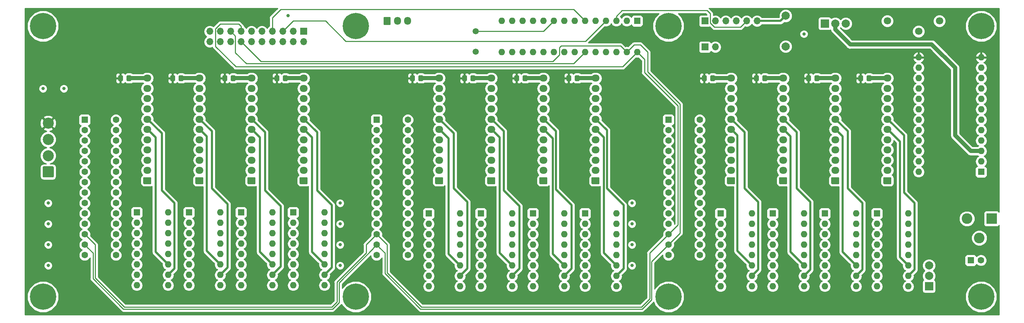
<source format=gbr>
G04 #@! TF.GenerationSoftware,KiCad,Pcbnew,(5.0.2)-1*
G04 #@! TF.CreationDate,2019-02-09T21:32:43-06:00*
G04 #@! TF.ProjectId,Nixie-ProtoBoard,4e697869-652d-4507-926f-746f426f6172,1.0*
G04 #@! TF.SameCoordinates,Original*
G04 #@! TF.FileFunction,Copper,L4,Bot*
G04 #@! TF.FilePolarity,Positive*
%FSLAX46Y46*%
G04 Gerber Fmt 4.6, Leading zero omitted, Abs format (unit mm)*
G04 Created by KiCad (PCBNEW (5.0.2)-1) date 2/9/2019 9:32:43 PM*
%MOMM*%
%LPD*%
G01*
G04 APERTURE LIST*
G04 #@! TA.AperFunction,ComponentPad*
%ADD10R,1.600000X1.600000*%
G04 #@! TD*
G04 #@! TA.AperFunction,ComponentPad*
%ADD11O,1.600000X1.600000*%
G04 #@! TD*
G04 #@! TA.AperFunction,ComponentPad*
%ADD12C,2.000000*%
G04 #@! TD*
G04 #@! TA.AperFunction,ComponentPad*
%ADD13C,1.600000*%
G04 #@! TD*
G04 #@! TA.AperFunction,ComponentPad*
%ADD14C,6.400000*%
G04 #@! TD*
G04 #@! TA.AperFunction,ComponentPad*
%ADD15R,1.700000X1.700000*%
G04 #@! TD*
G04 #@! TA.AperFunction,ComponentPad*
%ADD16O,1.700000X1.700000*%
G04 #@! TD*
G04 #@! TA.AperFunction,ComponentPad*
%ADD17O,1.950000X1.700000*%
G04 #@! TD*
G04 #@! TA.AperFunction,Conductor*
%ADD18C,0.100000*%
G04 #@! TD*
G04 #@! TA.AperFunction,ComponentPad*
%ADD19C,1.700000*%
G04 #@! TD*
G04 #@! TA.AperFunction,ComponentPad*
%ADD20R,2.600000X2.600000*%
G04 #@! TD*
G04 #@! TA.AperFunction,ComponentPad*
%ADD21C,2.600000*%
G04 #@! TD*
G04 #@! TA.AperFunction,SMDPad,CuDef*
%ADD22C,1.150000*%
G04 #@! TD*
G04 #@! TA.AperFunction,ComponentPad*
%ADD23C,1.800000*%
G04 #@! TD*
G04 #@! TA.AperFunction,ComponentPad*
%ADD24R,2.000000X2.000000*%
G04 #@! TD*
G04 #@! TA.AperFunction,ComponentPad*
%ADD25C,1.500000*%
G04 #@! TD*
G04 #@! TA.AperFunction,ComponentPad*
%ADD26O,1.700000X1.950000*%
G04 #@! TD*
G04 #@! TA.AperFunction,ComponentPad*
%ADD27C,2.700000*%
G04 #@! TD*
G04 #@! TA.AperFunction,ViaPad*
%ADD28C,0.800000*%
G04 #@! TD*
G04 #@! TA.AperFunction,Conductor*
%ADD29C,0.500000*%
G04 #@! TD*
G04 #@! TA.AperFunction,Conductor*
%ADD30C,0.250000*%
G04 #@! TD*
G04 #@! TA.AperFunction,Conductor*
%ADD31C,1.000000*%
G04 #@! TD*
G04 #@! TA.AperFunction,Conductor*
%ADD32C,0.254000*%
G04 #@! TD*
G04 APERTURE END LIST*
D10*
G04 #@! TO.P,IC1,1*
G04 #@! TO.N,Net-(C1-Pad1)*
X170434000Y-65278000D03*
D11*
G04 #@! TO.P,IC1,15*
G04 #@! TO.N,Net-(D1-Pad1)*
X137414000Y-72898000D03*
G04 #@! TO.P,IC1,2*
G04 #@! TO.N,Net-(IC1-Pad2)*
X167894000Y-65278000D03*
G04 #@! TO.P,IC1,16*
G04 #@! TO.N,/HVDC_SW*
X139954000Y-72898000D03*
G04 #@! TO.P,IC1,3*
G04 #@! TO.N,/U1_TX*
X165354000Y-65278000D03*
G04 #@! TO.P,IC1,17*
G04 #@! TO.N,/CE_MOSI*
X142494000Y-72898000D03*
G04 #@! TO.P,IC1,4*
G04 #@! TO.N,/CE_D2*
X162814000Y-65278000D03*
G04 #@! TO.P,IC1,18*
G04 #@! TO.N,/CE_MISO*
X145034000Y-72898000D03*
G04 #@! TO.P,IC1,5*
G04 #@! TO.N,/CE_D3*
X160274000Y-65278000D03*
G04 #@! TO.P,IC1,19*
G04 #@! TO.N,N/C*
X147574000Y-72898000D03*
G04 #@! TO.P,IC1,6*
G04 #@! TO.N,/CE_D4*
X157734000Y-65278000D03*
G04 #@! TO.P,IC1,20*
G04 #@! TO.N,/IC1_VCC*
X150114000Y-72898000D03*
G04 #@! TO.P,IC1,7*
X155194000Y-65278000D03*
G04 #@! TO.P,IC1,21*
G04 #@! TO.N,N/C*
X152654000Y-72898000D03*
G04 #@! TO.P,IC1,8*
G04 #@! TO.N,GND*
X152654000Y-65278000D03*
G04 #@! TO.P,IC1,22*
X155194000Y-72898000D03*
G04 #@! TO.P,IC1,9*
G04 #@! TO.N,Net-(C2-Pad1)*
X150114000Y-65278000D03*
G04 #@! TO.P,IC1,23*
G04 #@! TO.N,/CE_A0*
X157734000Y-72898000D03*
G04 #@! TO.P,IC1,10*
G04 #@! TO.N,Net-(C3-Pad1)*
X147574000Y-65278000D03*
G04 #@! TO.P,IC1,24*
G04 #@! TO.N,/CE_A1*
X160274000Y-72898000D03*
G04 #@! TO.P,IC1,11*
G04 #@! TO.N,/CE_D5*
X145034000Y-65278000D03*
G04 #@! TO.P,IC1,25*
G04 #@! TO.N,/CE_A2*
X162814000Y-72898000D03*
G04 #@! TO.P,IC1,12*
G04 #@! TO.N,Net-(IC1-Pad12)*
X142494000Y-65278000D03*
G04 #@! TO.P,IC1,26*
G04 #@! TO.N,/CE_A3*
X165354000Y-72898000D03*
G04 #@! TO.P,IC1,13*
G04 #@! TO.N,Net-(IC1-Pad13)*
X139954000Y-65278000D03*
G04 #@! TO.P,IC1,27*
G04 #@! TO.N,/SDA*
X167894000Y-72898000D03*
G04 #@! TO.P,IC1,14*
G04 #@! TO.N,Net-(IC1-Pad14)*
X137414000Y-65278000D03*
G04 #@! TO.P,IC1,28*
G04 #@! TO.N,/SCK*
X170434000Y-72898000D03*
G04 #@! TD*
D12*
G04 #@! TO.P,C1,1*
G04 #@! TO.N,Net-(C1-Pad1)*
X206629000Y-71508000D03*
G04 #@! TO.P,C1,2*
G04 #@! TO.N,Net-(C1-Pad2)*
X206629000Y-64008000D03*
G04 #@! TD*
D10*
G04 #@! TO.P,C8,1*
G04 #@! TO.N,+5V*
X251714000Y-123698000D03*
D13*
G04 #@! TO.P,C8,2*
G04 #@! TO.N,GND*
X254214000Y-123698000D03*
G04 #@! TD*
D14*
G04 #@! TO.P,H1,1*
G04 #@! TO.N,GND*
X25654000Y-66548000D03*
G04 #@! TD*
G04 #@! TO.P,H2,1*
G04 #@! TO.N,GND*
X254254000Y-66548000D03*
G04 #@! TD*
G04 #@! TO.P,H3,1*
G04 #@! TO.N,GND*
X25654000Y-132588000D03*
G04 #@! TD*
G04 #@! TO.P,H4,1*
G04 #@! TO.N,GND*
X254254000Y-132588000D03*
G04 #@! TD*
D15*
G04 #@! TO.P,J2,1*
G04 #@! TO.N,GND*
X186944000Y-65278000D03*
D16*
G04 #@! TO.P,J2,2*
G04 #@! TO.N,N/C*
X189484000Y-65278000D03*
G04 #@! TO.P,J2,3*
G04 #@! TO.N,/IC1_VCC*
X192024000Y-65278000D03*
G04 #@! TO.P,J2,4*
G04 #@! TO.N,Net-(IC1-Pad2)*
X194564000Y-65278000D03*
G04 #@! TO.P,J2,5*
G04 #@! TO.N,/U1_TX*
X197104000Y-65278000D03*
G04 #@! TO.P,J2,6*
G04 #@! TO.N,Net-(C1-Pad2)*
X199644000Y-65278000D03*
G04 #@! TD*
D15*
G04 #@! TO.P,J3,1*
G04 #@! TO.N,Net-(D2-Pad1)*
X89154000Y-67818000D03*
D16*
G04 #@! TO.P,J3,2*
G04 #@! TO.N,N/C*
X89154000Y-70358000D03*
G04 #@! TO.P,J3,3*
G04 #@! TO.N,/CE_MOSI*
X86614000Y-67818000D03*
G04 #@! TO.P,J3,4*
G04 #@! TO.N,/CE_MISO*
X86614000Y-70358000D03*
G04 #@! TO.P,J3,5*
G04 #@! TO.N,/CE_D2*
X84074000Y-67818000D03*
G04 #@! TO.P,J3,6*
G04 #@! TO.N,/CE_D3*
X84074000Y-70358000D03*
G04 #@! TO.P,J3,7*
G04 #@! TO.N,/CE_D4*
X81534000Y-67818000D03*
G04 #@! TO.P,J3,8*
G04 #@! TO.N,/CE_D5*
X81534000Y-70358000D03*
G04 #@! TO.P,J3,9*
G04 #@! TO.N,N/C*
X78994000Y-67818000D03*
G04 #@! TO.P,J3,10*
G04 #@! TO.N,GND*
X78994000Y-70358000D03*
G04 #@! TO.P,J3,11*
G04 #@! TO.N,N/C*
X76454000Y-67818000D03*
G04 #@! TO.P,J3,12*
G04 #@! TO.N,+5V*
X76454000Y-70358000D03*
G04 #@! TO.P,J3,13*
G04 #@! TO.N,/SCK*
X73914000Y-67818000D03*
G04 #@! TO.P,J3,14*
G04 #@! TO.N,/SDA*
X73914000Y-70358000D03*
G04 #@! TO.P,J3,15*
G04 #@! TO.N,/CE_A0*
X71374000Y-67818000D03*
G04 #@! TO.P,J3,16*
G04 #@! TO.N,/CE_A1*
X71374000Y-70358000D03*
G04 #@! TO.P,J3,17*
G04 #@! TO.N,/CE_A2*
X68834000Y-67818000D03*
G04 #@! TO.P,J3,18*
G04 #@! TO.N,/CE_A3*
X68834000Y-70358000D03*
G04 #@! TO.P,J3,19*
G04 #@! TO.N,GND*
X66294000Y-67818000D03*
G04 #@! TO.P,J3,20*
G04 #@! TO.N,N/C*
X66294000Y-70358000D03*
G04 #@! TD*
D10*
G04 #@! TO.P,NC1,1*
G04 #@! TO.N,Net-(NC1-Pad1)*
X48514000Y-112014000D03*
D11*
G04 #@! TO.P,NC1,9*
G04 #@! TO.N,Net-(NC1-Pad9)*
X56134000Y-129794000D03*
G04 #@! TO.P,NC1,2*
G04 #@! TO.N,Net-(NC1-Pad2)*
X48514000Y-114554000D03*
G04 #@! TO.P,NC1,10*
G04 #@! TO.N,Net-(NC1-Pad10)*
X56134000Y-127254000D03*
G04 #@! TO.P,NC1,3*
G04 #@! TO.N,/K1_A*
X48514000Y-117094000D03*
G04 #@! TO.P,NC1,11*
G04 #@! TO.N,Net-(NC1-Pad11)*
X56134000Y-124714000D03*
G04 #@! TO.P,NC1,4*
G04 #@! TO.N,/K1_D*
X48514000Y-119634000D03*
G04 #@! TO.P,NC1,12*
G04 #@! TO.N,GND*
X56134000Y-122174000D03*
G04 #@! TO.P,NC1,5*
G04 #@! TO.N,+5V*
X48514000Y-122174000D03*
G04 #@! TO.P,NC1,13*
G04 #@! TO.N,Net-(NC1-Pad13)*
X56134000Y-119634000D03*
G04 #@! TO.P,NC1,6*
G04 #@! TO.N,/K1_B*
X48514000Y-124714000D03*
G04 #@! TO.P,NC1,14*
G04 #@! TO.N,Net-(NC1-Pad14)*
X56134000Y-117094000D03*
G04 #@! TO.P,NC1,7*
G04 #@! TO.N,/K1_C*
X48514000Y-127254000D03*
G04 #@! TO.P,NC1,15*
G04 #@! TO.N,Net-(NC1-Pad15)*
X56134000Y-114554000D03*
G04 #@! TO.P,NC1,8*
G04 #@! TO.N,Net-(NC1-Pad8)*
X48514000Y-129794000D03*
G04 #@! TO.P,NC1,16*
G04 #@! TO.N,Net-(NC1-Pad16)*
X56134000Y-112014000D03*
G04 #@! TD*
G04 #@! TO.P,NC2,16*
G04 #@! TO.N,Net-(NC2-Pad16)*
X68834000Y-112014000D03*
G04 #@! TO.P,NC2,8*
G04 #@! TO.N,Net-(NC2-Pad8)*
X61214000Y-129794000D03*
G04 #@! TO.P,NC2,15*
G04 #@! TO.N,Net-(NC2-Pad15)*
X68834000Y-114554000D03*
G04 #@! TO.P,NC2,7*
G04 #@! TO.N,/K2_C*
X61214000Y-127254000D03*
G04 #@! TO.P,NC2,14*
G04 #@! TO.N,Net-(NC2-Pad14)*
X68834000Y-117094000D03*
G04 #@! TO.P,NC2,6*
G04 #@! TO.N,/K2_B*
X61214000Y-124714000D03*
G04 #@! TO.P,NC2,13*
G04 #@! TO.N,Net-(NC2-Pad13)*
X68834000Y-119634000D03*
G04 #@! TO.P,NC2,5*
G04 #@! TO.N,+5V*
X61214000Y-122174000D03*
G04 #@! TO.P,NC2,12*
G04 #@! TO.N,GND*
X68834000Y-122174000D03*
G04 #@! TO.P,NC2,4*
G04 #@! TO.N,/K2_D*
X61214000Y-119634000D03*
G04 #@! TO.P,NC2,11*
G04 #@! TO.N,Net-(NC2-Pad11)*
X68834000Y-124714000D03*
G04 #@! TO.P,NC2,3*
G04 #@! TO.N,/K2_A*
X61214000Y-117094000D03*
G04 #@! TO.P,NC2,10*
G04 #@! TO.N,Net-(NC2-Pad10)*
X68834000Y-127254000D03*
G04 #@! TO.P,NC2,2*
G04 #@! TO.N,Net-(NC2-Pad2)*
X61214000Y-114554000D03*
G04 #@! TO.P,NC2,9*
G04 #@! TO.N,Net-(NC2-Pad9)*
X68834000Y-129794000D03*
D10*
G04 #@! TO.P,NC2,1*
G04 #@! TO.N,Net-(NC2-Pad1)*
X61214000Y-112014000D03*
G04 #@! TD*
G04 #@! TO.P,NC3,1*
G04 #@! TO.N,Net-(NC3-Pad1)*
X73914000Y-112014000D03*
D11*
G04 #@! TO.P,NC3,9*
G04 #@! TO.N,Net-(NC3-Pad9)*
X81534000Y-129794000D03*
G04 #@! TO.P,NC3,2*
G04 #@! TO.N,Net-(NC3-Pad2)*
X73914000Y-114554000D03*
G04 #@! TO.P,NC3,10*
G04 #@! TO.N,Net-(NC3-Pad10)*
X81534000Y-127254000D03*
G04 #@! TO.P,NC3,3*
G04 #@! TO.N,/K3_A*
X73914000Y-117094000D03*
G04 #@! TO.P,NC3,11*
G04 #@! TO.N,Net-(NC3-Pad11)*
X81534000Y-124714000D03*
G04 #@! TO.P,NC3,4*
G04 #@! TO.N,/K3_D*
X73914000Y-119634000D03*
G04 #@! TO.P,NC3,12*
G04 #@! TO.N,GND*
X81534000Y-122174000D03*
G04 #@! TO.P,NC3,5*
G04 #@! TO.N,+5V*
X73914000Y-122174000D03*
G04 #@! TO.P,NC3,13*
G04 #@! TO.N,Net-(NC3-Pad13)*
X81534000Y-119634000D03*
G04 #@! TO.P,NC3,6*
G04 #@! TO.N,/K3_B*
X73914000Y-124714000D03*
G04 #@! TO.P,NC3,14*
G04 #@! TO.N,Net-(NC3-Pad14)*
X81534000Y-117094000D03*
G04 #@! TO.P,NC3,7*
G04 #@! TO.N,/K3_C*
X73914000Y-127254000D03*
G04 #@! TO.P,NC3,15*
G04 #@! TO.N,Net-(NC3-Pad15)*
X81534000Y-114554000D03*
G04 #@! TO.P,NC3,8*
G04 #@! TO.N,Net-(NC3-Pad8)*
X73914000Y-129794000D03*
G04 #@! TO.P,NC3,16*
G04 #@! TO.N,Net-(NC3-Pad16)*
X81534000Y-112014000D03*
G04 #@! TD*
G04 #@! TO.P,NC4,16*
G04 #@! TO.N,Net-(NC4-Pad16)*
X94234000Y-112014000D03*
G04 #@! TO.P,NC4,8*
G04 #@! TO.N,Net-(NC4-Pad8)*
X86614000Y-129794000D03*
G04 #@! TO.P,NC4,15*
G04 #@! TO.N,Net-(NC4-Pad15)*
X94234000Y-114554000D03*
G04 #@! TO.P,NC4,7*
G04 #@! TO.N,/K4_C*
X86614000Y-127254000D03*
G04 #@! TO.P,NC4,14*
G04 #@! TO.N,Net-(NC4-Pad14)*
X94234000Y-117094000D03*
G04 #@! TO.P,NC4,6*
G04 #@! TO.N,/K4_B*
X86614000Y-124714000D03*
G04 #@! TO.P,NC4,13*
G04 #@! TO.N,Net-(NC4-Pad13)*
X94234000Y-119634000D03*
G04 #@! TO.P,NC4,5*
G04 #@! TO.N,+5V*
X86614000Y-122174000D03*
G04 #@! TO.P,NC4,12*
G04 #@! TO.N,GND*
X94234000Y-122174000D03*
G04 #@! TO.P,NC4,4*
G04 #@! TO.N,/K4_D*
X86614000Y-119634000D03*
G04 #@! TO.P,NC4,11*
G04 #@! TO.N,Net-(NC4-Pad11)*
X94234000Y-124714000D03*
G04 #@! TO.P,NC4,3*
G04 #@! TO.N,/K4_A*
X86614000Y-117094000D03*
G04 #@! TO.P,NC4,10*
G04 #@! TO.N,Net-(NC4-Pad10)*
X94234000Y-127254000D03*
G04 #@! TO.P,NC4,2*
G04 #@! TO.N,Net-(NC4-Pad2)*
X86614000Y-114554000D03*
G04 #@! TO.P,NC4,9*
G04 #@! TO.N,Net-(NC4-Pad9)*
X94234000Y-129794000D03*
D10*
G04 #@! TO.P,NC4,1*
G04 #@! TO.N,Net-(NC4-Pad1)*
X86614000Y-112014000D03*
G04 #@! TD*
G04 #@! TO.P,NC5,1*
G04 #@! TO.N,Net-(NC5-Pad1)*
X119634000Y-112268000D03*
D11*
G04 #@! TO.P,NC5,9*
G04 #@! TO.N,Net-(NC5-Pad9)*
X127254000Y-130048000D03*
G04 #@! TO.P,NC5,2*
G04 #@! TO.N,Net-(NC5-Pad2)*
X119634000Y-114808000D03*
G04 #@! TO.P,NC5,10*
G04 #@! TO.N,Net-(NC5-Pad10)*
X127254000Y-127508000D03*
G04 #@! TO.P,NC5,3*
G04 #@! TO.N,/K5_A*
X119634000Y-117348000D03*
G04 #@! TO.P,NC5,11*
G04 #@! TO.N,Net-(NC5-Pad11)*
X127254000Y-124968000D03*
G04 #@! TO.P,NC5,4*
G04 #@! TO.N,/K5_D*
X119634000Y-119888000D03*
G04 #@! TO.P,NC5,12*
G04 #@! TO.N,GND*
X127254000Y-122428000D03*
G04 #@! TO.P,NC5,5*
G04 #@! TO.N,+5V*
X119634000Y-122428000D03*
G04 #@! TO.P,NC5,13*
G04 #@! TO.N,Net-(NC5-Pad13)*
X127254000Y-119888000D03*
G04 #@! TO.P,NC5,6*
G04 #@! TO.N,/K5_B*
X119634000Y-124968000D03*
G04 #@! TO.P,NC5,14*
G04 #@! TO.N,Net-(NC5-Pad14)*
X127254000Y-117348000D03*
G04 #@! TO.P,NC5,7*
G04 #@! TO.N,/K5_C*
X119634000Y-127508000D03*
G04 #@! TO.P,NC5,15*
G04 #@! TO.N,Net-(NC5-Pad15)*
X127254000Y-114808000D03*
G04 #@! TO.P,NC5,8*
G04 #@! TO.N,Net-(NC5-Pad8)*
X119634000Y-130048000D03*
G04 #@! TO.P,NC5,16*
G04 #@! TO.N,Net-(NC5-Pad16)*
X127254000Y-112268000D03*
G04 #@! TD*
G04 #@! TO.P,NC6,16*
G04 #@! TO.N,Net-(NC6-Pad16)*
X139954000Y-112268000D03*
G04 #@! TO.P,NC6,8*
G04 #@! TO.N,Net-(NC6-Pad8)*
X132334000Y-130048000D03*
G04 #@! TO.P,NC6,15*
G04 #@! TO.N,Net-(NC6-Pad15)*
X139954000Y-114808000D03*
G04 #@! TO.P,NC6,7*
G04 #@! TO.N,/K6_C*
X132334000Y-127508000D03*
G04 #@! TO.P,NC6,14*
G04 #@! TO.N,Net-(NC6-Pad14)*
X139954000Y-117348000D03*
G04 #@! TO.P,NC6,6*
G04 #@! TO.N,/K6_B*
X132334000Y-124968000D03*
G04 #@! TO.P,NC6,13*
G04 #@! TO.N,Net-(NC6-Pad13)*
X139954000Y-119888000D03*
G04 #@! TO.P,NC6,5*
G04 #@! TO.N,+5V*
X132334000Y-122428000D03*
G04 #@! TO.P,NC6,12*
G04 #@! TO.N,GND*
X139954000Y-122428000D03*
G04 #@! TO.P,NC6,4*
G04 #@! TO.N,/K6_D*
X132334000Y-119888000D03*
G04 #@! TO.P,NC6,11*
G04 #@! TO.N,Net-(NC6-Pad11)*
X139954000Y-124968000D03*
G04 #@! TO.P,NC6,3*
G04 #@! TO.N,/K6_A*
X132334000Y-117348000D03*
G04 #@! TO.P,NC6,10*
G04 #@! TO.N,Net-(NC6-Pad10)*
X139954000Y-127508000D03*
G04 #@! TO.P,NC6,2*
G04 #@! TO.N,Net-(NC6-Pad2)*
X132334000Y-114808000D03*
G04 #@! TO.P,NC6,9*
G04 #@! TO.N,Net-(NC6-Pad9)*
X139954000Y-130048000D03*
D10*
G04 #@! TO.P,NC6,1*
G04 #@! TO.N,Net-(NC6-Pad1)*
X132334000Y-112268000D03*
G04 #@! TD*
G04 #@! TO.P,NC7,1*
G04 #@! TO.N,Net-(NC7-Pad1)*
X145034000Y-112268000D03*
D11*
G04 #@! TO.P,NC7,9*
G04 #@! TO.N,Net-(NC7-Pad9)*
X152654000Y-130048000D03*
G04 #@! TO.P,NC7,2*
G04 #@! TO.N,Net-(NC7-Pad2)*
X145034000Y-114808000D03*
G04 #@! TO.P,NC7,10*
G04 #@! TO.N,Net-(NC7-Pad10)*
X152654000Y-127508000D03*
G04 #@! TO.P,NC7,3*
G04 #@! TO.N,/K7_A*
X145034000Y-117348000D03*
G04 #@! TO.P,NC7,11*
G04 #@! TO.N,Net-(NC7-Pad11)*
X152654000Y-124968000D03*
G04 #@! TO.P,NC7,4*
G04 #@! TO.N,/K7_D*
X145034000Y-119888000D03*
G04 #@! TO.P,NC7,12*
G04 #@! TO.N,GND*
X152654000Y-122428000D03*
G04 #@! TO.P,NC7,5*
G04 #@! TO.N,+5V*
X145034000Y-122428000D03*
G04 #@! TO.P,NC7,13*
G04 #@! TO.N,Net-(NC7-Pad13)*
X152654000Y-119888000D03*
G04 #@! TO.P,NC7,6*
G04 #@! TO.N,/K7_B*
X145034000Y-124968000D03*
G04 #@! TO.P,NC7,14*
G04 #@! TO.N,Net-(NC7-Pad14)*
X152654000Y-117348000D03*
G04 #@! TO.P,NC7,7*
G04 #@! TO.N,/K7_C*
X145034000Y-127508000D03*
G04 #@! TO.P,NC7,15*
G04 #@! TO.N,Net-(NC7-Pad15)*
X152654000Y-114808000D03*
G04 #@! TO.P,NC7,8*
G04 #@! TO.N,Net-(NC7-Pad8)*
X145034000Y-130048000D03*
G04 #@! TO.P,NC7,16*
G04 #@! TO.N,Net-(NC7-Pad16)*
X152654000Y-112268000D03*
G04 #@! TD*
G04 #@! TO.P,NC8,16*
G04 #@! TO.N,Net-(NC8-Pad16)*
X165354000Y-112268000D03*
G04 #@! TO.P,NC8,8*
G04 #@! TO.N,Net-(NC8-Pad8)*
X157734000Y-130048000D03*
G04 #@! TO.P,NC8,15*
G04 #@! TO.N,Net-(NC8-Pad15)*
X165354000Y-114808000D03*
G04 #@! TO.P,NC8,7*
G04 #@! TO.N,/K8_C*
X157734000Y-127508000D03*
G04 #@! TO.P,NC8,14*
G04 #@! TO.N,Net-(NC8-Pad14)*
X165354000Y-117348000D03*
G04 #@! TO.P,NC8,6*
G04 #@! TO.N,/K8_B*
X157734000Y-124968000D03*
G04 #@! TO.P,NC8,13*
G04 #@! TO.N,Net-(NC8-Pad13)*
X165354000Y-119888000D03*
G04 #@! TO.P,NC8,5*
G04 #@! TO.N,+5V*
X157734000Y-122428000D03*
G04 #@! TO.P,NC8,12*
G04 #@! TO.N,GND*
X165354000Y-122428000D03*
G04 #@! TO.P,NC8,4*
G04 #@! TO.N,/K8_D*
X157734000Y-119888000D03*
G04 #@! TO.P,NC8,11*
G04 #@! TO.N,Net-(NC8-Pad11)*
X165354000Y-124968000D03*
G04 #@! TO.P,NC8,3*
G04 #@! TO.N,/K8_A*
X157734000Y-117348000D03*
G04 #@! TO.P,NC8,10*
G04 #@! TO.N,Net-(NC8-Pad10)*
X165354000Y-127508000D03*
G04 #@! TO.P,NC8,2*
G04 #@! TO.N,Net-(NC8-Pad2)*
X157734000Y-114808000D03*
G04 #@! TO.P,NC8,9*
G04 #@! TO.N,Net-(NC8-Pad9)*
X165354000Y-130048000D03*
D10*
G04 #@! TO.P,NC8,1*
G04 #@! TO.N,Net-(NC8-Pad1)*
X157734000Y-112268000D03*
G04 #@! TD*
G04 #@! TO.P,NC9,1*
G04 #@! TO.N,Net-(NC9-Pad1)*
X190754000Y-112268000D03*
D11*
G04 #@! TO.P,NC9,9*
G04 #@! TO.N,Net-(NC9-Pad9)*
X198374000Y-130048000D03*
G04 #@! TO.P,NC9,2*
G04 #@! TO.N,Net-(NC9-Pad2)*
X190754000Y-114808000D03*
G04 #@! TO.P,NC9,10*
G04 #@! TO.N,Net-(NC9-Pad10)*
X198374000Y-127508000D03*
G04 #@! TO.P,NC9,3*
G04 #@! TO.N,/K9_A*
X190754000Y-117348000D03*
G04 #@! TO.P,NC9,11*
G04 #@! TO.N,Net-(NC9-Pad11)*
X198374000Y-124968000D03*
G04 #@! TO.P,NC9,4*
G04 #@! TO.N,/K9_D*
X190754000Y-119888000D03*
G04 #@! TO.P,NC9,12*
G04 #@! TO.N,GND*
X198374000Y-122428000D03*
G04 #@! TO.P,NC9,5*
G04 #@! TO.N,+5V*
X190754000Y-122428000D03*
G04 #@! TO.P,NC9,13*
G04 #@! TO.N,Net-(NC9-Pad13)*
X198374000Y-119888000D03*
G04 #@! TO.P,NC9,6*
G04 #@! TO.N,/K9_B*
X190754000Y-124968000D03*
G04 #@! TO.P,NC9,14*
G04 #@! TO.N,Net-(NC9-Pad14)*
X198374000Y-117348000D03*
G04 #@! TO.P,NC9,7*
G04 #@! TO.N,/K9_C*
X190754000Y-127508000D03*
G04 #@! TO.P,NC9,15*
G04 #@! TO.N,Net-(NC9-Pad15)*
X198374000Y-114808000D03*
G04 #@! TO.P,NC9,8*
G04 #@! TO.N,Net-(NC9-Pad8)*
X190754000Y-130048000D03*
G04 #@! TO.P,NC9,16*
G04 #@! TO.N,Net-(NC9-Pad16)*
X198374000Y-112268000D03*
G04 #@! TD*
G04 #@! TO.P,NC10,16*
G04 #@! TO.N,Net-(NC10-Pad16)*
X211074000Y-112268000D03*
G04 #@! TO.P,NC10,8*
G04 #@! TO.N,Net-(NC10-Pad8)*
X203454000Y-130048000D03*
G04 #@! TO.P,NC10,15*
G04 #@! TO.N,Net-(NC10-Pad15)*
X211074000Y-114808000D03*
G04 #@! TO.P,NC10,7*
G04 #@! TO.N,/K10_C*
X203454000Y-127508000D03*
G04 #@! TO.P,NC10,14*
G04 #@! TO.N,Net-(NC10-Pad14)*
X211074000Y-117348000D03*
G04 #@! TO.P,NC10,6*
G04 #@! TO.N,/K10_B*
X203454000Y-124968000D03*
G04 #@! TO.P,NC10,13*
G04 #@! TO.N,Net-(NC10-Pad13)*
X211074000Y-119888000D03*
G04 #@! TO.P,NC10,5*
G04 #@! TO.N,+5V*
X203454000Y-122428000D03*
G04 #@! TO.P,NC10,12*
G04 #@! TO.N,GND*
X211074000Y-122428000D03*
G04 #@! TO.P,NC10,4*
G04 #@! TO.N,/K10_D*
X203454000Y-119888000D03*
G04 #@! TO.P,NC10,11*
G04 #@! TO.N,Net-(NC10-Pad11)*
X211074000Y-124968000D03*
G04 #@! TO.P,NC10,3*
G04 #@! TO.N,/K10_A*
X203454000Y-117348000D03*
G04 #@! TO.P,NC10,10*
G04 #@! TO.N,Net-(NC10-Pad10)*
X211074000Y-127508000D03*
G04 #@! TO.P,NC10,2*
G04 #@! TO.N,Net-(NC10-Pad2)*
X203454000Y-114808000D03*
G04 #@! TO.P,NC10,9*
G04 #@! TO.N,Net-(NC10-Pad9)*
X211074000Y-130048000D03*
D10*
G04 #@! TO.P,NC10,1*
G04 #@! TO.N,Net-(NC10-Pad1)*
X203454000Y-112268000D03*
G04 #@! TD*
G04 #@! TO.P,NC11,1*
G04 #@! TO.N,Net-(NC11-Pad1)*
X216154000Y-112268000D03*
D11*
G04 #@! TO.P,NC11,9*
G04 #@! TO.N,Net-(NC11-Pad9)*
X223774000Y-130048000D03*
G04 #@! TO.P,NC11,2*
G04 #@! TO.N,Net-(NC11-Pad2)*
X216154000Y-114808000D03*
G04 #@! TO.P,NC11,10*
G04 #@! TO.N,Net-(NC11-Pad10)*
X223774000Y-127508000D03*
G04 #@! TO.P,NC11,3*
G04 #@! TO.N,/K11_A*
X216154000Y-117348000D03*
G04 #@! TO.P,NC11,11*
G04 #@! TO.N,Net-(NC11-Pad11)*
X223774000Y-124968000D03*
G04 #@! TO.P,NC11,4*
G04 #@! TO.N,/K11_D*
X216154000Y-119888000D03*
G04 #@! TO.P,NC11,12*
G04 #@! TO.N,GND*
X223774000Y-122428000D03*
G04 #@! TO.P,NC11,5*
G04 #@! TO.N,+5V*
X216154000Y-122428000D03*
G04 #@! TO.P,NC11,13*
G04 #@! TO.N,Net-(NC11-Pad13)*
X223774000Y-119888000D03*
G04 #@! TO.P,NC11,6*
G04 #@! TO.N,/K11_B*
X216154000Y-124968000D03*
G04 #@! TO.P,NC11,14*
G04 #@! TO.N,Net-(NC11-Pad14)*
X223774000Y-117348000D03*
G04 #@! TO.P,NC11,7*
G04 #@! TO.N,/K11_C*
X216154000Y-127508000D03*
G04 #@! TO.P,NC11,15*
G04 #@! TO.N,Net-(NC11-Pad15)*
X223774000Y-114808000D03*
G04 #@! TO.P,NC11,8*
G04 #@! TO.N,Net-(NC11-Pad8)*
X216154000Y-130048000D03*
G04 #@! TO.P,NC11,16*
G04 #@! TO.N,Net-(NC11-Pad16)*
X223774000Y-112268000D03*
G04 #@! TD*
G04 #@! TO.P,NC12,16*
G04 #@! TO.N,Net-(NC12-Pad16)*
X236474000Y-112268000D03*
G04 #@! TO.P,NC12,8*
G04 #@! TO.N,Net-(NC12-Pad8)*
X228854000Y-130048000D03*
G04 #@! TO.P,NC12,15*
G04 #@! TO.N,Net-(NC12-Pad15)*
X236474000Y-114808000D03*
G04 #@! TO.P,NC12,7*
G04 #@! TO.N,/K12_C*
X228854000Y-127508000D03*
G04 #@! TO.P,NC12,14*
G04 #@! TO.N,Net-(NC12-Pad14)*
X236474000Y-117348000D03*
G04 #@! TO.P,NC12,6*
G04 #@! TO.N,/K12_B*
X228854000Y-124968000D03*
G04 #@! TO.P,NC12,13*
G04 #@! TO.N,Net-(NC12-Pad13)*
X236474000Y-119888000D03*
G04 #@! TO.P,NC12,5*
G04 #@! TO.N,+5V*
X228854000Y-122428000D03*
G04 #@! TO.P,NC12,12*
G04 #@! TO.N,GND*
X236474000Y-122428000D03*
G04 #@! TO.P,NC12,4*
G04 #@! TO.N,/K12_D*
X228854000Y-119888000D03*
G04 #@! TO.P,NC12,11*
G04 #@! TO.N,Net-(NC12-Pad11)*
X236474000Y-124968000D03*
G04 #@! TO.P,NC12,3*
G04 #@! TO.N,/K12_A*
X228854000Y-117348000D03*
G04 #@! TO.P,NC12,10*
G04 #@! TO.N,Net-(NC12-Pad10)*
X236474000Y-127508000D03*
G04 #@! TO.P,NC12,2*
G04 #@! TO.N,Net-(NC12-Pad2)*
X228854000Y-114808000D03*
G04 #@! TO.P,NC12,9*
G04 #@! TO.N,Net-(NC12-Pad9)*
X236474000Y-130048000D03*
D10*
G04 #@! TO.P,NC12,1*
G04 #@! TO.N,Net-(NC12-Pad1)*
X228854000Y-112268000D03*
G04 #@! TD*
D17*
G04 #@! TO.P,NT1,11*
G04 #@! TO.N,Net-(NT1-Pad11)*
X51054000Y-79248000D03*
G04 #@! TO.P,NT1,10*
G04 #@! TO.N,Net-(NC1-Pad16)*
X51054000Y-81748000D03*
G04 #@! TO.P,NT1,9*
G04 #@! TO.N,Net-(NC1-Pad2)*
X51054000Y-84248000D03*
G04 #@! TO.P,NT1,8*
G04 #@! TO.N,Net-(NC1-Pad1)*
X51054000Y-86748000D03*
G04 #@! TO.P,NT1,7*
G04 #@! TO.N,Net-(NC1-Pad10)*
X51054000Y-89248000D03*
G04 #@! TO.P,NT1,6*
G04 #@! TO.N,Net-(NC1-Pad11)*
X51054000Y-91748000D03*
G04 #@! TO.P,NT1,5*
G04 #@! TO.N,Net-(NC1-Pad14)*
X51054000Y-94248000D03*
G04 #@! TO.P,NT1,4*
G04 #@! TO.N,Net-(NC1-Pad13)*
X51054000Y-96748000D03*
G04 #@! TO.P,NT1,3*
G04 #@! TO.N,Net-(NC1-Pad9)*
X51054000Y-99248000D03*
G04 #@! TO.P,NT1,2*
G04 #@! TO.N,Net-(NC1-Pad8)*
X51054000Y-101748000D03*
D18*
G04 #@! TD*
G04 #@! TO.N,Net-(NC1-Pad15)*
G04 #@! TO.C,NT1*
G36*
X51803504Y-103399204D02*
X51827773Y-103402804D01*
X51851571Y-103408765D01*
X51874671Y-103417030D01*
X51896849Y-103427520D01*
X51917893Y-103440133D01*
X51937598Y-103454747D01*
X51955777Y-103471223D01*
X51972253Y-103489402D01*
X51986867Y-103509107D01*
X51999480Y-103530151D01*
X52009970Y-103552329D01*
X52018235Y-103575429D01*
X52024196Y-103599227D01*
X52027796Y-103623496D01*
X52029000Y-103648000D01*
X52029000Y-104848000D01*
X52027796Y-104872504D01*
X52024196Y-104896773D01*
X52018235Y-104920571D01*
X52009970Y-104943671D01*
X51999480Y-104965849D01*
X51986867Y-104986893D01*
X51972253Y-105006598D01*
X51955777Y-105024777D01*
X51937598Y-105041253D01*
X51917893Y-105055867D01*
X51896849Y-105068480D01*
X51874671Y-105078970D01*
X51851571Y-105087235D01*
X51827773Y-105093196D01*
X51803504Y-105096796D01*
X51779000Y-105098000D01*
X50329000Y-105098000D01*
X50304496Y-105096796D01*
X50280227Y-105093196D01*
X50256429Y-105087235D01*
X50233329Y-105078970D01*
X50211151Y-105068480D01*
X50190107Y-105055867D01*
X50170402Y-105041253D01*
X50152223Y-105024777D01*
X50135747Y-105006598D01*
X50121133Y-104986893D01*
X50108520Y-104965849D01*
X50098030Y-104943671D01*
X50089765Y-104920571D01*
X50083804Y-104896773D01*
X50080204Y-104872504D01*
X50079000Y-104848000D01*
X50079000Y-103648000D01*
X50080204Y-103623496D01*
X50083804Y-103599227D01*
X50089765Y-103575429D01*
X50098030Y-103552329D01*
X50108520Y-103530151D01*
X50121133Y-103509107D01*
X50135747Y-103489402D01*
X50152223Y-103471223D01*
X50170402Y-103454747D01*
X50190107Y-103440133D01*
X50211151Y-103427520D01*
X50233329Y-103417030D01*
X50256429Y-103408765D01*
X50280227Y-103402804D01*
X50304496Y-103399204D01*
X50329000Y-103398000D01*
X51779000Y-103398000D01*
X51803504Y-103399204D01*
X51803504Y-103399204D01*
G37*
D19*
G04 #@! TO.P,NT1,1*
G04 #@! TO.N,Net-(NC1-Pad15)*
X51054000Y-104248000D03*
G04 #@! TD*
D18*
G04 #@! TO.N,Net-(NC2-Pad15)*
G04 #@! TO.C,NT2*
G36*
X64503504Y-103399204D02*
X64527773Y-103402804D01*
X64551571Y-103408765D01*
X64574671Y-103417030D01*
X64596849Y-103427520D01*
X64617893Y-103440133D01*
X64637598Y-103454747D01*
X64655777Y-103471223D01*
X64672253Y-103489402D01*
X64686867Y-103509107D01*
X64699480Y-103530151D01*
X64709970Y-103552329D01*
X64718235Y-103575429D01*
X64724196Y-103599227D01*
X64727796Y-103623496D01*
X64729000Y-103648000D01*
X64729000Y-104848000D01*
X64727796Y-104872504D01*
X64724196Y-104896773D01*
X64718235Y-104920571D01*
X64709970Y-104943671D01*
X64699480Y-104965849D01*
X64686867Y-104986893D01*
X64672253Y-105006598D01*
X64655777Y-105024777D01*
X64637598Y-105041253D01*
X64617893Y-105055867D01*
X64596849Y-105068480D01*
X64574671Y-105078970D01*
X64551571Y-105087235D01*
X64527773Y-105093196D01*
X64503504Y-105096796D01*
X64479000Y-105098000D01*
X63029000Y-105098000D01*
X63004496Y-105096796D01*
X62980227Y-105093196D01*
X62956429Y-105087235D01*
X62933329Y-105078970D01*
X62911151Y-105068480D01*
X62890107Y-105055867D01*
X62870402Y-105041253D01*
X62852223Y-105024777D01*
X62835747Y-105006598D01*
X62821133Y-104986893D01*
X62808520Y-104965849D01*
X62798030Y-104943671D01*
X62789765Y-104920571D01*
X62783804Y-104896773D01*
X62780204Y-104872504D01*
X62779000Y-104848000D01*
X62779000Y-103648000D01*
X62780204Y-103623496D01*
X62783804Y-103599227D01*
X62789765Y-103575429D01*
X62798030Y-103552329D01*
X62808520Y-103530151D01*
X62821133Y-103509107D01*
X62835747Y-103489402D01*
X62852223Y-103471223D01*
X62870402Y-103454747D01*
X62890107Y-103440133D01*
X62911151Y-103427520D01*
X62933329Y-103417030D01*
X62956429Y-103408765D01*
X62980227Y-103402804D01*
X63004496Y-103399204D01*
X63029000Y-103398000D01*
X64479000Y-103398000D01*
X64503504Y-103399204D01*
X64503504Y-103399204D01*
G37*
D19*
G04 #@! TD*
G04 #@! TO.P,NT2,1*
G04 #@! TO.N,Net-(NC2-Pad15)*
X63754000Y-104248000D03*
D17*
G04 #@! TO.P,NT2,2*
G04 #@! TO.N,Net-(NC2-Pad8)*
X63754000Y-101748000D03*
G04 #@! TO.P,NT2,3*
G04 #@! TO.N,Net-(NC2-Pad9)*
X63754000Y-99248000D03*
G04 #@! TO.P,NT2,4*
G04 #@! TO.N,Net-(NC2-Pad13)*
X63754000Y-96748000D03*
G04 #@! TO.P,NT2,5*
G04 #@! TO.N,Net-(NC2-Pad14)*
X63754000Y-94248000D03*
G04 #@! TO.P,NT2,6*
G04 #@! TO.N,Net-(NC2-Pad11)*
X63754000Y-91748000D03*
G04 #@! TO.P,NT2,7*
G04 #@! TO.N,Net-(NC2-Pad10)*
X63754000Y-89248000D03*
G04 #@! TO.P,NT2,8*
G04 #@! TO.N,Net-(NC2-Pad1)*
X63754000Y-86748000D03*
G04 #@! TO.P,NT2,9*
G04 #@! TO.N,Net-(NC2-Pad2)*
X63754000Y-84248000D03*
G04 #@! TO.P,NT2,10*
G04 #@! TO.N,Net-(NC2-Pad16)*
X63754000Y-81748000D03*
G04 #@! TO.P,NT2,11*
G04 #@! TO.N,Net-(NT2-Pad11)*
X63754000Y-79248000D03*
G04 #@! TD*
D18*
G04 #@! TO.N,Net-(NC3-Pad15)*
G04 #@! TO.C,NT3*
G36*
X77203504Y-103399204D02*
X77227773Y-103402804D01*
X77251571Y-103408765D01*
X77274671Y-103417030D01*
X77296849Y-103427520D01*
X77317893Y-103440133D01*
X77337598Y-103454747D01*
X77355777Y-103471223D01*
X77372253Y-103489402D01*
X77386867Y-103509107D01*
X77399480Y-103530151D01*
X77409970Y-103552329D01*
X77418235Y-103575429D01*
X77424196Y-103599227D01*
X77427796Y-103623496D01*
X77429000Y-103648000D01*
X77429000Y-104848000D01*
X77427796Y-104872504D01*
X77424196Y-104896773D01*
X77418235Y-104920571D01*
X77409970Y-104943671D01*
X77399480Y-104965849D01*
X77386867Y-104986893D01*
X77372253Y-105006598D01*
X77355777Y-105024777D01*
X77337598Y-105041253D01*
X77317893Y-105055867D01*
X77296849Y-105068480D01*
X77274671Y-105078970D01*
X77251571Y-105087235D01*
X77227773Y-105093196D01*
X77203504Y-105096796D01*
X77179000Y-105098000D01*
X75729000Y-105098000D01*
X75704496Y-105096796D01*
X75680227Y-105093196D01*
X75656429Y-105087235D01*
X75633329Y-105078970D01*
X75611151Y-105068480D01*
X75590107Y-105055867D01*
X75570402Y-105041253D01*
X75552223Y-105024777D01*
X75535747Y-105006598D01*
X75521133Y-104986893D01*
X75508520Y-104965849D01*
X75498030Y-104943671D01*
X75489765Y-104920571D01*
X75483804Y-104896773D01*
X75480204Y-104872504D01*
X75479000Y-104848000D01*
X75479000Y-103648000D01*
X75480204Y-103623496D01*
X75483804Y-103599227D01*
X75489765Y-103575429D01*
X75498030Y-103552329D01*
X75508520Y-103530151D01*
X75521133Y-103509107D01*
X75535747Y-103489402D01*
X75552223Y-103471223D01*
X75570402Y-103454747D01*
X75590107Y-103440133D01*
X75611151Y-103427520D01*
X75633329Y-103417030D01*
X75656429Y-103408765D01*
X75680227Y-103402804D01*
X75704496Y-103399204D01*
X75729000Y-103398000D01*
X77179000Y-103398000D01*
X77203504Y-103399204D01*
X77203504Y-103399204D01*
G37*
D19*
G04 #@! TD*
G04 #@! TO.P,NT3,1*
G04 #@! TO.N,Net-(NC3-Pad15)*
X76454000Y-104248000D03*
D17*
G04 #@! TO.P,NT3,2*
G04 #@! TO.N,Net-(NC3-Pad8)*
X76454000Y-101748000D03*
G04 #@! TO.P,NT3,3*
G04 #@! TO.N,Net-(NC3-Pad9)*
X76454000Y-99248000D03*
G04 #@! TO.P,NT3,4*
G04 #@! TO.N,Net-(NC3-Pad13)*
X76454000Y-96748000D03*
G04 #@! TO.P,NT3,5*
G04 #@! TO.N,Net-(NC3-Pad14)*
X76454000Y-94248000D03*
G04 #@! TO.P,NT3,6*
G04 #@! TO.N,Net-(NC3-Pad11)*
X76454000Y-91748000D03*
G04 #@! TO.P,NT3,7*
G04 #@! TO.N,Net-(NC3-Pad10)*
X76454000Y-89248000D03*
G04 #@! TO.P,NT3,8*
G04 #@! TO.N,Net-(NC3-Pad1)*
X76454000Y-86748000D03*
G04 #@! TO.P,NT3,9*
G04 #@! TO.N,Net-(NC3-Pad2)*
X76454000Y-84248000D03*
G04 #@! TO.P,NT3,10*
G04 #@! TO.N,Net-(NC3-Pad16)*
X76454000Y-81748000D03*
G04 #@! TO.P,NT3,11*
G04 #@! TO.N,Net-(NT3-Pad11)*
X76454000Y-79248000D03*
G04 #@! TD*
G04 #@! TO.P,NT4,11*
G04 #@! TO.N,Net-(NT4-Pad11)*
X89154000Y-79248000D03*
G04 #@! TO.P,NT4,10*
G04 #@! TO.N,Net-(NC4-Pad16)*
X89154000Y-81748000D03*
G04 #@! TO.P,NT4,9*
G04 #@! TO.N,Net-(NC4-Pad2)*
X89154000Y-84248000D03*
G04 #@! TO.P,NT4,8*
G04 #@! TO.N,Net-(NC4-Pad1)*
X89154000Y-86748000D03*
G04 #@! TO.P,NT4,7*
G04 #@! TO.N,Net-(NC4-Pad10)*
X89154000Y-89248000D03*
G04 #@! TO.P,NT4,6*
G04 #@! TO.N,Net-(NC4-Pad11)*
X89154000Y-91748000D03*
G04 #@! TO.P,NT4,5*
G04 #@! TO.N,Net-(NC4-Pad14)*
X89154000Y-94248000D03*
G04 #@! TO.P,NT4,4*
G04 #@! TO.N,Net-(NC4-Pad13)*
X89154000Y-96748000D03*
G04 #@! TO.P,NT4,3*
G04 #@! TO.N,Net-(NC4-Pad9)*
X89154000Y-99248000D03*
G04 #@! TO.P,NT4,2*
G04 #@! TO.N,Net-(NC4-Pad8)*
X89154000Y-101748000D03*
D18*
G04 #@! TD*
G04 #@! TO.N,Net-(NC4-Pad15)*
G04 #@! TO.C,NT4*
G36*
X89903504Y-103399204D02*
X89927773Y-103402804D01*
X89951571Y-103408765D01*
X89974671Y-103417030D01*
X89996849Y-103427520D01*
X90017893Y-103440133D01*
X90037598Y-103454747D01*
X90055777Y-103471223D01*
X90072253Y-103489402D01*
X90086867Y-103509107D01*
X90099480Y-103530151D01*
X90109970Y-103552329D01*
X90118235Y-103575429D01*
X90124196Y-103599227D01*
X90127796Y-103623496D01*
X90129000Y-103648000D01*
X90129000Y-104848000D01*
X90127796Y-104872504D01*
X90124196Y-104896773D01*
X90118235Y-104920571D01*
X90109970Y-104943671D01*
X90099480Y-104965849D01*
X90086867Y-104986893D01*
X90072253Y-105006598D01*
X90055777Y-105024777D01*
X90037598Y-105041253D01*
X90017893Y-105055867D01*
X89996849Y-105068480D01*
X89974671Y-105078970D01*
X89951571Y-105087235D01*
X89927773Y-105093196D01*
X89903504Y-105096796D01*
X89879000Y-105098000D01*
X88429000Y-105098000D01*
X88404496Y-105096796D01*
X88380227Y-105093196D01*
X88356429Y-105087235D01*
X88333329Y-105078970D01*
X88311151Y-105068480D01*
X88290107Y-105055867D01*
X88270402Y-105041253D01*
X88252223Y-105024777D01*
X88235747Y-105006598D01*
X88221133Y-104986893D01*
X88208520Y-104965849D01*
X88198030Y-104943671D01*
X88189765Y-104920571D01*
X88183804Y-104896773D01*
X88180204Y-104872504D01*
X88179000Y-104848000D01*
X88179000Y-103648000D01*
X88180204Y-103623496D01*
X88183804Y-103599227D01*
X88189765Y-103575429D01*
X88198030Y-103552329D01*
X88208520Y-103530151D01*
X88221133Y-103509107D01*
X88235747Y-103489402D01*
X88252223Y-103471223D01*
X88270402Y-103454747D01*
X88290107Y-103440133D01*
X88311151Y-103427520D01*
X88333329Y-103417030D01*
X88356429Y-103408765D01*
X88380227Y-103402804D01*
X88404496Y-103399204D01*
X88429000Y-103398000D01*
X89879000Y-103398000D01*
X89903504Y-103399204D01*
X89903504Y-103399204D01*
G37*
D19*
G04 #@! TO.P,NT4,1*
G04 #@! TO.N,Net-(NC4-Pad15)*
X89154000Y-104248000D03*
G04 #@! TD*
D18*
G04 #@! TO.N,Net-(NC5-Pad15)*
G04 #@! TO.C,NT5*
G36*
X122923504Y-103399204D02*
X122947773Y-103402804D01*
X122971571Y-103408765D01*
X122994671Y-103417030D01*
X123016849Y-103427520D01*
X123037893Y-103440133D01*
X123057598Y-103454747D01*
X123075777Y-103471223D01*
X123092253Y-103489402D01*
X123106867Y-103509107D01*
X123119480Y-103530151D01*
X123129970Y-103552329D01*
X123138235Y-103575429D01*
X123144196Y-103599227D01*
X123147796Y-103623496D01*
X123149000Y-103648000D01*
X123149000Y-104848000D01*
X123147796Y-104872504D01*
X123144196Y-104896773D01*
X123138235Y-104920571D01*
X123129970Y-104943671D01*
X123119480Y-104965849D01*
X123106867Y-104986893D01*
X123092253Y-105006598D01*
X123075777Y-105024777D01*
X123057598Y-105041253D01*
X123037893Y-105055867D01*
X123016849Y-105068480D01*
X122994671Y-105078970D01*
X122971571Y-105087235D01*
X122947773Y-105093196D01*
X122923504Y-105096796D01*
X122899000Y-105098000D01*
X121449000Y-105098000D01*
X121424496Y-105096796D01*
X121400227Y-105093196D01*
X121376429Y-105087235D01*
X121353329Y-105078970D01*
X121331151Y-105068480D01*
X121310107Y-105055867D01*
X121290402Y-105041253D01*
X121272223Y-105024777D01*
X121255747Y-105006598D01*
X121241133Y-104986893D01*
X121228520Y-104965849D01*
X121218030Y-104943671D01*
X121209765Y-104920571D01*
X121203804Y-104896773D01*
X121200204Y-104872504D01*
X121199000Y-104848000D01*
X121199000Y-103648000D01*
X121200204Y-103623496D01*
X121203804Y-103599227D01*
X121209765Y-103575429D01*
X121218030Y-103552329D01*
X121228520Y-103530151D01*
X121241133Y-103509107D01*
X121255747Y-103489402D01*
X121272223Y-103471223D01*
X121290402Y-103454747D01*
X121310107Y-103440133D01*
X121331151Y-103427520D01*
X121353329Y-103417030D01*
X121376429Y-103408765D01*
X121400227Y-103402804D01*
X121424496Y-103399204D01*
X121449000Y-103398000D01*
X122899000Y-103398000D01*
X122923504Y-103399204D01*
X122923504Y-103399204D01*
G37*
D19*
G04 #@! TD*
G04 #@! TO.P,NT5,1*
G04 #@! TO.N,Net-(NC5-Pad15)*
X122174000Y-104248000D03*
D17*
G04 #@! TO.P,NT5,2*
G04 #@! TO.N,Net-(NC5-Pad8)*
X122174000Y-101748000D03*
G04 #@! TO.P,NT5,3*
G04 #@! TO.N,Net-(NC5-Pad9)*
X122174000Y-99248000D03*
G04 #@! TO.P,NT5,4*
G04 #@! TO.N,Net-(NC5-Pad13)*
X122174000Y-96748000D03*
G04 #@! TO.P,NT5,5*
G04 #@! TO.N,Net-(NC5-Pad14)*
X122174000Y-94248000D03*
G04 #@! TO.P,NT5,6*
G04 #@! TO.N,Net-(NC5-Pad11)*
X122174000Y-91748000D03*
G04 #@! TO.P,NT5,7*
G04 #@! TO.N,Net-(NC5-Pad10)*
X122174000Y-89248000D03*
G04 #@! TO.P,NT5,8*
G04 #@! TO.N,Net-(NC5-Pad1)*
X122174000Y-86748000D03*
G04 #@! TO.P,NT5,9*
G04 #@! TO.N,Net-(NC5-Pad2)*
X122174000Y-84248000D03*
G04 #@! TO.P,NT5,10*
G04 #@! TO.N,Net-(NC5-Pad16)*
X122174000Y-81748000D03*
G04 #@! TO.P,NT5,11*
G04 #@! TO.N,Net-(NT5-Pad11)*
X122174000Y-79248000D03*
G04 #@! TD*
G04 #@! TO.P,NT6,11*
G04 #@! TO.N,Net-(NT6-Pad11)*
X134874000Y-79248000D03*
G04 #@! TO.P,NT6,10*
G04 #@! TO.N,Net-(NC6-Pad16)*
X134874000Y-81748000D03*
G04 #@! TO.P,NT6,9*
G04 #@! TO.N,Net-(NC6-Pad2)*
X134874000Y-84248000D03*
G04 #@! TO.P,NT6,8*
G04 #@! TO.N,Net-(NC6-Pad1)*
X134874000Y-86748000D03*
G04 #@! TO.P,NT6,7*
G04 #@! TO.N,Net-(NC6-Pad10)*
X134874000Y-89248000D03*
G04 #@! TO.P,NT6,6*
G04 #@! TO.N,Net-(NC6-Pad11)*
X134874000Y-91748000D03*
G04 #@! TO.P,NT6,5*
G04 #@! TO.N,Net-(NC6-Pad14)*
X134874000Y-94248000D03*
G04 #@! TO.P,NT6,4*
G04 #@! TO.N,Net-(NC6-Pad13)*
X134874000Y-96748000D03*
G04 #@! TO.P,NT6,3*
G04 #@! TO.N,Net-(NC6-Pad9)*
X134874000Y-99248000D03*
G04 #@! TO.P,NT6,2*
G04 #@! TO.N,Net-(NC6-Pad8)*
X134874000Y-101748000D03*
D18*
G04 #@! TD*
G04 #@! TO.N,Net-(NC6-Pad15)*
G04 #@! TO.C,NT6*
G36*
X135623504Y-103399204D02*
X135647773Y-103402804D01*
X135671571Y-103408765D01*
X135694671Y-103417030D01*
X135716849Y-103427520D01*
X135737893Y-103440133D01*
X135757598Y-103454747D01*
X135775777Y-103471223D01*
X135792253Y-103489402D01*
X135806867Y-103509107D01*
X135819480Y-103530151D01*
X135829970Y-103552329D01*
X135838235Y-103575429D01*
X135844196Y-103599227D01*
X135847796Y-103623496D01*
X135849000Y-103648000D01*
X135849000Y-104848000D01*
X135847796Y-104872504D01*
X135844196Y-104896773D01*
X135838235Y-104920571D01*
X135829970Y-104943671D01*
X135819480Y-104965849D01*
X135806867Y-104986893D01*
X135792253Y-105006598D01*
X135775777Y-105024777D01*
X135757598Y-105041253D01*
X135737893Y-105055867D01*
X135716849Y-105068480D01*
X135694671Y-105078970D01*
X135671571Y-105087235D01*
X135647773Y-105093196D01*
X135623504Y-105096796D01*
X135599000Y-105098000D01*
X134149000Y-105098000D01*
X134124496Y-105096796D01*
X134100227Y-105093196D01*
X134076429Y-105087235D01*
X134053329Y-105078970D01*
X134031151Y-105068480D01*
X134010107Y-105055867D01*
X133990402Y-105041253D01*
X133972223Y-105024777D01*
X133955747Y-105006598D01*
X133941133Y-104986893D01*
X133928520Y-104965849D01*
X133918030Y-104943671D01*
X133909765Y-104920571D01*
X133903804Y-104896773D01*
X133900204Y-104872504D01*
X133899000Y-104848000D01*
X133899000Y-103648000D01*
X133900204Y-103623496D01*
X133903804Y-103599227D01*
X133909765Y-103575429D01*
X133918030Y-103552329D01*
X133928520Y-103530151D01*
X133941133Y-103509107D01*
X133955747Y-103489402D01*
X133972223Y-103471223D01*
X133990402Y-103454747D01*
X134010107Y-103440133D01*
X134031151Y-103427520D01*
X134053329Y-103417030D01*
X134076429Y-103408765D01*
X134100227Y-103402804D01*
X134124496Y-103399204D01*
X134149000Y-103398000D01*
X135599000Y-103398000D01*
X135623504Y-103399204D01*
X135623504Y-103399204D01*
G37*
D19*
G04 #@! TO.P,NT6,1*
G04 #@! TO.N,Net-(NC6-Pad15)*
X134874000Y-104248000D03*
G04 #@! TD*
D18*
G04 #@! TO.N,Net-(NC7-Pad15)*
G04 #@! TO.C,NT7*
G36*
X148323504Y-103399204D02*
X148347773Y-103402804D01*
X148371571Y-103408765D01*
X148394671Y-103417030D01*
X148416849Y-103427520D01*
X148437893Y-103440133D01*
X148457598Y-103454747D01*
X148475777Y-103471223D01*
X148492253Y-103489402D01*
X148506867Y-103509107D01*
X148519480Y-103530151D01*
X148529970Y-103552329D01*
X148538235Y-103575429D01*
X148544196Y-103599227D01*
X148547796Y-103623496D01*
X148549000Y-103648000D01*
X148549000Y-104848000D01*
X148547796Y-104872504D01*
X148544196Y-104896773D01*
X148538235Y-104920571D01*
X148529970Y-104943671D01*
X148519480Y-104965849D01*
X148506867Y-104986893D01*
X148492253Y-105006598D01*
X148475777Y-105024777D01*
X148457598Y-105041253D01*
X148437893Y-105055867D01*
X148416849Y-105068480D01*
X148394671Y-105078970D01*
X148371571Y-105087235D01*
X148347773Y-105093196D01*
X148323504Y-105096796D01*
X148299000Y-105098000D01*
X146849000Y-105098000D01*
X146824496Y-105096796D01*
X146800227Y-105093196D01*
X146776429Y-105087235D01*
X146753329Y-105078970D01*
X146731151Y-105068480D01*
X146710107Y-105055867D01*
X146690402Y-105041253D01*
X146672223Y-105024777D01*
X146655747Y-105006598D01*
X146641133Y-104986893D01*
X146628520Y-104965849D01*
X146618030Y-104943671D01*
X146609765Y-104920571D01*
X146603804Y-104896773D01*
X146600204Y-104872504D01*
X146599000Y-104848000D01*
X146599000Y-103648000D01*
X146600204Y-103623496D01*
X146603804Y-103599227D01*
X146609765Y-103575429D01*
X146618030Y-103552329D01*
X146628520Y-103530151D01*
X146641133Y-103509107D01*
X146655747Y-103489402D01*
X146672223Y-103471223D01*
X146690402Y-103454747D01*
X146710107Y-103440133D01*
X146731151Y-103427520D01*
X146753329Y-103417030D01*
X146776429Y-103408765D01*
X146800227Y-103402804D01*
X146824496Y-103399204D01*
X146849000Y-103398000D01*
X148299000Y-103398000D01*
X148323504Y-103399204D01*
X148323504Y-103399204D01*
G37*
D19*
G04 #@! TD*
G04 #@! TO.P,NT7,1*
G04 #@! TO.N,Net-(NC7-Pad15)*
X147574000Y-104248000D03*
D17*
G04 #@! TO.P,NT7,2*
G04 #@! TO.N,Net-(NC7-Pad8)*
X147574000Y-101748000D03*
G04 #@! TO.P,NT7,3*
G04 #@! TO.N,Net-(NC7-Pad9)*
X147574000Y-99248000D03*
G04 #@! TO.P,NT7,4*
G04 #@! TO.N,Net-(NC7-Pad13)*
X147574000Y-96748000D03*
G04 #@! TO.P,NT7,5*
G04 #@! TO.N,Net-(NC7-Pad14)*
X147574000Y-94248000D03*
G04 #@! TO.P,NT7,6*
G04 #@! TO.N,Net-(NC7-Pad11)*
X147574000Y-91748000D03*
G04 #@! TO.P,NT7,7*
G04 #@! TO.N,Net-(NC7-Pad10)*
X147574000Y-89248000D03*
G04 #@! TO.P,NT7,8*
G04 #@! TO.N,Net-(NC7-Pad1)*
X147574000Y-86748000D03*
G04 #@! TO.P,NT7,9*
G04 #@! TO.N,Net-(NC7-Pad2)*
X147574000Y-84248000D03*
G04 #@! TO.P,NT7,10*
G04 #@! TO.N,Net-(NC7-Pad16)*
X147574000Y-81748000D03*
G04 #@! TO.P,NT7,11*
G04 #@! TO.N,Net-(NT7-Pad11)*
X147574000Y-79248000D03*
G04 #@! TD*
G04 #@! TO.P,NT8,11*
G04 #@! TO.N,Net-(NT8-Pad11)*
X160274000Y-79248000D03*
G04 #@! TO.P,NT8,10*
G04 #@! TO.N,Net-(NC8-Pad16)*
X160274000Y-81748000D03*
G04 #@! TO.P,NT8,9*
G04 #@! TO.N,Net-(NC8-Pad2)*
X160274000Y-84248000D03*
G04 #@! TO.P,NT8,8*
G04 #@! TO.N,Net-(NC8-Pad1)*
X160274000Y-86748000D03*
G04 #@! TO.P,NT8,7*
G04 #@! TO.N,Net-(NC8-Pad10)*
X160274000Y-89248000D03*
G04 #@! TO.P,NT8,6*
G04 #@! TO.N,Net-(NC8-Pad11)*
X160274000Y-91748000D03*
G04 #@! TO.P,NT8,5*
G04 #@! TO.N,Net-(NC8-Pad14)*
X160274000Y-94248000D03*
G04 #@! TO.P,NT8,4*
G04 #@! TO.N,Net-(NC8-Pad13)*
X160274000Y-96748000D03*
G04 #@! TO.P,NT8,3*
G04 #@! TO.N,Net-(NC8-Pad9)*
X160274000Y-99248000D03*
G04 #@! TO.P,NT8,2*
G04 #@! TO.N,Net-(NC8-Pad8)*
X160274000Y-101748000D03*
D18*
G04 #@! TD*
G04 #@! TO.N,Net-(NC8-Pad15)*
G04 #@! TO.C,NT8*
G36*
X161023504Y-103399204D02*
X161047773Y-103402804D01*
X161071571Y-103408765D01*
X161094671Y-103417030D01*
X161116849Y-103427520D01*
X161137893Y-103440133D01*
X161157598Y-103454747D01*
X161175777Y-103471223D01*
X161192253Y-103489402D01*
X161206867Y-103509107D01*
X161219480Y-103530151D01*
X161229970Y-103552329D01*
X161238235Y-103575429D01*
X161244196Y-103599227D01*
X161247796Y-103623496D01*
X161249000Y-103648000D01*
X161249000Y-104848000D01*
X161247796Y-104872504D01*
X161244196Y-104896773D01*
X161238235Y-104920571D01*
X161229970Y-104943671D01*
X161219480Y-104965849D01*
X161206867Y-104986893D01*
X161192253Y-105006598D01*
X161175777Y-105024777D01*
X161157598Y-105041253D01*
X161137893Y-105055867D01*
X161116849Y-105068480D01*
X161094671Y-105078970D01*
X161071571Y-105087235D01*
X161047773Y-105093196D01*
X161023504Y-105096796D01*
X160999000Y-105098000D01*
X159549000Y-105098000D01*
X159524496Y-105096796D01*
X159500227Y-105093196D01*
X159476429Y-105087235D01*
X159453329Y-105078970D01*
X159431151Y-105068480D01*
X159410107Y-105055867D01*
X159390402Y-105041253D01*
X159372223Y-105024777D01*
X159355747Y-105006598D01*
X159341133Y-104986893D01*
X159328520Y-104965849D01*
X159318030Y-104943671D01*
X159309765Y-104920571D01*
X159303804Y-104896773D01*
X159300204Y-104872504D01*
X159299000Y-104848000D01*
X159299000Y-103648000D01*
X159300204Y-103623496D01*
X159303804Y-103599227D01*
X159309765Y-103575429D01*
X159318030Y-103552329D01*
X159328520Y-103530151D01*
X159341133Y-103509107D01*
X159355747Y-103489402D01*
X159372223Y-103471223D01*
X159390402Y-103454747D01*
X159410107Y-103440133D01*
X159431151Y-103427520D01*
X159453329Y-103417030D01*
X159476429Y-103408765D01*
X159500227Y-103402804D01*
X159524496Y-103399204D01*
X159549000Y-103398000D01*
X160999000Y-103398000D01*
X161023504Y-103399204D01*
X161023504Y-103399204D01*
G37*
D19*
G04 #@! TO.P,NT8,1*
G04 #@! TO.N,Net-(NC8-Pad15)*
X160274000Y-104248000D03*
G04 #@! TD*
D17*
G04 #@! TO.P,NT9,11*
G04 #@! TO.N,Net-(NT9-Pad11)*
X193294000Y-79248000D03*
G04 #@! TO.P,NT9,10*
G04 #@! TO.N,Net-(NC9-Pad16)*
X193294000Y-81748000D03*
G04 #@! TO.P,NT9,9*
G04 #@! TO.N,Net-(NC9-Pad2)*
X193294000Y-84248000D03*
G04 #@! TO.P,NT9,8*
G04 #@! TO.N,Net-(NC9-Pad1)*
X193294000Y-86748000D03*
G04 #@! TO.P,NT9,7*
G04 #@! TO.N,Net-(NC9-Pad10)*
X193294000Y-89248000D03*
G04 #@! TO.P,NT9,6*
G04 #@! TO.N,Net-(NC9-Pad11)*
X193294000Y-91748000D03*
G04 #@! TO.P,NT9,5*
G04 #@! TO.N,Net-(NC9-Pad14)*
X193294000Y-94248000D03*
G04 #@! TO.P,NT9,4*
G04 #@! TO.N,Net-(NC9-Pad13)*
X193294000Y-96748000D03*
G04 #@! TO.P,NT9,3*
G04 #@! TO.N,Net-(NC9-Pad9)*
X193294000Y-99248000D03*
G04 #@! TO.P,NT9,2*
G04 #@! TO.N,Net-(NC9-Pad8)*
X193294000Y-101748000D03*
D18*
G04 #@! TD*
G04 #@! TO.N,Net-(NC9-Pad15)*
G04 #@! TO.C,NT9*
G36*
X194043504Y-103399204D02*
X194067773Y-103402804D01*
X194091571Y-103408765D01*
X194114671Y-103417030D01*
X194136849Y-103427520D01*
X194157893Y-103440133D01*
X194177598Y-103454747D01*
X194195777Y-103471223D01*
X194212253Y-103489402D01*
X194226867Y-103509107D01*
X194239480Y-103530151D01*
X194249970Y-103552329D01*
X194258235Y-103575429D01*
X194264196Y-103599227D01*
X194267796Y-103623496D01*
X194269000Y-103648000D01*
X194269000Y-104848000D01*
X194267796Y-104872504D01*
X194264196Y-104896773D01*
X194258235Y-104920571D01*
X194249970Y-104943671D01*
X194239480Y-104965849D01*
X194226867Y-104986893D01*
X194212253Y-105006598D01*
X194195777Y-105024777D01*
X194177598Y-105041253D01*
X194157893Y-105055867D01*
X194136849Y-105068480D01*
X194114671Y-105078970D01*
X194091571Y-105087235D01*
X194067773Y-105093196D01*
X194043504Y-105096796D01*
X194019000Y-105098000D01*
X192569000Y-105098000D01*
X192544496Y-105096796D01*
X192520227Y-105093196D01*
X192496429Y-105087235D01*
X192473329Y-105078970D01*
X192451151Y-105068480D01*
X192430107Y-105055867D01*
X192410402Y-105041253D01*
X192392223Y-105024777D01*
X192375747Y-105006598D01*
X192361133Y-104986893D01*
X192348520Y-104965849D01*
X192338030Y-104943671D01*
X192329765Y-104920571D01*
X192323804Y-104896773D01*
X192320204Y-104872504D01*
X192319000Y-104848000D01*
X192319000Y-103648000D01*
X192320204Y-103623496D01*
X192323804Y-103599227D01*
X192329765Y-103575429D01*
X192338030Y-103552329D01*
X192348520Y-103530151D01*
X192361133Y-103509107D01*
X192375747Y-103489402D01*
X192392223Y-103471223D01*
X192410402Y-103454747D01*
X192430107Y-103440133D01*
X192451151Y-103427520D01*
X192473329Y-103417030D01*
X192496429Y-103408765D01*
X192520227Y-103402804D01*
X192544496Y-103399204D01*
X192569000Y-103398000D01*
X194019000Y-103398000D01*
X194043504Y-103399204D01*
X194043504Y-103399204D01*
G37*
D19*
G04 #@! TO.P,NT9,1*
G04 #@! TO.N,Net-(NC9-Pad15)*
X193294000Y-104248000D03*
G04 #@! TD*
D18*
G04 #@! TO.N,Net-(NC10-Pad15)*
G04 #@! TO.C,NT10*
G36*
X206743504Y-103399204D02*
X206767773Y-103402804D01*
X206791571Y-103408765D01*
X206814671Y-103417030D01*
X206836849Y-103427520D01*
X206857893Y-103440133D01*
X206877598Y-103454747D01*
X206895777Y-103471223D01*
X206912253Y-103489402D01*
X206926867Y-103509107D01*
X206939480Y-103530151D01*
X206949970Y-103552329D01*
X206958235Y-103575429D01*
X206964196Y-103599227D01*
X206967796Y-103623496D01*
X206969000Y-103648000D01*
X206969000Y-104848000D01*
X206967796Y-104872504D01*
X206964196Y-104896773D01*
X206958235Y-104920571D01*
X206949970Y-104943671D01*
X206939480Y-104965849D01*
X206926867Y-104986893D01*
X206912253Y-105006598D01*
X206895777Y-105024777D01*
X206877598Y-105041253D01*
X206857893Y-105055867D01*
X206836849Y-105068480D01*
X206814671Y-105078970D01*
X206791571Y-105087235D01*
X206767773Y-105093196D01*
X206743504Y-105096796D01*
X206719000Y-105098000D01*
X205269000Y-105098000D01*
X205244496Y-105096796D01*
X205220227Y-105093196D01*
X205196429Y-105087235D01*
X205173329Y-105078970D01*
X205151151Y-105068480D01*
X205130107Y-105055867D01*
X205110402Y-105041253D01*
X205092223Y-105024777D01*
X205075747Y-105006598D01*
X205061133Y-104986893D01*
X205048520Y-104965849D01*
X205038030Y-104943671D01*
X205029765Y-104920571D01*
X205023804Y-104896773D01*
X205020204Y-104872504D01*
X205019000Y-104848000D01*
X205019000Y-103648000D01*
X205020204Y-103623496D01*
X205023804Y-103599227D01*
X205029765Y-103575429D01*
X205038030Y-103552329D01*
X205048520Y-103530151D01*
X205061133Y-103509107D01*
X205075747Y-103489402D01*
X205092223Y-103471223D01*
X205110402Y-103454747D01*
X205130107Y-103440133D01*
X205151151Y-103427520D01*
X205173329Y-103417030D01*
X205196429Y-103408765D01*
X205220227Y-103402804D01*
X205244496Y-103399204D01*
X205269000Y-103398000D01*
X206719000Y-103398000D01*
X206743504Y-103399204D01*
X206743504Y-103399204D01*
G37*
D19*
G04 #@! TD*
G04 #@! TO.P,NT10,1*
G04 #@! TO.N,Net-(NC10-Pad15)*
X205994000Y-104248000D03*
D17*
G04 #@! TO.P,NT10,2*
G04 #@! TO.N,Net-(NC10-Pad8)*
X205994000Y-101748000D03*
G04 #@! TO.P,NT10,3*
G04 #@! TO.N,Net-(NC10-Pad9)*
X205994000Y-99248000D03*
G04 #@! TO.P,NT10,4*
G04 #@! TO.N,Net-(NC10-Pad13)*
X205994000Y-96748000D03*
G04 #@! TO.P,NT10,5*
G04 #@! TO.N,Net-(NC10-Pad14)*
X205994000Y-94248000D03*
G04 #@! TO.P,NT10,6*
G04 #@! TO.N,Net-(NC10-Pad11)*
X205994000Y-91748000D03*
G04 #@! TO.P,NT10,7*
G04 #@! TO.N,Net-(NC10-Pad10)*
X205994000Y-89248000D03*
G04 #@! TO.P,NT10,8*
G04 #@! TO.N,Net-(NC10-Pad1)*
X205994000Y-86748000D03*
G04 #@! TO.P,NT10,9*
G04 #@! TO.N,Net-(NC10-Pad2)*
X205994000Y-84248000D03*
G04 #@! TO.P,NT10,10*
G04 #@! TO.N,Net-(NC10-Pad16)*
X205994000Y-81748000D03*
G04 #@! TO.P,NT10,11*
G04 #@! TO.N,Net-(NT10-Pad11)*
X205994000Y-79248000D03*
G04 #@! TD*
G04 #@! TO.P,NT11,11*
G04 #@! TO.N,Net-(NT11-Pad11)*
X218694000Y-79248000D03*
G04 #@! TO.P,NT11,10*
G04 #@! TO.N,Net-(NC11-Pad16)*
X218694000Y-81748000D03*
G04 #@! TO.P,NT11,9*
G04 #@! TO.N,Net-(NC11-Pad2)*
X218694000Y-84248000D03*
G04 #@! TO.P,NT11,8*
G04 #@! TO.N,Net-(NC11-Pad1)*
X218694000Y-86748000D03*
G04 #@! TO.P,NT11,7*
G04 #@! TO.N,Net-(NC11-Pad10)*
X218694000Y-89248000D03*
G04 #@! TO.P,NT11,6*
G04 #@! TO.N,Net-(NC11-Pad11)*
X218694000Y-91748000D03*
G04 #@! TO.P,NT11,5*
G04 #@! TO.N,Net-(NC11-Pad14)*
X218694000Y-94248000D03*
G04 #@! TO.P,NT11,4*
G04 #@! TO.N,Net-(NC11-Pad13)*
X218694000Y-96748000D03*
G04 #@! TO.P,NT11,3*
G04 #@! TO.N,Net-(NC11-Pad9)*
X218694000Y-99248000D03*
G04 #@! TO.P,NT11,2*
G04 #@! TO.N,Net-(NC11-Pad8)*
X218694000Y-101748000D03*
D18*
G04 #@! TD*
G04 #@! TO.N,Net-(NC11-Pad15)*
G04 #@! TO.C,NT11*
G36*
X219443504Y-103399204D02*
X219467773Y-103402804D01*
X219491571Y-103408765D01*
X219514671Y-103417030D01*
X219536849Y-103427520D01*
X219557893Y-103440133D01*
X219577598Y-103454747D01*
X219595777Y-103471223D01*
X219612253Y-103489402D01*
X219626867Y-103509107D01*
X219639480Y-103530151D01*
X219649970Y-103552329D01*
X219658235Y-103575429D01*
X219664196Y-103599227D01*
X219667796Y-103623496D01*
X219669000Y-103648000D01*
X219669000Y-104848000D01*
X219667796Y-104872504D01*
X219664196Y-104896773D01*
X219658235Y-104920571D01*
X219649970Y-104943671D01*
X219639480Y-104965849D01*
X219626867Y-104986893D01*
X219612253Y-105006598D01*
X219595777Y-105024777D01*
X219577598Y-105041253D01*
X219557893Y-105055867D01*
X219536849Y-105068480D01*
X219514671Y-105078970D01*
X219491571Y-105087235D01*
X219467773Y-105093196D01*
X219443504Y-105096796D01*
X219419000Y-105098000D01*
X217969000Y-105098000D01*
X217944496Y-105096796D01*
X217920227Y-105093196D01*
X217896429Y-105087235D01*
X217873329Y-105078970D01*
X217851151Y-105068480D01*
X217830107Y-105055867D01*
X217810402Y-105041253D01*
X217792223Y-105024777D01*
X217775747Y-105006598D01*
X217761133Y-104986893D01*
X217748520Y-104965849D01*
X217738030Y-104943671D01*
X217729765Y-104920571D01*
X217723804Y-104896773D01*
X217720204Y-104872504D01*
X217719000Y-104848000D01*
X217719000Y-103648000D01*
X217720204Y-103623496D01*
X217723804Y-103599227D01*
X217729765Y-103575429D01*
X217738030Y-103552329D01*
X217748520Y-103530151D01*
X217761133Y-103509107D01*
X217775747Y-103489402D01*
X217792223Y-103471223D01*
X217810402Y-103454747D01*
X217830107Y-103440133D01*
X217851151Y-103427520D01*
X217873329Y-103417030D01*
X217896429Y-103408765D01*
X217920227Y-103402804D01*
X217944496Y-103399204D01*
X217969000Y-103398000D01*
X219419000Y-103398000D01*
X219443504Y-103399204D01*
X219443504Y-103399204D01*
G37*
D19*
G04 #@! TO.P,NT11,1*
G04 #@! TO.N,Net-(NC11-Pad15)*
X218694000Y-104248000D03*
G04 #@! TD*
D18*
G04 #@! TO.N,Net-(NC12-Pad15)*
G04 #@! TO.C,NT12*
G36*
X232143504Y-103399204D02*
X232167773Y-103402804D01*
X232191571Y-103408765D01*
X232214671Y-103417030D01*
X232236849Y-103427520D01*
X232257893Y-103440133D01*
X232277598Y-103454747D01*
X232295777Y-103471223D01*
X232312253Y-103489402D01*
X232326867Y-103509107D01*
X232339480Y-103530151D01*
X232349970Y-103552329D01*
X232358235Y-103575429D01*
X232364196Y-103599227D01*
X232367796Y-103623496D01*
X232369000Y-103648000D01*
X232369000Y-104848000D01*
X232367796Y-104872504D01*
X232364196Y-104896773D01*
X232358235Y-104920571D01*
X232349970Y-104943671D01*
X232339480Y-104965849D01*
X232326867Y-104986893D01*
X232312253Y-105006598D01*
X232295777Y-105024777D01*
X232277598Y-105041253D01*
X232257893Y-105055867D01*
X232236849Y-105068480D01*
X232214671Y-105078970D01*
X232191571Y-105087235D01*
X232167773Y-105093196D01*
X232143504Y-105096796D01*
X232119000Y-105098000D01*
X230669000Y-105098000D01*
X230644496Y-105096796D01*
X230620227Y-105093196D01*
X230596429Y-105087235D01*
X230573329Y-105078970D01*
X230551151Y-105068480D01*
X230530107Y-105055867D01*
X230510402Y-105041253D01*
X230492223Y-105024777D01*
X230475747Y-105006598D01*
X230461133Y-104986893D01*
X230448520Y-104965849D01*
X230438030Y-104943671D01*
X230429765Y-104920571D01*
X230423804Y-104896773D01*
X230420204Y-104872504D01*
X230419000Y-104848000D01*
X230419000Y-103648000D01*
X230420204Y-103623496D01*
X230423804Y-103599227D01*
X230429765Y-103575429D01*
X230438030Y-103552329D01*
X230448520Y-103530151D01*
X230461133Y-103509107D01*
X230475747Y-103489402D01*
X230492223Y-103471223D01*
X230510402Y-103454747D01*
X230530107Y-103440133D01*
X230551151Y-103427520D01*
X230573329Y-103417030D01*
X230596429Y-103408765D01*
X230620227Y-103402804D01*
X230644496Y-103399204D01*
X230669000Y-103398000D01*
X232119000Y-103398000D01*
X232143504Y-103399204D01*
X232143504Y-103399204D01*
G37*
D19*
G04 #@! TD*
G04 #@! TO.P,NT12,1*
G04 #@! TO.N,Net-(NC12-Pad15)*
X231394000Y-104248000D03*
D17*
G04 #@! TO.P,NT12,2*
G04 #@! TO.N,Net-(NC12-Pad8)*
X231394000Y-101748000D03*
G04 #@! TO.P,NT12,3*
G04 #@! TO.N,Net-(NC12-Pad9)*
X231394000Y-99248000D03*
G04 #@! TO.P,NT12,4*
G04 #@! TO.N,Net-(NC12-Pad13)*
X231394000Y-96748000D03*
G04 #@! TO.P,NT12,5*
G04 #@! TO.N,Net-(NC12-Pad14)*
X231394000Y-94248000D03*
G04 #@! TO.P,NT12,6*
G04 #@! TO.N,Net-(NC12-Pad11)*
X231394000Y-91748000D03*
G04 #@! TO.P,NT12,7*
G04 #@! TO.N,Net-(NC12-Pad10)*
X231394000Y-89248000D03*
G04 #@! TO.P,NT12,8*
G04 #@! TO.N,Net-(NC12-Pad1)*
X231394000Y-86748000D03*
G04 #@! TO.P,NT12,9*
G04 #@! TO.N,Net-(NC12-Pad2)*
X231394000Y-84248000D03*
G04 #@! TO.P,NT12,10*
G04 #@! TO.N,Net-(NC12-Pad16)*
X231394000Y-81748000D03*
G04 #@! TO.P,NT12,11*
G04 #@! TO.N,Net-(NT12-Pad11)*
X231394000Y-79248000D03*
G04 #@! TD*
D20*
G04 #@! TO.P,PJ1,1*
G04 #@! TO.N,+12V*
X256794000Y-113538000D03*
D21*
G04 #@! TO.P,PJ1,2*
G04 #@! TO.N,GND*
X250794000Y-113538000D03*
G04 #@! TO.P,PJ1,3*
G04 #@! TO.N,N/C*
X253794000Y-118238000D03*
G04 #@! TD*
D18*
G04 #@! TO.N,/170V*
G04 #@! TO.C,R2*
G36*
X44908505Y-78549204D02*
X44932773Y-78552804D01*
X44956572Y-78558765D01*
X44979671Y-78567030D01*
X45001850Y-78577520D01*
X45022893Y-78590132D01*
X45042599Y-78604747D01*
X45060777Y-78621223D01*
X45077253Y-78639401D01*
X45091868Y-78659107D01*
X45104480Y-78680150D01*
X45114970Y-78702329D01*
X45123235Y-78725428D01*
X45129196Y-78749227D01*
X45132796Y-78773495D01*
X45134000Y-78797999D01*
X45134000Y-79698001D01*
X45132796Y-79722505D01*
X45129196Y-79746773D01*
X45123235Y-79770572D01*
X45114970Y-79793671D01*
X45104480Y-79815850D01*
X45091868Y-79836893D01*
X45077253Y-79856599D01*
X45060777Y-79874777D01*
X45042599Y-79891253D01*
X45022893Y-79905868D01*
X45001850Y-79918480D01*
X44979671Y-79928970D01*
X44956572Y-79937235D01*
X44932773Y-79943196D01*
X44908505Y-79946796D01*
X44884001Y-79948000D01*
X44233999Y-79948000D01*
X44209495Y-79946796D01*
X44185227Y-79943196D01*
X44161428Y-79937235D01*
X44138329Y-79928970D01*
X44116150Y-79918480D01*
X44095107Y-79905868D01*
X44075401Y-79891253D01*
X44057223Y-79874777D01*
X44040747Y-79856599D01*
X44026132Y-79836893D01*
X44013520Y-79815850D01*
X44003030Y-79793671D01*
X43994765Y-79770572D01*
X43988804Y-79746773D01*
X43985204Y-79722505D01*
X43984000Y-79698001D01*
X43984000Y-78797999D01*
X43985204Y-78773495D01*
X43988804Y-78749227D01*
X43994765Y-78725428D01*
X44003030Y-78702329D01*
X44013520Y-78680150D01*
X44026132Y-78659107D01*
X44040747Y-78639401D01*
X44057223Y-78621223D01*
X44075401Y-78604747D01*
X44095107Y-78590132D01*
X44116150Y-78577520D01*
X44138329Y-78567030D01*
X44161428Y-78558765D01*
X44185227Y-78552804D01*
X44209495Y-78549204D01*
X44233999Y-78548000D01*
X44884001Y-78548000D01*
X44908505Y-78549204D01*
X44908505Y-78549204D01*
G37*
D22*
G04 #@! TD*
G04 #@! TO.P,R2,1*
G04 #@! TO.N,/170V*
X44559000Y-79248000D03*
D18*
G04 #@! TO.N,Net-(NT1-Pad11)*
G04 #@! TO.C,R2*
G36*
X46958505Y-78549204D02*
X46982773Y-78552804D01*
X47006572Y-78558765D01*
X47029671Y-78567030D01*
X47051850Y-78577520D01*
X47072893Y-78590132D01*
X47092599Y-78604747D01*
X47110777Y-78621223D01*
X47127253Y-78639401D01*
X47141868Y-78659107D01*
X47154480Y-78680150D01*
X47164970Y-78702329D01*
X47173235Y-78725428D01*
X47179196Y-78749227D01*
X47182796Y-78773495D01*
X47184000Y-78797999D01*
X47184000Y-79698001D01*
X47182796Y-79722505D01*
X47179196Y-79746773D01*
X47173235Y-79770572D01*
X47164970Y-79793671D01*
X47154480Y-79815850D01*
X47141868Y-79836893D01*
X47127253Y-79856599D01*
X47110777Y-79874777D01*
X47092599Y-79891253D01*
X47072893Y-79905868D01*
X47051850Y-79918480D01*
X47029671Y-79928970D01*
X47006572Y-79937235D01*
X46982773Y-79943196D01*
X46958505Y-79946796D01*
X46934001Y-79948000D01*
X46283999Y-79948000D01*
X46259495Y-79946796D01*
X46235227Y-79943196D01*
X46211428Y-79937235D01*
X46188329Y-79928970D01*
X46166150Y-79918480D01*
X46145107Y-79905868D01*
X46125401Y-79891253D01*
X46107223Y-79874777D01*
X46090747Y-79856599D01*
X46076132Y-79836893D01*
X46063520Y-79815850D01*
X46053030Y-79793671D01*
X46044765Y-79770572D01*
X46038804Y-79746773D01*
X46035204Y-79722505D01*
X46034000Y-79698001D01*
X46034000Y-78797999D01*
X46035204Y-78773495D01*
X46038804Y-78749227D01*
X46044765Y-78725428D01*
X46053030Y-78702329D01*
X46063520Y-78680150D01*
X46076132Y-78659107D01*
X46090747Y-78639401D01*
X46107223Y-78621223D01*
X46125401Y-78604747D01*
X46145107Y-78590132D01*
X46166150Y-78577520D01*
X46188329Y-78567030D01*
X46211428Y-78558765D01*
X46235227Y-78552804D01*
X46259495Y-78549204D01*
X46283999Y-78548000D01*
X46934001Y-78548000D01*
X46958505Y-78549204D01*
X46958505Y-78549204D01*
G37*
D22*
G04 #@! TD*
G04 #@! TO.P,R2,2*
G04 #@! TO.N,Net-(NT1-Pad11)*
X46609000Y-79248000D03*
D18*
G04 #@! TO.N,Net-(NT2-Pad11)*
G04 #@! TO.C,R3*
G36*
X59658505Y-78549204D02*
X59682773Y-78552804D01*
X59706572Y-78558765D01*
X59729671Y-78567030D01*
X59751850Y-78577520D01*
X59772893Y-78590132D01*
X59792599Y-78604747D01*
X59810777Y-78621223D01*
X59827253Y-78639401D01*
X59841868Y-78659107D01*
X59854480Y-78680150D01*
X59864970Y-78702329D01*
X59873235Y-78725428D01*
X59879196Y-78749227D01*
X59882796Y-78773495D01*
X59884000Y-78797999D01*
X59884000Y-79698001D01*
X59882796Y-79722505D01*
X59879196Y-79746773D01*
X59873235Y-79770572D01*
X59864970Y-79793671D01*
X59854480Y-79815850D01*
X59841868Y-79836893D01*
X59827253Y-79856599D01*
X59810777Y-79874777D01*
X59792599Y-79891253D01*
X59772893Y-79905868D01*
X59751850Y-79918480D01*
X59729671Y-79928970D01*
X59706572Y-79937235D01*
X59682773Y-79943196D01*
X59658505Y-79946796D01*
X59634001Y-79948000D01*
X58983999Y-79948000D01*
X58959495Y-79946796D01*
X58935227Y-79943196D01*
X58911428Y-79937235D01*
X58888329Y-79928970D01*
X58866150Y-79918480D01*
X58845107Y-79905868D01*
X58825401Y-79891253D01*
X58807223Y-79874777D01*
X58790747Y-79856599D01*
X58776132Y-79836893D01*
X58763520Y-79815850D01*
X58753030Y-79793671D01*
X58744765Y-79770572D01*
X58738804Y-79746773D01*
X58735204Y-79722505D01*
X58734000Y-79698001D01*
X58734000Y-78797999D01*
X58735204Y-78773495D01*
X58738804Y-78749227D01*
X58744765Y-78725428D01*
X58753030Y-78702329D01*
X58763520Y-78680150D01*
X58776132Y-78659107D01*
X58790747Y-78639401D01*
X58807223Y-78621223D01*
X58825401Y-78604747D01*
X58845107Y-78590132D01*
X58866150Y-78577520D01*
X58888329Y-78567030D01*
X58911428Y-78558765D01*
X58935227Y-78552804D01*
X58959495Y-78549204D01*
X58983999Y-78548000D01*
X59634001Y-78548000D01*
X59658505Y-78549204D01*
X59658505Y-78549204D01*
G37*
D22*
G04 #@! TD*
G04 #@! TO.P,R3,2*
G04 #@! TO.N,Net-(NT2-Pad11)*
X59309000Y-79248000D03*
D18*
G04 #@! TO.N,/170V*
G04 #@! TO.C,R3*
G36*
X57608505Y-78549204D02*
X57632773Y-78552804D01*
X57656572Y-78558765D01*
X57679671Y-78567030D01*
X57701850Y-78577520D01*
X57722893Y-78590132D01*
X57742599Y-78604747D01*
X57760777Y-78621223D01*
X57777253Y-78639401D01*
X57791868Y-78659107D01*
X57804480Y-78680150D01*
X57814970Y-78702329D01*
X57823235Y-78725428D01*
X57829196Y-78749227D01*
X57832796Y-78773495D01*
X57834000Y-78797999D01*
X57834000Y-79698001D01*
X57832796Y-79722505D01*
X57829196Y-79746773D01*
X57823235Y-79770572D01*
X57814970Y-79793671D01*
X57804480Y-79815850D01*
X57791868Y-79836893D01*
X57777253Y-79856599D01*
X57760777Y-79874777D01*
X57742599Y-79891253D01*
X57722893Y-79905868D01*
X57701850Y-79918480D01*
X57679671Y-79928970D01*
X57656572Y-79937235D01*
X57632773Y-79943196D01*
X57608505Y-79946796D01*
X57584001Y-79948000D01*
X56933999Y-79948000D01*
X56909495Y-79946796D01*
X56885227Y-79943196D01*
X56861428Y-79937235D01*
X56838329Y-79928970D01*
X56816150Y-79918480D01*
X56795107Y-79905868D01*
X56775401Y-79891253D01*
X56757223Y-79874777D01*
X56740747Y-79856599D01*
X56726132Y-79836893D01*
X56713520Y-79815850D01*
X56703030Y-79793671D01*
X56694765Y-79770572D01*
X56688804Y-79746773D01*
X56685204Y-79722505D01*
X56684000Y-79698001D01*
X56684000Y-78797999D01*
X56685204Y-78773495D01*
X56688804Y-78749227D01*
X56694765Y-78725428D01*
X56703030Y-78702329D01*
X56713520Y-78680150D01*
X56726132Y-78659107D01*
X56740747Y-78639401D01*
X56757223Y-78621223D01*
X56775401Y-78604747D01*
X56795107Y-78590132D01*
X56816150Y-78577520D01*
X56838329Y-78567030D01*
X56861428Y-78558765D01*
X56885227Y-78552804D01*
X56909495Y-78549204D01*
X56933999Y-78548000D01*
X57584001Y-78548000D01*
X57608505Y-78549204D01*
X57608505Y-78549204D01*
G37*
D22*
G04 #@! TD*
G04 #@! TO.P,R3,1*
G04 #@! TO.N,/170V*
X57259000Y-79248000D03*
D18*
G04 #@! TO.N,/170V*
G04 #@! TO.C,R4*
G36*
X70308505Y-78549204D02*
X70332773Y-78552804D01*
X70356572Y-78558765D01*
X70379671Y-78567030D01*
X70401850Y-78577520D01*
X70422893Y-78590132D01*
X70442599Y-78604747D01*
X70460777Y-78621223D01*
X70477253Y-78639401D01*
X70491868Y-78659107D01*
X70504480Y-78680150D01*
X70514970Y-78702329D01*
X70523235Y-78725428D01*
X70529196Y-78749227D01*
X70532796Y-78773495D01*
X70534000Y-78797999D01*
X70534000Y-79698001D01*
X70532796Y-79722505D01*
X70529196Y-79746773D01*
X70523235Y-79770572D01*
X70514970Y-79793671D01*
X70504480Y-79815850D01*
X70491868Y-79836893D01*
X70477253Y-79856599D01*
X70460777Y-79874777D01*
X70442599Y-79891253D01*
X70422893Y-79905868D01*
X70401850Y-79918480D01*
X70379671Y-79928970D01*
X70356572Y-79937235D01*
X70332773Y-79943196D01*
X70308505Y-79946796D01*
X70284001Y-79948000D01*
X69633999Y-79948000D01*
X69609495Y-79946796D01*
X69585227Y-79943196D01*
X69561428Y-79937235D01*
X69538329Y-79928970D01*
X69516150Y-79918480D01*
X69495107Y-79905868D01*
X69475401Y-79891253D01*
X69457223Y-79874777D01*
X69440747Y-79856599D01*
X69426132Y-79836893D01*
X69413520Y-79815850D01*
X69403030Y-79793671D01*
X69394765Y-79770572D01*
X69388804Y-79746773D01*
X69385204Y-79722505D01*
X69384000Y-79698001D01*
X69384000Y-78797999D01*
X69385204Y-78773495D01*
X69388804Y-78749227D01*
X69394765Y-78725428D01*
X69403030Y-78702329D01*
X69413520Y-78680150D01*
X69426132Y-78659107D01*
X69440747Y-78639401D01*
X69457223Y-78621223D01*
X69475401Y-78604747D01*
X69495107Y-78590132D01*
X69516150Y-78577520D01*
X69538329Y-78567030D01*
X69561428Y-78558765D01*
X69585227Y-78552804D01*
X69609495Y-78549204D01*
X69633999Y-78548000D01*
X70284001Y-78548000D01*
X70308505Y-78549204D01*
X70308505Y-78549204D01*
G37*
D22*
G04 #@! TD*
G04 #@! TO.P,R4,1*
G04 #@! TO.N,/170V*
X69959000Y-79248000D03*
D18*
G04 #@! TO.N,Net-(NT3-Pad11)*
G04 #@! TO.C,R4*
G36*
X72358505Y-78549204D02*
X72382773Y-78552804D01*
X72406572Y-78558765D01*
X72429671Y-78567030D01*
X72451850Y-78577520D01*
X72472893Y-78590132D01*
X72492599Y-78604747D01*
X72510777Y-78621223D01*
X72527253Y-78639401D01*
X72541868Y-78659107D01*
X72554480Y-78680150D01*
X72564970Y-78702329D01*
X72573235Y-78725428D01*
X72579196Y-78749227D01*
X72582796Y-78773495D01*
X72584000Y-78797999D01*
X72584000Y-79698001D01*
X72582796Y-79722505D01*
X72579196Y-79746773D01*
X72573235Y-79770572D01*
X72564970Y-79793671D01*
X72554480Y-79815850D01*
X72541868Y-79836893D01*
X72527253Y-79856599D01*
X72510777Y-79874777D01*
X72492599Y-79891253D01*
X72472893Y-79905868D01*
X72451850Y-79918480D01*
X72429671Y-79928970D01*
X72406572Y-79937235D01*
X72382773Y-79943196D01*
X72358505Y-79946796D01*
X72334001Y-79948000D01*
X71683999Y-79948000D01*
X71659495Y-79946796D01*
X71635227Y-79943196D01*
X71611428Y-79937235D01*
X71588329Y-79928970D01*
X71566150Y-79918480D01*
X71545107Y-79905868D01*
X71525401Y-79891253D01*
X71507223Y-79874777D01*
X71490747Y-79856599D01*
X71476132Y-79836893D01*
X71463520Y-79815850D01*
X71453030Y-79793671D01*
X71444765Y-79770572D01*
X71438804Y-79746773D01*
X71435204Y-79722505D01*
X71434000Y-79698001D01*
X71434000Y-78797999D01*
X71435204Y-78773495D01*
X71438804Y-78749227D01*
X71444765Y-78725428D01*
X71453030Y-78702329D01*
X71463520Y-78680150D01*
X71476132Y-78659107D01*
X71490747Y-78639401D01*
X71507223Y-78621223D01*
X71525401Y-78604747D01*
X71545107Y-78590132D01*
X71566150Y-78577520D01*
X71588329Y-78567030D01*
X71611428Y-78558765D01*
X71635227Y-78552804D01*
X71659495Y-78549204D01*
X71683999Y-78548000D01*
X72334001Y-78548000D01*
X72358505Y-78549204D01*
X72358505Y-78549204D01*
G37*
D22*
G04 #@! TD*
G04 #@! TO.P,R4,2*
G04 #@! TO.N,Net-(NT3-Pad11)*
X72009000Y-79248000D03*
D18*
G04 #@! TO.N,Net-(NT4-Pad11)*
G04 #@! TO.C,R5*
G36*
X85058505Y-78549204D02*
X85082773Y-78552804D01*
X85106572Y-78558765D01*
X85129671Y-78567030D01*
X85151850Y-78577520D01*
X85172893Y-78590132D01*
X85192599Y-78604747D01*
X85210777Y-78621223D01*
X85227253Y-78639401D01*
X85241868Y-78659107D01*
X85254480Y-78680150D01*
X85264970Y-78702329D01*
X85273235Y-78725428D01*
X85279196Y-78749227D01*
X85282796Y-78773495D01*
X85284000Y-78797999D01*
X85284000Y-79698001D01*
X85282796Y-79722505D01*
X85279196Y-79746773D01*
X85273235Y-79770572D01*
X85264970Y-79793671D01*
X85254480Y-79815850D01*
X85241868Y-79836893D01*
X85227253Y-79856599D01*
X85210777Y-79874777D01*
X85192599Y-79891253D01*
X85172893Y-79905868D01*
X85151850Y-79918480D01*
X85129671Y-79928970D01*
X85106572Y-79937235D01*
X85082773Y-79943196D01*
X85058505Y-79946796D01*
X85034001Y-79948000D01*
X84383999Y-79948000D01*
X84359495Y-79946796D01*
X84335227Y-79943196D01*
X84311428Y-79937235D01*
X84288329Y-79928970D01*
X84266150Y-79918480D01*
X84245107Y-79905868D01*
X84225401Y-79891253D01*
X84207223Y-79874777D01*
X84190747Y-79856599D01*
X84176132Y-79836893D01*
X84163520Y-79815850D01*
X84153030Y-79793671D01*
X84144765Y-79770572D01*
X84138804Y-79746773D01*
X84135204Y-79722505D01*
X84134000Y-79698001D01*
X84134000Y-78797999D01*
X84135204Y-78773495D01*
X84138804Y-78749227D01*
X84144765Y-78725428D01*
X84153030Y-78702329D01*
X84163520Y-78680150D01*
X84176132Y-78659107D01*
X84190747Y-78639401D01*
X84207223Y-78621223D01*
X84225401Y-78604747D01*
X84245107Y-78590132D01*
X84266150Y-78577520D01*
X84288329Y-78567030D01*
X84311428Y-78558765D01*
X84335227Y-78552804D01*
X84359495Y-78549204D01*
X84383999Y-78548000D01*
X85034001Y-78548000D01*
X85058505Y-78549204D01*
X85058505Y-78549204D01*
G37*
D22*
G04 #@! TD*
G04 #@! TO.P,R5,2*
G04 #@! TO.N,Net-(NT4-Pad11)*
X84709000Y-79248000D03*
D18*
G04 #@! TO.N,/170V*
G04 #@! TO.C,R5*
G36*
X83008505Y-78549204D02*
X83032773Y-78552804D01*
X83056572Y-78558765D01*
X83079671Y-78567030D01*
X83101850Y-78577520D01*
X83122893Y-78590132D01*
X83142599Y-78604747D01*
X83160777Y-78621223D01*
X83177253Y-78639401D01*
X83191868Y-78659107D01*
X83204480Y-78680150D01*
X83214970Y-78702329D01*
X83223235Y-78725428D01*
X83229196Y-78749227D01*
X83232796Y-78773495D01*
X83234000Y-78797999D01*
X83234000Y-79698001D01*
X83232796Y-79722505D01*
X83229196Y-79746773D01*
X83223235Y-79770572D01*
X83214970Y-79793671D01*
X83204480Y-79815850D01*
X83191868Y-79836893D01*
X83177253Y-79856599D01*
X83160777Y-79874777D01*
X83142599Y-79891253D01*
X83122893Y-79905868D01*
X83101850Y-79918480D01*
X83079671Y-79928970D01*
X83056572Y-79937235D01*
X83032773Y-79943196D01*
X83008505Y-79946796D01*
X82984001Y-79948000D01*
X82333999Y-79948000D01*
X82309495Y-79946796D01*
X82285227Y-79943196D01*
X82261428Y-79937235D01*
X82238329Y-79928970D01*
X82216150Y-79918480D01*
X82195107Y-79905868D01*
X82175401Y-79891253D01*
X82157223Y-79874777D01*
X82140747Y-79856599D01*
X82126132Y-79836893D01*
X82113520Y-79815850D01*
X82103030Y-79793671D01*
X82094765Y-79770572D01*
X82088804Y-79746773D01*
X82085204Y-79722505D01*
X82084000Y-79698001D01*
X82084000Y-78797999D01*
X82085204Y-78773495D01*
X82088804Y-78749227D01*
X82094765Y-78725428D01*
X82103030Y-78702329D01*
X82113520Y-78680150D01*
X82126132Y-78659107D01*
X82140747Y-78639401D01*
X82157223Y-78621223D01*
X82175401Y-78604747D01*
X82195107Y-78590132D01*
X82216150Y-78577520D01*
X82238329Y-78567030D01*
X82261428Y-78558765D01*
X82285227Y-78552804D01*
X82309495Y-78549204D01*
X82333999Y-78548000D01*
X82984001Y-78548000D01*
X83008505Y-78549204D01*
X83008505Y-78549204D01*
G37*
D22*
G04 #@! TD*
G04 #@! TO.P,R5,1*
G04 #@! TO.N,/170V*
X82659000Y-79248000D03*
D18*
G04 #@! TO.N,Net-(NT5-Pad11)*
G04 #@! TO.C,R8*
G36*
X118078505Y-78549204D02*
X118102773Y-78552804D01*
X118126572Y-78558765D01*
X118149671Y-78567030D01*
X118171850Y-78577520D01*
X118192893Y-78590132D01*
X118212599Y-78604747D01*
X118230777Y-78621223D01*
X118247253Y-78639401D01*
X118261868Y-78659107D01*
X118274480Y-78680150D01*
X118284970Y-78702329D01*
X118293235Y-78725428D01*
X118299196Y-78749227D01*
X118302796Y-78773495D01*
X118304000Y-78797999D01*
X118304000Y-79698001D01*
X118302796Y-79722505D01*
X118299196Y-79746773D01*
X118293235Y-79770572D01*
X118284970Y-79793671D01*
X118274480Y-79815850D01*
X118261868Y-79836893D01*
X118247253Y-79856599D01*
X118230777Y-79874777D01*
X118212599Y-79891253D01*
X118192893Y-79905868D01*
X118171850Y-79918480D01*
X118149671Y-79928970D01*
X118126572Y-79937235D01*
X118102773Y-79943196D01*
X118078505Y-79946796D01*
X118054001Y-79948000D01*
X117403999Y-79948000D01*
X117379495Y-79946796D01*
X117355227Y-79943196D01*
X117331428Y-79937235D01*
X117308329Y-79928970D01*
X117286150Y-79918480D01*
X117265107Y-79905868D01*
X117245401Y-79891253D01*
X117227223Y-79874777D01*
X117210747Y-79856599D01*
X117196132Y-79836893D01*
X117183520Y-79815850D01*
X117173030Y-79793671D01*
X117164765Y-79770572D01*
X117158804Y-79746773D01*
X117155204Y-79722505D01*
X117154000Y-79698001D01*
X117154000Y-78797999D01*
X117155204Y-78773495D01*
X117158804Y-78749227D01*
X117164765Y-78725428D01*
X117173030Y-78702329D01*
X117183520Y-78680150D01*
X117196132Y-78659107D01*
X117210747Y-78639401D01*
X117227223Y-78621223D01*
X117245401Y-78604747D01*
X117265107Y-78590132D01*
X117286150Y-78577520D01*
X117308329Y-78567030D01*
X117331428Y-78558765D01*
X117355227Y-78552804D01*
X117379495Y-78549204D01*
X117403999Y-78548000D01*
X118054001Y-78548000D01*
X118078505Y-78549204D01*
X118078505Y-78549204D01*
G37*
D22*
G04 #@! TD*
G04 #@! TO.P,R8,2*
G04 #@! TO.N,Net-(NT5-Pad11)*
X117729000Y-79248000D03*
D18*
G04 #@! TO.N,/170V*
G04 #@! TO.C,R8*
G36*
X116028505Y-78549204D02*
X116052773Y-78552804D01*
X116076572Y-78558765D01*
X116099671Y-78567030D01*
X116121850Y-78577520D01*
X116142893Y-78590132D01*
X116162599Y-78604747D01*
X116180777Y-78621223D01*
X116197253Y-78639401D01*
X116211868Y-78659107D01*
X116224480Y-78680150D01*
X116234970Y-78702329D01*
X116243235Y-78725428D01*
X116249196Y-78749227D01*
X116252796Y-78773495D01*
X116254000Y-78797999D01*
X116254000Y-79698001D01*
X116252796Y-79722505D01*
X116249196Y-79746773D01*
X116243235Y-79770572D01*
X116234970Y-79793671D01*
X116224480Y-79815850D01*
X116211868Y-79836893D01*
X116197253Y-79856599D01*
X116180777Y-79874777D01*
X116162599Y-79891253D01*
X116142893Y-79905868D01*
X116121850Y-79918480D01*
X116099671Y-79928970D01*
X116076572Y-79937235D01*
X116052773Y-79943196D01*
X116028505Y-79946796D01*
X116004001Y-79948000D01*
X115353999Y-79948000D01*
X115329495Y-79946796D01*
X115305227Y-79943196D01*
X115281428Y-79937235D01*
X115258329Y-79928970D01*
X115236150Y-79918480D01*
X115215107Y-79905868D01*
X115195401Y-79891253D01*
X115177223Y-79874777D01*
X115160747Y-79856599D01*
X115146132Y-79836893D01*
X115133520Y-79815850D01*
X115123030Y-79793671D01*
X115114765Y-79770572D01*
X115108804Y-79746773D01*
X115105204Y-79722505D01*
X115104000Y-79698001D01*
X115104000Y-78797999D01*
X115105204Y-78773495D01*
X115108804Y-78749227D01*
X115114765Y-78725428D01*
X115123030Y-78702329D01*
X115133520Y-78680150D01*
X115146132Y-78659107D01*
X115160747Y-78639401D01*
X115177223Y-78621223D01*
X115195401Y-78604747D01*
X115215107Y-78590132D01*
X115236150Y-78577520D01*
X115258329Y-78567030D01*
X115281428Y-78558765D01*
X115305227Y-78552804D01*
X115329495Y-78549204D01*
X115353999Y-78548000D01*
X116004001Y-78548000D01*
X116028505Y-78549204D01*
X116028505Y-78549204D01*
G37*
D22*
G04 #@! TD*
G04 #@! TO.P,R8,1*
G04 #@! TO.N,/170V*
X115679000Y-79248000D03*
D18*
G04 #@! TO.N,/170V*
G04 #@! TO.C,R9*
G36*
X128728505Y-78549204D02*
X128752773Y-78552804D01*
X128776572Y-78558765D01*
X128799671Y-78567030D01*
X128821850Y-78577520D01*
X128842893Y-78590132D01*
X128862599Y-78604747D01*
X128880777Y-78621223D01*
X128897253Y-78639401D01*
X128911868Y-78659107D01*
X128924480Y-78680150D01*
X128934970Y-78702329D01*
X128943235Y-78725428D01*
X128949196Y-78749227D01*
X128952796Y-78773495D01*
X128954000Y-78797999D01*
X128954000Y-79698001D01*
X128952796Y-79722505D01*
X128949196Y-79746773D01*
X128943235Y-79770572D01*
X128934970Y-79793671D01*
X128924480Y-79815850D01*
X128911868Y-79836893D01*
X128897253Y-79856599D01*
X128880777Y-79874777D01*
X128862599Y-79891253D01*
X128842893Y-79905868D01*
X128821850Y-79918480D01*
X128799671Y-79928970D01*
X128776572Y-79937235D01*
X128752773Y-79943196D01*
X128728505Y-79946796D01*
X128704001Y-79948000D01*
X128053999Y-79948000D01*
X128029495Y-79946796D01*
X128005227Y-79943196D01*
X127981428Y-79937235D01*
X127958329Y-79928970D01*
X127936150Y-79918480D01*
X127915107Y-79905868D01*
X127895401Y-79891253D01*
X127877223Y-79874777D01*
X127860747Y-79856599D01*
X127846132Y-79836893D01*
X127833520Y-79815850D01*
X127823030Y-79793671D01*
X127814765Y-79770572D01*
X127808804Y-79746773D01*
X127805204Y-79722505D01*
X127804000Y-79698001D01*
X127804000Y-78797999D01*
X127805204Y-78773495D01*
X127808804Y-78749227D01*
X127814765Y-78725428D01*
X127823030Y-78702329D01*
X127833520Y-78680150D01*
X127846132Y-78659107D01*
X127860747Y-78639401D01*
X127877223Y-78621223D01*
X127895401Y-78604747D01*
X127915107Y-78590132D01*
X127936150Y-78577520D01*
X127958329Y-78567030D01*
X127981428Y-78558765D01*
X128005227Y-78552804D01*
X128029495Y-78549204D01*
X128053999Y-78548000D01*
X128704001Y-78548000D01*
X128728505Y-78549204D01*
X128728505Y-78549204D01*
G37*
D22*
G04 #@! TD*
G04 #@! TO.P,R9,1*
G04 #@! TO.N,/170V*
X128379000Y-79248000D03*
D18*
G04 #@! TO.N,Net-(NT6-Pad11)*
G04 #@! TO.C,R9*
G36*
X130778505Y-78549204D02*
X130802773Y-78552804D01*
X130826572Y-78558765D01*
X130849671Y-78567030D01*
X130871850Y-78577520D01*
X130892893Y-78590132D01*
X130912599Y-78604747D01*
X130930777Y-78621223D01*
X130947253Y-78639401D01*
X130961868Y-78659107D01*
X130974480Y-78680150D01*
X130984970Y-78702329D01*
X130993235Y-78725428D01*
X130999196Y-78749227D01*
X131002796Y-78773495D01*
X131004000Y-78797999D01*
X131004000Y-79698001D01*
X131002796Y-79722505D01*
X130999196Y-79746773D01*
X130993235Y-79770572D01*
X130984970Y-79793671D01*
X130974480Y-79815850D01*
X130961868Y-79836893D01*
X130947253Y-79856599D01*
X130930777Y-79874777D01*
X130912599Y-79891253D01*
X130892893Y-79905868D01*
X130871850Y-79918480D01*
X130849671Y-79928970D01*
X130826572Y-79937235D01*
X130802773Y-79943196D01*
X130778505Y-79946796D01*
X130754001Y-79948000D01*
X130103999Y-79948000D01*
X130079495Y-79946796D01*
X130055227Y-79943196D01*
X130031428Y-79937235D01*
X130008329Y-79928970D01*
X129986150Y-79918480D01*
X129965107Y-79905868D01*
X129945401Y-79891253D01*
X129927223Y-79874777D01*
X129910747Y-79856599D01*
X129896132Y-79836893D01*
X129883520Y-79815850D01*
X129873030Y-79793671D01*
X129864765Y-79770572D01*
X129858804Y-79746773D01*
X129855204Y-79722505D01*
X129854000Y-79698001D01*
X129854000Y-78797999D01*
X129855204Y-78773495D01*
X129858804Y-78749227D01*
X129864765Y-78725428D01*
X129873030Y-78702329D01*
X129883520Y-78680150D01*
X129896132Y-78659107D01*
X129910747Y-78639401D01*
X129927223Y-78621223D01*
X129945401Y-78604747D01*
X129965107Y-78590132D01*
X129986150Y-78577520D01*
X130008329Y-78567030D01*
X130031428Y-78558765D01*
X130055227Y-78552804D01*
X130079495Y-78549204D01*
X130103999Y-78548000D01*
X130754001Y-78548000D01*
X130778505Y-78549204D01*
X130778505Y-78549204D01*
G37*
D22*
G04 #@! TD*
G04 #@! TO.P,R9,2*
G04 #@! TO.N,Net-(NT6-Pad11)*
X130429000Y-79248000D03*
D18*
G04 #@! TO.N,Net-(NT7-Pad11)*
G04 #@! TO.C,R10*
G36*
X143478505Y-78549204D02*
X143502773Y-78552804D01*
X143526572Y-78558765D01*
X143549671Y-78567030D01*
X143571850Y-78577520D01*
X143592893Y-78590132D01*
X143612599Y-78604747D01*
X143630777Y-78621223D01*
X143647253Y-78639401D01*
X143661868Y-78659107D01*
X143674480Y-78680150D01*
X143684970Y-78702329D01*
X143693235Y-78725428D01*
X143699196Y-78749227D01*
X143702796Y-78773495D01*
X143704000Y-78797999D01*
X143704000Y-79698001D01*
X143702796Y-79722505D01*
X143699196Y-79746773D01*
X143693235Y-79770572D01*
X143684970Y-79793671D01*
X143674480Y-79815850D01*
X143661868Y-79836893D01*
X143647253Y-79856599D01*
X143630777Y-79874777D01*
X143612599Y-79891253D01*
X143592893Y-79905868D01*
X143571850Y-79918480D01*
X143549671Y-79928970D01*
X143526572Y-79937235D01*
X143502773Y-79943196D01*
X143478505Y-79946796D01*
X143454001Y-79948000D01*
X142803999Y-79948000D01*
X142779495Y-79946796D01*
X142755227Y-79943196D01*
X142731428Y-79937235D01*
X142708329Y-79928970D01*
X142686150Y-79918480D01*
X142665107Y-79905868D01*
X142645401Y-79891253D01*
X142627223Y-79874777D01*
X142610747Y-79856599D01*
X142596132Y-79836893D01*
X142583520Y-79815850D01*
X142573030Y-79793671D01*
X142564765Y-79770572D01*
X142558804Y-79746773D01*
X142555204Y-79722505D01*
X142554000Y-79698001D01*
X142554000Y-78797999D01*
X142555204Y-78773495D01*
X142558804Y-78749227D01*
X142564765Y-78725428D01*
X142573030Y-78702329D01*
X142583520Y-78680150D01*
X142596132Y-78659107D01*
X142610747Y-78639401D01*
X142627223Y-78621223D01*
X142645401Y-78604747D01*
X142665107Y-78590132D01*
X142686150Y-78577520D01*
X142708329Y-78567030D01*
X142731428Y-78558765D01*
X142755227Y-78552804D01*
X142779495Y-78549204D01*
X142803999Y-78548000D01*
X143454001Y-78548000D01*
X143478505Y-78549204D01*
X143478505Y-78549204D01*
G37*
D22*
G04 #@! TD*
G04 #@! TO.P,R10,2*
G04 #@! TO.N,Net-(NT7-Pad11)*
X143129000Y-79248000D03*
D18*
G04 #@! TO.N,/170V*
G04 #@! TO.C,R10*
G36*
X141428505Y-78549204D02*
X141452773Y-78552804D01*
X141476572Y-78558765D01*
X141499671Y-78567030D01*
X141521850Y-78577520D01*
X141542893Y-78590132D01*
X141562599Y-78604747D01*
X141580777Y-78621223D01*
X141597253Y-78639401D01*
X141611868Y-78659107D01*
X141624480Y-78680150D01*
X141634970Y-78702329D01*
X141643235Y-78725428D01*
X141649196Y-78749227D01*
X141652796Y-78773495D01*
X141654000Y-78797999D01*
X141654000Y-79698001D01*
X141652796Y-79722505D01*
X141649196Y-79746773D01*
X141643235Y-79770572D01*
X141634970Y-79793671D01*
X141624480Y-79815850D01*
X141611868Y-79836893D01*
X141597253Y-79856599D01*
X141580777Y-79874777D01*
X141562599Y-79891253D01*
X141542893Y-79905868D01*
X141521850Y-79918480D01*
X141499671Y-79928970D01*
X141476572Y-79937235D01*
X141452773Y-79943196D01*
X141428505Y-79946796D01*
X141404001Y-79948000D01*
X140753999Y-79948000D01*
X140729495Y-79946796D01*
X140705227Y-79943196D01*
X140681428Y-79937235D01*
X140658329Y-79928970D01*
X140636150Y-79918480D01*
X140615107Y-79905868D01*
X140595401Y-79891253D01*
X140577223Y-79874777D01*
X140560747Y-79856599D01*
X140546132Y-79836893D01*
X140533520Y-79815850D01*
X140523030Y-79793671D01*
X140514765Y-79770572D01*
X140508804Y-79746773D01*
X140505204Y-79722505D01*
X140504000Y-79698001D01*
X140504000Y-78797999D01*
X140505204Y-78773495D01*
X140508804Y-78749227D01*
X140514765Y-78725428D01*
X140523030Y-78702329D01*
X140533520Y-78680150D01*
X140546132Y-78659107D01*
X140560747Y-78639401D01*
X140577223Y-78621223D01*
X140595401Y-78604747D01*
X140615107Y-78590132D01*
X140636150Y-78577520D01*
X140658329Y-78567030D01*
X140681428Y-78558765D01*
X140705227Y-78552804D01*
X140729495Y-78549204D01*
X140753999Y-78548000D01*
X141404001Y-78548000D01*
X141428505Y-78549204D01*
X141428505Y-78549204D01*
G37*
D22*
G04 #@! TD*
G04 #@! TO.P,R10,1*
G04 #@! TO.N,/170V*
X141079000Y-79248000D03*
D18*
G04 #@! TO.N,/170V*
G04 #@! TO.C,R11*
G36*
X154128505Y-78549204D02*
X154152773Y-78552804D01*
X154176572Y-78558765D01*
X154199671Y-78567030D01*
X154221850Y-78577520D01*
X154242893Y-78590132D01*
X154262599Y-78604747D01*
X154280777Y-78621223D01*
X154297253Y-78639401D01*
X154311868Y-78659107D01*
X154324480Y-78680150D01*
X154334970Y-78702329D01*
X154343235Y-78725428D01*
X154349196Y-78749227D01*
X154352796Y-78773495D01*
X154354000Y-78797999D01*
X154354000Y-79698001D01*
X154352796Y-79722505D01*
X154349196Y-79746773D01*
X154343235Y-79770572D01*
X154334970Y-79793671D01*
X154324480Y-79815850D01*
X154311868Y-79836893D01*
X154297253Y-79856599D01*
X154280777Y-79874777D01*
X154262599Y-79891253D01*
X154242893Y-79905868D01*
X154221850Y-79918480D01*
X154199671Y-79928970D01*
X154176572Y-79937235D01*
X154152773Y-79943196D01*
X154128505Y-79946796D01*
X154104001Y-79948000D01*
X153453999Y-79948000D01*
X153429495Y-79946796D01*
X153405227Y-79943196D01*
X153381428Y-79937235D01*
X153358329Y-79928970D01*
X153336150Y-79918480D01*
X153315107Y-79905868D01*
X153295401Y-79891253D01*
X153277223Y-79874777D01*
X153260747Y-79856599D01*
X153246132Y-79836893D01*
X153233520Y-79815850D01*
X153223030Y-79793671D01*
X153214765Y-79770572D01*
X153208804Y-79746773D01*
X153205204Y-79722505D01*
X153204000Y-79698001D01*
X153204000Y-78797999D01*
X153205204Y-78773495D01*
X153208804Y-78749227D01*
X153214765Y-78725428D01*
X153223030Y-78702329D01*
X153233520Y-78680150D01*
X153246132Y-78659107D01*
X153260747Y-78639401D01*
X153277223Y-78621223D01*
X153295401Y-78604747D01*
X153315107Y-78590132D01*
X153336150Y-78577520D01*
X153358329Y-78567030D01*
X153381428Y-78558765D01*
X153405227Y-78552804D01*
X153429495Y-78549204D01*
X153453999Y-78548000D01*
X154104001Y-78548000D01*
X154128505Y-78549204D01*
X154128505Y-78549204D01*
G37*
D22*
G04 #@! TD*
G04 #@! TO.P,R11,1*
G04 #@! TO.N,/170V*
X153779000Y-79248000D03*
D18*
G04 #@! TO.N,Net-(NT8-Pad11)*
G04 #@! TO.C,R11*
G36*
X156178505Y-78549204D02*
X156202773Y-78552804D01*
X156226572Y-78558765D01*
X156249671Y-78567030D01*
X156271850Y-78577520D01*
X156292893Y-78590132D01*
X156312599Y-78604747D01*
X156330777Y-78621223D01*
X156347253Y-78639401D01*
X156361868Y-78659107D01*
X156374480Y-78680150D01*
X156384970Y-78702329D01*
X156393235Y-78725428D01*
X156399196Y-78749227D01*
X156402796Y-78773495D01*
X156404000Y-78797999D01*
X156404000Y-79698001D01*
X156402796Y-79722505D01*
X156399196Y-79746773D01*
X156393235Y-79770572D01*
X156384970Y-79793671D01*
X156374480Y-79815850D01*
X156361868Y-79836893D01*
X156347253Y-79856599D01*
X156330777Y-79874777D01*
X156312599Y-79891253D01*
X156292893Y-79905868D01*
X156271850Y-79918480D01*
X156249671Y-79928970D01*
X156226572Y-79937235D01*
X156202773Y-79943196D01*
X156178505Y-79946796D01*
X156154001Y-79948000D01*
X155503999Y-79948000D01*
X155479495Y-79946796D01*
X155455227Y-79943196D01*
X155431428Y-79937235D01*
X155408329Y-79928970D01*
X155386150Y-79918480D01*
X155365107Y-79905868D01*
X155345401Y-79891253D01*
X155327223Y-79874777D01*
X155310747Y-79856599D01*
X155296132Y-79836893D01*
X155283520Y-79815850D01*
X155273030Y-79793671D01*
X155264765Y-79770572D01*
X155258804Y-79746773D01*
X155255204Y-79722505D01*
X155254000Y-79698001D01*
X155254000Y-78797999D01*
X155255204Y-78773495D01*
X155258804Y-78749227D01*
X155264765Y-78725428D01*
X155273030Y-78702329D01*
X155283520Y-78680150D01*
X155296132Y-78659107D01*
X155310747Y-78639401D01*
X155327223Y-78621223D01*
X155345401Y-78604747D01*
X155365107Y-78590132D01*
X155386150Y-78577520D01*
X155408329Y-78567030D01*
X155431428Y-78558765D01*
X155455227Y-78552804D01*
X155479495Y-78549204D01*
X155503999Y-78548000D01*
X156154001Y-78548000D01*
X156178505Y-78549204D01*
X156178505Y-78549204D01*
G37*
D22*
G04 #@! TD*
G04 #@! TO.P,R11,2*
G04 #@! TO.N,Net-(NT8-Pad11)*
X155829000Y-79248000D03*
D18*
G04 #@! TO.N,Net-(NT9-Pad11)*
G04 #@! TO.C,R13*
G36*
X189198505Y-78549204D02*
X189222773Y-78552804D01*
X189246572Y-78558765D01*
X189269671Y-78567030D01*
X189291850Y-78577520D01*
X189312893Y-78590132D01*
X189332599Y-78604747D01*
X189350777Y-78621223D01*
X189367253Y-78639401D01*
X189381868Y-78659107D01*
X189394480Y-78680150D01*
X189404970Y-78702329D01*
X189413235Y-78725428D01*
X189419196Y-78749227D01*
X189422796Y-78773495D01*
X189424000Y-78797999D01*
X189424000Y-79698001D01*
X189422796Y-79722505D01*
X189419196Y-79746773D01*
X189413235Y-79770572D01*
X189404970Y-79793671D01*
X189394480Y-79815850D01*
X189381868Y-79836893D01*
X189367253Y-79856599D01*
X189350777Y-79874777D01*
X189332599Y-79891253D01*
X189312893Y-79905868D01*
X189291850Y-79918480D01*
X189269671Y-79928970D01*
X189246572Y-79937235D01*
X189222773Y-79943196D01*
X189198505Y-79946796D01*
X189174001Y-79948000D01*
X188523999Y-79948000D01*
X188499495Y-79946796D01*
X188475227Y-79943196D01*
X188451428Y-79937235D01*
X188428329Y-79928970D01*
X188406150Y-79918480D01*
X188385107Y-79905868D01*
X188365401Y-79891253D01*
X188347223Y-79874777D01*
X188330747Y-79856599D01*
X188316132Y-79836893D01*
X188303520Y-79815850D01*
X188293030Y-79793671D01*
X188284765Y-79770572D01*
X188278804Y-79746773D01*
X188275204Y-79722505D01*
X188274000Y-79698001D01*
X188274000Y-78797999D01*
X188275204Y-78773495D01*
X188278804Y-78749227D01*
X188284765Y-78725428D01*
X188293030Y-78702329D01*
X188303520Y-78680150D01*
X188316132Y-78659107D01*
X188330747Y-78639401D01*
X188347223Y-78621223D01*
X188365401Y-78604747D01*
X188385107Y-78590132D01*
X188406150Y-78577520D01*
X188428329Y-78567030D01*
X188451428Y-78558765D01*
X188475227Y-78552804D01*
X188499495Y-78549204D01*
X188523999Y-78548000D01*
X189174001Y-78548000D01*
X189198505Y-78549204D01*
X189198505Y-78549204D01*
G37*
D22*
G04 #@! TD*
G04 #@! TO.P,R13,2*
G04 #@! TO.N,Net-(NT9-Pad11)*
X188849000Y-79248000D03*
D18*
G04 #@! TO.N,/170V*
G04 #@! TO.C,R13*
G36*
X187148505Y-78549204D02*
X187172773Y-78552804D01*
X187196572Y-78558765D01*
X187219671Y-78567030D01*
X187241850Y-78577520D01*
X187262893Y-78590132D01*
X187282599Y-78604747D01*
X187300777Y-78621223D01*
X187317253Y-78639401D01*
X187331868Y-78659107D01*
X187344480Y-78680150D01*
X187354970Y-78702329D01*
X187363235Y-78725428D01*
X187369196Y-78749227D01*
X187372796Y-78773495D01*
X187374000Y-78797999D01*
X187374000Y-79698001D01*
X187372796Y-79722505D01*
X187369196Y-79746773D01*
X187363235Y-79770572D01*
X187354970Y-79793671D01*
X187344480Y-79815850D01*
X187331868Y-79836893D01*
X187317253Y-79856599D01*
X187300777Y-79874777D01*
X187282599Y-79891253D01*
X187262893Y-79905868D01*
X187241850Y-79918480D01*
X187219671Y-79928970D01*
X187196572Y-79937235D01*
X187172773Y-79943196D01*
X187148505Y-79946796D01*
X187124001Y-79948000D01*
X186473999Y-79948000D01*
X186449495Y-79946796D01*
X186425227Y-79943196D01*
X186401428Y-79937235D01*
X186378329Y-79928970D01*
X186356150Y-79918480D01*
X186335107Y-79905868D01*
X186315401Y-79891253D01*
X186297223Y-79874777D01*
X186280747Y-79856599D01*
X186266132Y-79836893D01*
X186253520Y-79815850D01*
X186243030Y-79793671D01*
X186234765Y-79770572D01*
X186228804Y-79746773D01*
X186225204Y-79722505D01*
X186224000Y-79698001D01*
X186224000Y-78797999D01*
X186225204Y-78773495D01*
X186228804Y-78749227D01*
X186234765Y-78725428D01*
X186243030Y-78702329D01*
X186253520Y-78680150D01*
X186266132Y-78659107D01*
X186280747Y-78639401D01*
X186297223Y-78621223D01*
X186315401Y-78604747D01*
X186335107Y-78590132D01*
X186356150Y-78577520D01*
X186378329Y-78567030D01*
X186401428Y-78558765D01*
X186425227Y-78552804D01*
X186449495Y-78549204D01*
X186473999Y-78548000D01*
X187124001Y-78548000D01*
X187148505Y-78549204D01*
X187148505Y-78549204D01*
G37*
D22*
G04 #@! TD*
G04 #@! TO.P,R13,1*
G04 #@! TO.N,/170V*
X186799000Y-79248000D03*
D18*
G04 #@! TO.N,/170V*
G04 #@! TO.C,R14*
G36*
X199848505Y-78549204D02*
X199872773Y-78552804D01*
X199896572Y-78558765D01*
X199919671Y-78567030D01*
X199941850Y-78577520D01*
X199962893Y-78590132D01*
X199982599Y-78604747D01*
X200000777Y-78621223D01*
X200017253Y-78639401D01*
X200031868Y-78659107D01*
X200044480Y-78680150D01*
X200054970Y-78702329D01*
X200063235Y-78725428D01*
X200069196Y-78749227D01*
X200072796Y-78773495D01*
X200074000Y-78797999D01*
X200074000Y-79698001D01*
X200072796Y-79722505D01*
X200069196Y-79746773D01*
X200063235Y-79770572D01*
X200054970Y-79793671D01*
X200044480Y-79815850D01*
X200031868Y-79836893D01*
X200017253Y-79856599D01*
X200000777Y-79874777D01*
X199982599Y-79891253D01*
X199962893Y-79905868D01*
X199941850Y-79918480D01*
X199919671Y-79928970D01*
X199896572Y-79937235D01*
X199872773Y-79943196D01*
X199848505Y-79946796D01*
X199824001Y-79948000D01*
X199173999Y-79948000D01*
X199149495Y-79946796D01*
X199125227Y-79943196D01*
X199101428Y-79937235D01*
X199078329Y-79928970D01*
X199056150Y-79918480D01*
X199035107Y-79905868D01*
X199015401Y-79891253D01*
X198997223Y-79874777D01*
X198980747Y-79856599D01*
X198966132Y-79836893D01*
X198953520Y-79815850D01*
X198943030Y-79793671D01*
X198934765Y-79770572D01*
X198928804Y-79746773D01*
X198925204Y-79722505D01*
X198924000Y-79698001D01*
X198924000Y-78797999D01*
X198925204Y-78773495D01*
X198928804Y-78749227D01*
X198934765Y-78725428D01*
X198943030Y-78702329D01*
X198953520Y-78680150D01*
X198966132Y-78659107D01*
X198980747Y-78639401D01*
X198997223Y-78621223D01*
X199015401Y-78604747D01*
X199035107Y-78590132D01*
X199056150Y-78577520D01*
X199078329Y-78567030D01*
X199101428Y-78558765D01*
X199125227Y-78552804D01*
X199149495Y-78549204D01*
X199173999Y-78548000D01*
X199824001Y-78548000D01*
X199848505Y-78549204D01*
X199848505Y-78549204D01*
G37*
D22*
G04 #@! TD*
G04 #@! TO.P,R14,1*
G04 #@! TO.N,/170V*
X199499000Y-79248000D03*
D18*
G04 #@! TO.N,Net-(NT10-Pad11)*
G04 #@! TO.C,R14*
G36*
X201898505Y-78549204D02*
X201922773Y-78552804D01*
X201946572Y-78558765D01*
X201969671Y-78567030D01*
X201991850Y-78577520D01*
X202012893Y-78590132D01*
X202032599Y-78604747D01*
X202050777Y-78621223D01*
X202067253Y-78639401D01*
X202081868Y-78659107D01*
X202094480Y-78680150D01*
X202104970Y-78702329D01*
X202113235Y-78725428D01*
X202119196Y-78749227D01*
X202122796Y-78773495D01*
X202124000Y-78797999D01*
X202124000Y-79698001D01*
X202122796Y-79722505D01*
X202119196Y-79746773D01*
X202113235Y-79770572D01*
X202104970Y-79793671D01*
X202094480Y-79815850D01*
X202081868Y-79836893D01*
X202067253Y-79856599D01*
X202050777Y-79874777D01*
X202032599Y-79891253D01*
X202012893Y-79905868D01*
X201991850Y-79918480D01*
X201969671Y-79928970D01*
X201946572Y-79937235D01*
X201922773Y-79943196D01*
X201898505Y-79946796D01*
X201874001Y-79948000D01*
X201223999Y-79948000D01*
X201199495Y-79946796D01*
X201175227Y-79943196D01*
X201151428Y-79937235D01*
X201128329Y-79928970D01*
X201106150Y-79918480D01*
X201085107Y-79905868D01*
X201065401Y-79891253D01*
X201047223Y-79874777D01*
X201030747Y-79856599D01*
X201016132Y-79836893D01*
X201003520Y-79815850D01*
X200993030Y-79793671D01*
X200984765Y-79770572D01*
X200978804Y-79746773D01*
X200975204Y-79722505D01*
X200974000Y-79698001D01*
X200974000Y-78797999D01*
X200975204Y-78773495D01*
X200978804Y-78749227D01*
X200984765Y-78725428D01*
X200993030Y-78702329D01*
X201003520Y-78680150D01*
X201016132Y-78659107D01*
X201030747Y-78639401D01*
X201047223Y-78621223D01*
X201065401Y-78604747D01*
X201085107Y-78590132D01*
X201106150Y-78577520D01*
X201128329Y-78567030D01*
X201151428Y-78558765D01*
X201175227Y-78552804D01*
X201199495Y-78549204D01*
X201223999Y-78548000D01*
X201874001Y-78548000D01*
X201898505Y-78549204D01*
X201898505Y-78549204D01*
G37*
D22*
G04 #@! TD*
G04 #@! TO.P,R14,2*
G04 #@! TO.N,Net-(NT10-Pad11)*
X201549000Y-79248000D03*
D18*
G04 #@! TO.N,Net-(NT11-Pad11)*
G04 #@! TO.C,R15*
G36*
X214598505Y-78549204D02*
X214622773Y-78552804D01*
X214646572Y-78558765D01*
X214669671Y-78567030D01*
X214691850Y-78577520D01*
X214712893Y-78590132D01*
X214732599Y-78604747D01*
X214750777Y-78621223D01*
X214767253Y-78639401D01*
X214781868Y-78659107D01*
X214794480Y-78680150D01*
X214804970Y-78702329D01*
X214813235Y-78725428D01*
X214819196Y-78749227D01*
X214822796Y-78773495D01*
X214824000Y-78797999D01*
X214824000Y-79698001D01*
X214822796Y-79722505D01*
X214819196Y-79746773D01*
X214813235Y-79770572D01*
X214804970Y-79793671D01*
X214794480Y-79815850D01*
X214781868Y-79836893D01*
X214767253Y-79856599D01*
X214750777Y-79874777D01*
X214732599Y-79891253D01*
X214712893Y-79905868D01*
X214691850Y-79918480D01*
X214669671Y-79928970D01*
X214646572Y-79937235D01*
X214622773Y-79943196D01*
X214598505Y-79946796D01*
X214574001Y-79948000D01*
X213923999Y-79948000D01*
X213899495Y-79946796D01*
X213875227Y-79943196D01*
X213851428Y-79937235D01*
X213828329Y-79928970D01*
X213806150Y-79918480D01*
X213785107Y-79905868D01*
X213765401Y-79891253D01*
X213747223Y-79874777D01*
X213730747Y-79856599D01*
X213716132Y-79836893D01*
X213703520Y-79815850D01*
X213693030Y-79793671D01*
X213684765Y-79770572D01*
X213678804Y-79746773D01*
X213675204Y-79722505D01*
X213674000Y-79698001D01*
X213674000Y-78797999D01*
X213675204Y-78773495D01*
X213678804Y-78749227D01*
X213684765Y-78725428D01*
X213693030Y-78702329D01*
X213703520Y-78680150D01*
X213716132Y-78659107D01*
X213730747Y-78639401D01*
X213747223Y-78621223D01*
X213765401Y-78604747D01*
X213785107Y-78590132D01*
X213806150Y-78577520D01*
X213828329Y-78567030D01*
X213851428Y-78558765D01*
X213875227Y-78552804D01*
X213899495Y-78549204D01*
X213923999Y-78548000D01*
X214574001Y-78548000D01*
X214598505Y-78549204D01*
X214598505Y-78549204D01*
G37*
D22*
G04 #@! TD*
G04 #@! TO.P,R15,2*
G04 #@! TO.N,Net-(NT11-Pad11)*
X214249000Y-79248000D03*
D18*
G04 #@! TO.N,/170V*
G04 #@! TO.C,R15*
G36*
X212548505Y-78549204D02*
X212572773Y-78552804D01*
X212596572Y-78558765D01*
X212619671Y-78567030D01*
X212641850Y-78577520D01*
X212662893Y-78590132D01*
X212682599Y-78604747D01*
X212700777Y-78621223D01*
X212717253Y-78639401D01*
X212731868Y-78659107D01*
X212744480Y-78680150D01*
X212754970Y-78702329D01*
X212763235Y-78725428D01*
X212769196Y-78749227D01*
X212772796Y-78773495D01*
X212774000Y-78797999D01*
X212774000Y-79698001D01*
X212772796Y-79722505D01*
X212769196Y-79746773D01*
X212763235Y-79770572D01*
X212754970Y-79793671D01*
X212744480Y-79815850D01*
X212731868Y-79836893D01*
X212717253Y-79856599D01*
X212700777Y-79874777D01*
X212682599Y-79891253D01*
X212662893Y-79905868D01*
X212641850Y-79918480D01*
X212619671Y-79928970D01*
X212596572Y-79937235D01*
X212572773Y-79943196D01*
X212548505Y-79946796D01*
X212524001Y-79948000D01*
X211873999Y-79948000D01*
X211849495Y-79946796D01*
X211825227Y-79943196D01*
X211801428Y-79937235D01*
X211778329Y-79928970D01*
X211756150Y-79918480D01*
X211735107Y-79905868D01*
X211715401Y-79891253D01*
X211697223Y-79874777D01*
X211680747Y-79856599D01*
X211666132Y-79836893D01*
X211653520Y-79815850D01*
X211643030Y-79793671D01*
X211634765Y-79770572D01*
X211628804Y-79746773D01*
X211625204Y-79722505D01*
X211624000Y-79698001D01*
X211624000Y-78797999D01*
X211625204Y-78773495D01*
X211628804Y-78749227D01*
X211634765Y-78725428D01*
X211643030Y-78702329D01*
X211653520Y-78680150D01*
X211666132Y-78659107D01*
X211680747Y-78639401D01*
X211697223Y-78621223D01*
X211715401Y-78604747D01*
X211735107Y-78590132D01*
X211756150Y-78577520D01*
X211778329Y-78567030D01*
X211801428Y-78558765D01*
X211825227Y-78552804D01*
X211849495Y-78549204D01*
X211873999Y-78548000D01*
X212524001Y-78548000D01*
X212548505Y-78549204D01*
X212548505Y-78549204D01*
G37*
D22*
G04 #@! TD*
G04 #@! TO.P,R15,1*
G04 #@! TO.N,/170V*
X212199000Y-79248000D03*
D18*
G04 #@! TO.N,/170V*
G04 #@! TO.C,R16*
G36*
X225248505Y-78549204D02*
X225272773Y-78552804D01*
X225296572Y-78558765D01*
X225319671Y-78567030D01*
X225341850Y-78577520D01*
X225362893Y-78590132D01*
X225382599Y-78604747D01*
X225400777Y-78621223D01*
X225417253Y-78639401D01*
X225431868Y-78659107D01*
X225444480Y-78680150D01*
X225454970Y-78702329D01*
X225463235Y-78725428D01*
X225469196Y-78749227D01*
X225472796Y-78773495D01*
X225474000Y-78797999D01*
X225474000Y-79698001D01*
X225472796Y-79722505D01*
X225469196Y-79746773D01*
X225463235Y-79770572D01*
X225454970Y-79793671D01*
X225444480Y-79815850D01*
X225431868Y-79836893D01*
X225417253Y-79856599D01*
X225400777Y-79874777D01*
X225382599Y-79891253D01*
X225362893Y-79905868D01*
X225341850Y-79918480D01*
X225319671Y-79928970D01*
X225296572Y-79937235D01*
X225272773Y-79943196D01*
X225248505Y-79946796D01*
X225224001Y-79948000D01*
X224573999Y-79948000D01*
X224549495Y-79946796D01*
X224525227Y-79943196D01*
X224501428Y-79937235D01*
X224478329Y-79928970D01*
X224456150Y-79918480D01*
X224435107Y-79905868D01*
X224415401Y-79891253D01*
X224397223Y-79874777D01*
X224380747Y-79856599D01*
X224366132Y-79836893D01*
X224353520Y-79815850D01*
X224343030Y-79793671D01*
X224334765Y-79770572D01*
X224328804Y-79746773D01*
X224325204Y-79722505D01*
X224324000Y-79698001D01*
X224324000Y-78797999D01*
X224325204Y-78773495D01*
X224328804Y-78749227D01*
X224334765Y-78725428D01*
X224343030Y-78702329D01*
X224353520Y-78680150D01*
X224366132Y-78659107D01*
X224380747Y-78639401D01*
X224397223Y-78621223D01*
X224415401Y-78604747D01*
X224435107Y-78590132D01*
X224456150Y-78577520D01*
X224478329Y-78567030D01*
X224501428Y-78558765D01*
X224525227Y-78552804D01*
X224549495Y-78549204D01*
X224573999Y-78548000D01*
X225224001Y-78548000D01*
X225248505Y-78549204D01*
X225248505Y-78549204D01*
G37*
D22*
G04 #@! TD*
G04 #@! TO.P,R16,1*
G04 #@! TO.N,/170V*
X224899000Y-79248000D03*
D18*
G04 #@! TO.N,Net-(NT12-Pad11)*
G04 #@! TO.C,R16*
G36*
X227298505Y-78549204D02*
X227322773Y-78552804D01*
X227346572Y-78558765D01*
X227369671Y-78567030D01*
X227391850Y-78577520D01*
X227412893Y-78590132D01*
X227432599Y-78604747D01*
X227450777Y-78621223D01*
X227467253Y-78639401D01*
X227481868Y-78659107D01*
X227494480Y-78680150D01*
X227504970Y-78702329D01*
X227513235Y-78725428D01*
X227519196Y-78749227D01*
X227522796Y-78773495D01*
X227524000Y-78797999D01*
X227524000Y-79698001D01*
X227522796Y-79722505D01*
X227519196Y-79746773D01*
X227513235Y-79770572D01*
X227504970Y-79793671D01*
X227494480Y-79815850D01*
X227481868Y-79836893D01*
X227467253Y-79856599D01*
X227450777Y-79874777D01*
X227432599Y-79891253D01*
X227412893Y-79905868D01*
X227391850Y-79918480D01*
X227369671Y-79928970D01*
X227346572Y-79937235D01*
X227322773Y-79943196D01*
X227298505Y-79946796D01*
X227274001Y-79948000D01*
X226623999Y-79948000D01*
X226599495Y-79946796D01*
X226575227Y-79943196D01*
X226551428Y-79937235D01*
X226528329Y-79928970D01*
X226506150Y-79918480D01*
X226485107Y-79905868D01*
X226465401Y-79891253D01*
X226447223Y-79874777D01*
X226430747Y-79856599D01*
X226416132Y-79836893D01*
X226403520Y-79815850D01*
X226393030Y-79793671D01*
X226384765Y-79770572D01*
X226378804Y-79746773D01*
X226375204Y-79722505D01*
X226374000Y-79698001D01*
X226374000Y-78797999D01*
X226375204Y-78773495D01*
X226378804Y-78749227D01*
X226384765Y-78725428D01*
X226393030Y-78702329D01*
X226403520Y-78680150D01*
X226416132Y-78659107D01*
X226430747Y-78639401D01*
X226447223Y-78621223D01*
X226465401Y-78604747D01*
X226485107Y-78590132D01*
X226506150Y-78577520D01*
X226528329Y-78567030D01*
X226551428Y-78558765D01*
X226575227Y-78552804D01*
X226599495Y-78549204D01*
X226623999Y-78548000D01*
X227274001Y-78548000D01*
X227298505Y-78549204D01*
X227298505Y-78549204D01*
G37*
D22*
G04 #@! TD*
G04 #@! TO.P,R16,2*
G04 #@! TO.N,Net-(NT12-Pad11)*
X226949000Y-79248000D03*
D23*
G04 #@! TO.P,RV1,1*
G04 #@! TO.N,GND*
X231394000Y-65278000D03*
G04 #@! TO.P,RV1,2*
G04 #@! TO.N,Net-(RV1-Pad2)*
X239014000Y-67818000D03*
G04 #@! TO.P,RV1,3*
G04 #@! TO.N,Net-(RV1-Pad3)*
X244094000Y-65278000D03*
G04 #@! TD*
D15*
G04 #@! TO.P,SW1,1*
G04 #@! TO.N,+5V*
X186944000Y-71628000D03*
D16*
G04 #@! TO.P,SW1,2*
G04 #@! TO.N,Net-(D1-Pad2)*
X189484000Y-71628000D03*
G04 #@! TD*
D13*
G04 #@! TO.P,U1,28*
G04 #@! TO.N,/K2_D*
X43434000Y-89408000D03*
G04 #@! TO.P,U1,27*
G04 #@! TO.N,/K2_C*
X43434000Y-91948000D03*
G04 #@! TO.P,U1,26*
G04 #@! TO.N,/K2_B*
X43434000Y-94488000D03*
G04 #@! TO.P,U1,25*
G04 #@! TO.N,/K2_A*
X43434000Y-97028000D03*
G04 #@! TO.P,U1,24*
G04 #@! TO.N,/K1_D*
X43434000Y-99568000D03*
G04 #@! TO.P,U1,23*
G04 #@! TO.N,/K1_C*
X43434000Y-102108000D03*
G04 #@! TO.P,U1,22*
G04 #@! TO.N,/K1_B*
X43434000Y-104648000D03*
G04 #@! TO.P,U1,21*
G04 #@! TO.N,/K1_A*
X43434000Y-107188000D03*
G04 #@! TO.P,U1,20*
G04 #@! TO.N,N/C*
X43434000Y-109728000D03*
G04 #@! TO.P,U1,19*
X43434000Y-112268000D03*
G04 #@! TO.P,U1,18*
G04 #@! TO.N,Net-(R1-Pad1)*
X43434000Y-114808000D03*
G04 #@! TO.P,U1,17*
G04 #@! TO.N,Net-(JP1-Pad2)*
X43434000Y-117348000D03*
G04 #@! TO.P,U1,16*
G04 #@! TO.N,Net-(JP2-Pad2)*
X43434000Y-119888000D03*
G04 #@! TO.P,U1,15*
G04 #@! TO.N,Net-(JP3-Pad2)*
X43434000Y-122428000D03*
G04 #@! TO.P,U1,14*
G04 #@! TO.N,N/C*
X35814000Y-122428000D03*
G04 #@! TO.P,U1,13*
G04 #@! TO.N,/SDA*
X35814000Y-119888000D03*
G04 #@! TO.P,U1,12*
G04 #@! TO.N,/SCK*
X35814000Y-117348000D03*
G04 #@! TO.P,U1,11*
G04 #@! TO.N,N/C*
X35814000Y-114808000D03*
G04 #@! TO.P,U1,10*
G04 #@! TO.N,GND*
X35814000Y-112268000D03*
G04 #@! TO.P,U1,9*
G04 #@! TO.N,+5V*
X35814000Y-109728000D03*
G04 #@! TO.P,U1,8*
G04 #@! TO.N,/K4_D*
X35814000Y-107188000D03*
G04 #@! TO.P,U1,7*
G04 #@! TO.N,/K4_C*
X35814000Y-104648000D03*
G04 #@! TO.P,U1,6*
G04 #@! TO.N,/K4_B*
X35814000Y-102108000D03*
G04 #@! TO.P,U1,5*
G04 #@! TO.N,/K4_A*
X35814000Y-99568000D03*
G04 #@! TO.P,U1,4*
G04 #@! TO.N,/K3_D*
X35814000Y-97028000D03*
G04 #@! TO.P,U1,3*
G04 #@! TO.N,/K3_C*
X35814000Y-94488000D03*
G04 #@! TO.P,U1,2*
G04 #@! TO.N,/K3_B*
X35814000Y-91948000D03*
D10*
G04 #@! TO.P,U1,1*
G04 #@! TO.N,/K3_A*
X35814000Y-89408000D03*
G04 #@! TD*
G04 #@! TO.P,U2,1*
G04 #@! TO.N,/K7_A*
X106934000Y-89408000D03*
D13*
G04 #@! TO.P,U2,2*
G04 #@! TO.N,/K7_B*
X106934000Y-91948000D03*
G04 #@! TO.P,U2,3*
G04 #@! TO.N,/K7_C*
X106934000Y-94488000D03*
G04 #@! TO.P,U2,4*
G04 #@! TO.N,/K7_D*
X106934000Y-97028000D03*
G04 #@! TO.P,U2,5*
G04 #@! TO.N,/K8_A*
X106934000Y-99568000D03*
G04 #@! TO.P,U2,6*
G04 #@! TO.N,/K8_B*
X106934000Y-102108000D03*
G04 #@! TO.P,U2,7*
G04 #@! TO.N,/K8_C*
X106934000Y-104648000D03*
G04 #@! TO.P,U2,8*
G04 #@! TO.N,/K8_D*
X106934000Y-107188000D03*
G04 #@! TO.P,U2,9*
G04 #@! TO.N,+5V*
X106934000Y-109728000D03*
G04 #@! TO.P,U2,10*
G04 #@! TO.N,GND*
X106934000Y-112268000D03*
G04 #@! TO.P,U2,11*
G04 #@! TO.N,N/C*
X106934000Y-114808000D03*
G04 #@! TO.P,U2,12*
G04 #@! TO.N,/SCK*
X106934000Y-117348000D03*
G04 #@! TO.P,U2,13*
G04 #@! TO.N,/SDA*
X106934000Y-119888000D03*
G04 #@! TO.P,U2,14*
G04 #@! TO.N,N/C*
X106934000Y-122428000D03*
G04 #@! TO.P,U2,15*
G04 #@! TO.N,Net-(JP6-Pad2)*
X114554000Y-122428000D03*
G04 #@! TO.P,U2,16*
G04 #@! TO.N,Net-(JP5-Pad2)*
X114554000Y-119888000D03*
G04 #@! TO.P,U2,17*
G04 #@! TO.N,Net-(JP4-Pad2)*
X114554000Y-117348000D03*
G04 #@! TO.P,U2,18*
G04 #@! TO.N,Net-(R7-Pad1)*
X114554000Y-114808000D03*
G04 #@! TO.P,U2,19*
G04 #@! TO.N,N/C*
X114554000Y-112268000D03*
G04 #@! TO.P,U2,20*
X114554000Y-109728000D03*
G04 #@! TO.P,U2,21*
G04 #@! TO.N,/K5_A*
X114554000Y-107188000D03*
G04 #@! TO.P,U2,22*
G04 #@! TO.N,/K5_B*
X114554000Y-104648000D03*
G04 #@! TO.P,U2,23*
G04 #@! TO.N,/K5_C*
X114554000Y-102108000D03*
G04 #@! TO.P,U2,24*
G04 #@! TO.N,/K5_D*
X114554000Y-99568000D03*
G04 #@! TO.P,U2,25*
G04 #@! TO.N,/K6_A*
X114554000Y-97028000D03*
G04 #@! TO.P,U2,26*
G04 #@! TO.N,/K6_B*
X114554000Y-94488000D03*
G04 #@! TO.P,U2,27*
G04 #@! TO.N,/K6_C*
X114554000Y-91948000D03*
G04 #@! TO.P,U2,28*
G04 #@! TO.N,/K6_D*
X114554000Y-89408000D03*
G04 #@! TD*
D10*
G04 #@! TO.P,U3,1*
G04 #@! TO.N,/K11_A*
X178054000Y-89408000D03*
D13*
G04 #@! TO.P,U3,2*
G04 #@! TO.N,/K11_B*
X178054000Y-91948000D03*
G04 #@! TO.P,U3,3*
G04 #@! TO.N,/K11_C*
X178054000Y-94488000D03*
G04 #@! TO.P,U3,4*
G04 #@! TO.N,/K11_D*
X178054000Y-97028000D03*
G04 #@! TO.P,U3,5*
G04 #@! TO.N,/K12_A*
X178054000Y-99568000D03*
G04 #@! TO.P,U3,6*
G04 #@! TO.N,/K12_B*
X178054000Y-102108000D03*
G04 #@! TO.P,U3,7*
G04 #@! TO.N,/K12_C*
X178054000Y-104648000D03*
G04 #@! TO.P,U3,8*
G04 #@! TO.N,/K12_D*
X178054000Y-107188000D03*
G04 #@! TO.P,U3,9*
G04 #@! TO.N,+5V*
X178054000Y-109728000D03*
G04 #@! TO.P,U3,10*
G04 #@! TO.N,GND*
X178054000Y-112268000D03*
G04 #@! TO.P,U3,11*
G04 #@! TO.N,N/C*
X178054000Y-114808000D03*
G04 #@! TO.P,U3,12*
G04 #@! TO.N,/SCK*
X178054000Y-117348000D03*
G04 #@! TO.P,U3,13*
G04 #@! TO.N,/SDA*
X178054000Y-119888000D03*
G04 #@! TO.P,U3,14*
G04 #@! TO.N,N/C*
X178054000Y-122428000D03*
G04 #@! TO.P,U3,15*
G04 #@! TO.N,Net-(JP9-Pad2)*
X185674000Y-122428000D03*
G04 #@! TO.P,U3,16*
G04 #@! TO.N,Net-(JP8-Pad2)*
X185674000Y-119888000D03*
G04 #@! TO.P,U3,17*
G04 #@! TO.N,Net-(JP7-Pad2)*
X185674000Y-117348000D03*
G04 #@! TO.P,U3,18*
G04 #@! TO.N,Net-(R12-Pad1)*
X185674000Y-114808000D03*
G04 #@! TO.P,U3,19*
G04 #@! TO.N,N/C*
X185674000Y-112268000D03*
G04 #@! TO.P,U3,20*
X185674000Y-109728000D03*
G04 #@! TO.P,U3,21*
G04 #@! TO.N,/K9_A*
X185674000Y-107188000D03*
G04 #@! TO.P,U3,22*
G04 #@! TO.N,/K9_B*
X185674000Y-104648000D03*
G04 #@! TO.P,U3,23*
G04 #@! TO.N,/K9_C*
X185674000Y-102108000D03*
G04 #@! TO.P,U3,24*
G04 #@! TO.N,/K9_D*
X185674000Y-99568000D03*
G04 #@! TO.P,U3,25*
G04 #@! TO.N,/K10_A*
X185674000Y-97028000D03*
G04 #@! TO.P,U3,26*
G04 #@! TO.N,/K10_B*
X185674000Y-94488000D03*
G04 #@! TO.P,U3,27*
G04 #@! TO.N,/K10_C*
X185674000Y-91948000D03*
G04 #@! TO.P,U3,28*
G04 #@! TO.N,/K10_D*
X185674000Y-89408000D03*
G04 #@! TD*
D10*
G04 #@! TO.P,VTR1,1*
G04 #@! TO.N,N/C*
X254254000Y-102108000D03*
D11*
G04 #@! TO.P,VTR1,13*
G04 #@! TO.N,/170V*
X239014000Y-74168000D03*
G04 #@! TO.P,VTR1,2*
G04 #@! TO.N,Net-(C5-Pad1)*
X254254000Y-99568000D03*
G04 #@! TO.P,VTR1,14*
G04 #@! TO.N,N/C*
X239014000Y-76708000D03*
G04 #@! TO.P,VTR1,3*
G04 #@! TO.N,Net-(C5-Pad1)*
X254254000Y-97028000D03*
G04 #@! TO.P,VTR1,15*
G04 #@! TO.N,GND*
X239014000Y-79248000D03*
G04 #@! TO.P,VTR1,4*
G04 #@! TO.N,N/C*
X254254000Y-94488000D03*
G04 #@! TO.P,VTR1,16*
X239014000Y-81788000D03*
G04 #@! TO.P,VTR1,5*
X254254000Y-91948000D03*
G04 #@! TO.P,VTR1,17*
X239014000Y-84328000D03*
G04 #@! TO.P,VTR1,6*
X254254000Y-89408000D03*
G04 #@! TO.P,VTR1,18*
X239014000Y-86868000D03*
G04 #@! TO.P,VTR1,7*
X254254000Y-86868000D03*
G04 #@! TO.P,VTR1,19*
X239014000Y-89408000D03*
G04 #@! TO.P,VTR1,8*
G04 #@! TO.N,Net-(RV1-Pad2)*
X254254000Y-84328000D03*
G04 #@! TO.P,VTR1,20*
G04 #@! TO.N,N/C*
X239014000Y-91948000D03*
G04 #@! TO.P,VTR1,9*
G04 #@! TO.N,Net-(RV1-Pad3)*
X254254000Y-81788000D03*
G04 #@! TO.P,VTR1,21*
G04 #@! TO.N,N/C*
X239014000Y-94488000D03*
G04 #@! TO.P,VTR1,10*
G04 #@! TO.N,GND*
X254254000Y-79248000D03*
G04 #@! TO.P,VTR1,22*
G04 #@! TO.N,+12V*
X239014000Y-97028000D03*
G04 #@! TO.P,VTR1,11*
G04 #@! TO.N,N/C*
X254254000Y-76708000D03*
G04 #@! TO.P,VTR1,23*
G04 #@! TO.N,+12V*
X239014000Y-99568000D03*
G04 #@! TO.P,VTR1,12*
G04 #@! TO.N,/170V*
X254254000Y-74168000D03*
G04 #@! TO.P,VTR1,24*
G04 #@! TO.N,N/C*
X239014000Y-102108000D03*
G04 #@! TD*
D24*
G04 #@! TO.P,VTR2,1*
G04 #@! TO.N,+12V*
X241554000Y-130048000D03*
D12*
G04 #@! TO.P,VTR2,2*
G04 #@! TO.N,GND*
X241554000Y-127508000D03*
G04 #@! TO.P,VTR2,3*
G04 #@! TO.N,+5V*
X241554000Y-124968000D03*
G04 #@! TD*
D25*
G04 #@! TO.P,Y1,1*
G04 #@! TO.N,Net-(C2-Pad1)*
X131064000Y-67818000D03*
G04 #@! TO.P,Y1,2*
G04 #@! TO.N,Net-(C3-Pad1)*
X131064000Y-72818000D03*
G04 #@! TD*
D18*
G04 #@! TO.N,Net-(J1-Pad1)*
G04 #@! TO.C,J1*
G36*
X110138504Y-64304204D02*
X110162773Y-64307804D01*
X110186571Y-64313765D01*
X110209671Y-64322030D01*
X110231849Y-64332520D01*
X110252893Y-64345133D01*
X110272598Y-64359747D01*
X110290777Y-64376223D01*
X110307253Y-64394402D01*
X110321867Y-64414107D01*
X110334480Y-64435151D01*
X110344970Y-64457329D01*
X110353235Y-64480429D01*
X110359196Y-64504227D01*
X110362796Y-64528496D01*
X110364000Y-64553000D01*
X110364000Y-66003000D01*
X110362796Y-66027504D01*
X110359196Y-66051773D01*
X110353235Y-66075571D01*
X110344970Y-66098671D01*
X110334480Y-66120849D01*
X110321867Y-66141893D01*
X110307253Y-66161598D01*
X110290777Y-66179777D01*
X110272598Y-66196253D01*
X110252893Y-66210867D01*
X110231849Y-66223480D01*
X110209671Y-66233970D01*
X110186571Y-66242235D01*
X110162773Y-66248196D01*
X110138504Y-66251796D01*
X110114000Y-66253000D01*
X108914000Y-66253000D01*
X108889496Y-66251796D01*
X108865227Y-66248196D01*
X108841429Y-66242235D01*
X108818329Y-66233970D01*
X108796151Y-66223480D01*
X108775107Y-66210867D01*
X108755402Y-66196253D01*
X108737223Y-66179777D01*
X108720747Y-66161598D01*
X108706133Y-66141893D01*
X108693520Y-66120849D01*
X108683030Y-66098671D01*
X108674765Y-66075571D01*
X108668804Y-66051773D01*
X108665204Y-66027504D01*
X108664000Y-66003000D01*
X108664000Y-64553000D01*
X108665204Y-64528496D01*
X108668804Y-64504227D01*
X108674765Y-64480429D01*
X108683030Y-64457329D01*
X108693520Y-64435151D01*
X108706133Y-64414107D01*
X108720747Y-64394402D01*
X108737223Y-64376223D01*
X108755402Y-64359747D01*
X108775107Y-64345133D01*
X108796151Y-64332520D01*
X108818329Y-64322030D01*
X108841429Y-64313765D01*
X108865227Y-64307804D01*
X108889496Y-64304204D01*
X108914000Y-64303000D01*
X110114000Y-64303000D01*
X110138504Y-64304204D01*
X110138504Y-64304204D01*
G37*
D19*
G04 #@! TD*
G04 #@! TO.P,J1,1*
G04 #@! TO.N,Net-(J1-Pad1)*
X109514000Y-65278000D03*
D26*
G04 #@! TO.P,J1,2*
G04 #@! TO.N,Net-(J1-Pad2)*
X112014000Y-65278000D03*
G04 #@! TO.P,J1,3*
G04 #@! TO.N,Net-(J1-Pad3)*
X114514000Y-65278000D03*
G04 #@! TD*
D24*
G04 #@! TO.P,Q1,1*
G04 #@! TO.N,Net-(Q1-Pad1)*
X216154000Y-65913000D03*
D12*
G04 #@! TO.P,Q1,2*
G04 #@! TO.N,Net-(C5-Pad1)*
X218694000Y-65913000D03*
G04 #@! TO.P,Q1,3*
G04 #@! TO.N,GND*
X221234000Y-65913000D03*
G04 #@! TD*
D14*
G04 #@! TO.P,H5,1*
G04 #@! TO.N,GND*
X101854000Y-66548000D03*
G04 #@! TD*
G04 #@! TO.P,H6,1*
G04 #@! TO.N,GND*
X178054000Y-66548000D03*
G04 #@! TD*
G04 #@! TO.P,H7,1*
G04 #@! TO.N,GND*
X101854000Y-132588000D03*
G04 #@! TD*
G04 #@! TO.P,H8,1*
G04 #@! TO.N,GND*
X178054000Y-132588000D03*
G04 #@! TD*
D18*
G04 #@! TO.N,GND*
G04 #@! TO.C,J4*
G36*
X28048503Y-100759204D02*
X28072772Y-100762804D01*
X28096570Y-100768765D01*
X28119670Y-100777030D01*
X28141849Y-100787520D01*
X28162892Y-100800133D01*
X28182598Y-100814748D01*
X28200776Y-100831224D01*
X28217252Y-100849402D01*
X28231867Y-100869108D01*
X28244480Y-100890151D01*
X28254970Y-100912330D01*
X28263235Y-100935430D01*
X28269196Y-100959228D01*
X28272796Y-100983497D01*
X28274000Y-101008001D01*
X28274000Y-103207999D01*
X28272796Y-103232503D01*
X28269196Y-103256772D01*
X28263235Y-103280570D01*
X28254970Y-103303670D01*
X28244480Y-103325849D01*
X28231867Y-103346892D01*
X28217252Y-103366598D01*
X28200776Y-103384776D01*
X28182598Y-103401252D01*
X28162892Y-103415867D01*
X28141849Y-103428480D01*
X28119670Y-103438970D01*
X28096570Y-103447235D01*
X28072772Y-103453196D01*
X28048503Y-103456796D01*
X28023999Y-103458000D01*
X25824001Y-103458000D01*
X25799497Y-103456796D01*
X25775228Y-103453196D01*
X25751430Y-103447235D01*
X25728330Y-103438970D01*
X25706151Y-103428480D01*
X25685108Y-103415867D01*
X25665402Y-103401252D01*
X25647224Y-103384776D01*
X25630748Y-103366598D01*
X25616133Y-103346892D01*
X25603520Y-103325849D01*
X25593030Y-103303670D01*
X25584765Y-103280570D01*
X25578804Y-103256772D01*
X25575204Y-103232503D01*
X25574000Y-103207999D01*
X25574000Y-101008001D01*
X25575204Y-100983497D01*
X25578804Y-100959228D01*
X25584765Y-100935430D01*
X25593030Y-100912330D01*
X25603520Y-100890151D01*
X25616133Y-100869108D01*
X25630748Y-100849402D01*
X25647224Y-100831224D01*
X25665402Y-100814748D01*
X25685108Y-100800133D01*
X25706151Y-100787520D01*
X25728330Y-100777030D01*
X25751430Y-100768765D01*
X25775228Y-100762804D01*
X25799497Y-100759204D01*
X25824001Y-100758000D01*
X28023999Y-100758000D01*
X28048503Y-100759204D01*
X28048503Y-100759204D01*
G37*
D27*
G04 #@! TD*
G04 #@! TO.P,J4,1*
G04 #@! TO.N,GND*
X26924000Y-102108000D03*
G04 #@! TO.P,J4,2*
G04 #@! TO.N,+5V*
X26924000Y-98148000D03*
G04 #@! TO.P,J4,3*
G04 #@! TO.N,+12V*
X26924000Y-94188000D03*
G04 #@! TO.P,J4,4*
G04 #@! TO.N,/170V*
X26924000Y-90228000D03*
G04 #@! TD*
D28*
G04 #@! TO.N,+5V*
X169164000Y-124968000D03*
X169164000Y-119888000D03*
X169164000Y-114808000D03*
X169164000Y-109728000D03*
X25654000Y-81788000D03*
X98044000Y-114808000D03*
X98044000Y-119888000D03*
X98044000Y-124968000D03*
X98044000Y-109728000D03*
X26924000Y-114808000D03*
X26924000Y-119888000D03*
X26924000Y-124968000D03*
X26924000Y-109728000D03*
X85344000Y-64008000D03*
G04 #@! TO.N,+12V*
X30734000Y-81788000D03*
G04 #@! TO.N,/170V*
X35814000Y-81788000D03*
G04 #@! TO.N,/HVDC_SW*
X211074000Y-68453000D03*
G04 #@! TD*
D29*
G04 #@! TO.N,Net-(C1-Pad2)*
X205359000Y-65278000D02*
X206629000Y-64008000D01*
X199644000Y-65278000D02*
X205359000Y-65278000D01*
D30*
G04 #@! TO.N,Net-(C2-Pad1)*
X147574000Y-67818000D02*
X150114000Y-65278000D01*
X131064000Y-67818000D02*
X147574000Y-67818000D01*
D31*
G04 #@! TO.N,Net-(C5-Pad1)*
X242189000Y-70993000D02*
X247904000Y-76708000D01*
X247904000Y-76708000D02*
X247904000Y-93218000D01*
X251714000Y-97028000D02*
X254254000Y-97028000D01*
X247904000Y-93218000D02*
X251714000Y-97028000D01*
X222994787Y-70993000D02*
X224409000Y-70993000D01*
X223139000Y-70993000D02*
X224409000Y-70993000D01*
X224409000Y-70993000D02*
X242189000Y-70993000D01*
X222359787Y-70993000D02*
X224409000Y-70993000D01*
X218694000Y-67327213D02*
X222359787Y-70993000D01*
X218694000Y-65913000D02*
X218694000Y-67327213D01*
D30*
G04 #@! TO.N,/U1_TX*
X195580000Y-66802000D02*
X197104000Y-65278000D01*
X189268998Y-66802000D02*
X188214000Y-65747002D01*
X195580000Y-66802000D02*
X189268998Y-66802000D01*
X188214000Y-65747002D02*
X188214000Y-64008000D01*
X188214000Y-64008000D02*
X188214000Y-63500000D01*
X188214000Y-63500000D02*
X187452000Y-62738000D01*
X166762630Y-62738000D02*
X167894000Y-62738000D01*
X165354000Y-64146630D02*
X166762630Y-62738000D01*
X165354000Y-65278000D02*
X165354000Y-64146630D01*
X187452000Y-62738000D02*
X167894000Y-62738000D01*
X167894000Y-62738000D02*
X167640000Y-62738000D01*
G04 #@! TO.N,/CE_D2*
X86614000Y-65278000D02*
X84074000Y-67818000D01*
X94488000Y-65278000D02*
X86614000Y-65278000D01*
X99408001Y-70198001D02*
X94488000Y-65278000D01*
X162814000Y-65278000D02*
X157893999Y-70198001D01*
X157893999Y-70198001D02*
X99408001Y-70198001D01*
G04 #@! TO.N,/CE_D4*
X81534000Y-64516000D02*
X83566000Y-62484000D01*
X81534000Y-67818000D02*
X81534000Y-64516000D01*
X83566000Y-62484000D02*
X154940000Y-62484000D01*
X154940000Y-62484000D02*
X157734000Y-65278000D01*
G04 #@! TO.N,/CE_A0*
X154940000Y-75692000D02*
X157734000Y-72898000D01*
X72549001Y-73057001D02*
X75184000Y-75692000D01*
X72549001Y-68993001D02*
X72549001Y-73057001D01*
X71374000Y-67818000D02*
X72549001Y-68993001D01*
X75184000Y-75692000D02*
X154940000Y-75692000D01*
G04 #@! TO.N,/SDA*
X180848000Y-117094000D02*
X178054000Y-119888000D01*
X169672000Y-71120000D02*
X171196000Y-71120000D01*
X167894000Y-72898000D02*
X169672000Y-71120000D01*
X171196000Y-71120000D02*
X172974000Y-72898000D01*
X172974000Y-72898000D02*
X172974000Y-77724000D01*
X172974000Y-77724000D02*
X180848000Y-85598000D01*
X180848000Y-85598000D02*
X180848000Y-117094000D01*
X178054000Y-119888000D02*
X173932011Y-124009989D01*
X173932011Y-124009989D02*
X173932011Y-133282400D01*
X108966000Y-121920000D02*
X107733999Y-120687999D01*
X107733999Y-120687999D02*
X106934000Y-119888000D01*
X108966000Y-126874410D02*
X108966000Y-121920000D01*
X117669600Y-135578011D02*
X108966000Y-126874410D01*
X171636400Y-135578011D02*
X117669600Y-135578011D01*
X173932011Y-133282400D02*
X171636400Y-135578011D01*
X106934000Y-119888000D02*
X106134001Y-120687999D01*
X106134001Y-120687999D02*
X106134001Y-120816409D01*
X106134001Y-120816409D02*
X97790000Y-129160410D01*
X36613999Y-120687999D02*
X35814000Y-119888000D01*
X37846000Y-128144410D02*
X37846000Y-121920000D01*
X37846000Y-121920000D02*
X36613999Y-120687999D01*
X45279600Y-135578011D02*
X37846000Y-128144410D01*
X96198400Y-135578011D02*
X45279600Y-135578011D01*
X97790000Y-133986411D02*
X96198400Y-135578011D01*
X97790000Y-129160410D02*
X97790000Y-133986411D01*
X73914000Y-70358000D02*
X78740000Y-75184000D01*
X78740000Y-75184000D02*
X149860000Y-75184000D01*
X151528999Y-73515001D02*
X151528999Y-71737001D01*
X149860000Y-75184000D02*
X151528999Y-73515001D01*
X151528999Y-71737001D02*
X151892000Y-71374000D01*
X166370000Y-71374000D02*
X167894000Y-72898000D01*
X151892000Y-71374000D02*
X166370000Y-71374000D01*
G04 #@! TO.N,/SCK*
X180340000Y-85980410D02*
X180340000Y-115062000D01*
X178853999Y-116548001D02*
X178054000Y-117348000D01*
X180340000Y-115062000D02*
X178853999Y-116548001D01*
X172212000Y-74676000D02*
X172212000Y-77852410D01*
X170434000Y-72898000D02*
X172212000Y-74676000D01*
X172212000Y-77852410D02*
X180340000Y-85980410D01*
X106934000Y-117348000D02*
X109474000Y-119888000D01*
X109474000Y-119888000D02*
X109474000Y-126746000D01*
X109474000Y-126746000D02*
X117856000Y-135128000D01*
X117856000Y-135128000D02*
X171450000Y-135128000D01*
X171450000Y-135128000D02*
X173482000Y-133096000D01*
X173482000Y-121920000D02*
X178054000Y-117348000D01*
X173482000Y-133096000D02*
X173482000Y-121920000D01*
X35814000Y-117348000D02*
X38354000Y-119888000D01*
X38354000Y-119888000D02*
X38354000Y-128016000D01*
X38354000Y-128016000D02*
X45466000Y-135128000D01*
X45466000Y-135128000D02*
X96012000Y-135128000D01*
X96012000Y-135128000D02*
X97282000Y-133858000D01*
X97282000Y-133858000D02*
X97282000Y-129032000D01*
X97282000Y-129032000D02*
X104394000Y-121920000D01*
X104394000Y-119888000D02*
X106934000Y-117348000D01*
X104394000Y-121920000D02*
X104394000Y-119888000D01*
X72644000Y-76454000D02*
X166878000Y-76454000D01*
X166878000Y-76454000D02*
X170434000Y-72898000D01*
X73914000Y-66615919D02*
X73338081Y-66040000D01*
X73914000Y-67818000D02*
X73914000Y-66615919D01*
X73338081Y-66040000D02*
X68834000Y-66040000D01*
X68834000Y-66040000D02*
X67658999Y-67215001D01*
X67658999Y-67215001D02*
X67658999Y-71468999D01*
X67658999Y-71468999D02*
X72644000Y-76454000D01*
D29*
G04 #@! TO.N,Net-(NC1-Pad10)*
X51179000Y-89248000D02*
X54610000Y-92679000D01*
X51054000Y-89248000D02*
X51179000Y-89248000D01*
X54610000Y-92679000D02*
X54610000Y-106680000D01*
X54610000Y-106680000D02*
X57658000Y-109728000D01*
X57658000Y-125730000D02*
X56134000Y-127254000D01*
X57658000Y-109728000D02*
X57658000Y-125730000D01*
G04 #@! TO.N,Net-(NC1-Pad11)*
X53086000Y-121666000D02*
X56134000Y-124714000D01*
X53086000Y-93655000D02*
X53086000Y-121666000D01*
X51054000Y-91748000D02*
X51179000Y-91748000D01*
X51179000Y-91748000D02*
X53086000Y-93655000D01*
G04 #@! TO.N,Net-(NC2-Pad11)*
X63879000Y-91748000D02*
X65532000Y-93401000D01*
X63754000Y-91748000D02*
X63879000Y-91748000D01*
X65532000Y-121412000D02*
X68834000Y-124714000D01*
X65532000Y-93401000D02*
X65532000Y-121412000D01*
G04 #@! TO.N,Net-(NC2-Pad10)*
X63879000Y-89248000D02*
X66802000Y-92171000D01*
X63754000Y-89248000D02*
X63879000Y-89248000D01*
X66802000Y-92171000D02*
X66802000Y-106172000D01*
X66802000Y-106172000D02*
X70612000Y-109982000D01*
X70612000Y-125476000D02*
X68834000Y-127254000D01*
X70612000Y-109982000D02*
X70612000Y-125476000D01*
G04 #@! TO.N,Net-(NC3-Pad10)*
X76579000Y-89248000D02*
X79756000Y-92425000D01*
X76454000Y-89248000D02*
X76579000Y-89248000D01*
X79756000Y-92425000D02*
X79756000Y-106680000D01*
X79756000Y-106680000D02*
X83312000Y-110236000D01*
X83312000Y-110236000D02*
X83566000Y-110490000D01*
X83566000Y-125222000D02*
X83566000Y-122682000D01*
X81534000Y-127254000D02*
X83566000Y-125222000D01*
X83566000Y-110490000D02*
X83566000Y-122682000D01*
G04 #@! TO.N,Net-(NC3-Pad11)*
X76579000Y-91748000D02*
X78486000Y-93655000D01*
X76454000Y-91748000D02*
X76579000Y-91748000D01*
X78486000Y-93655000D02*
X78486000Y-121666000D01*
X78486000Y-121666000D02*
X81534000Y-124714000D01*
G04 #@! TO.N,Net-(NC4-Pad11)*
X89279000Y-91748000D02*
X91186000Y-93655000D01*
X89154000Y-91748000D02*
X89279000Y-91748000D01*
X91186000Y-121666000D02*
X94234000Y-124714000D01*
X91186000Y-93655000D02*
X91186000Y-121666000D01*
G04 #@! TO.N,Net-(NC4-Pad10)*
X89279000Y-89248000D02*
X92456000Y-92425000D01*
X89154000Y-89248000D02*
X89279000Y-89248000D01*
X92456000Y-92425000D02*
X92456000Y-106680000D01*
X92456000Y-106680000D02*
X96012000Y-110236000D01*
X96012000Y-125476000D02*
X94234000Y-127254000D01*
X96012000Y-110236000D02*
X96012000Y-125476000D01*
G04 #@! TO.N,Net-(NC5-Pad10)*
X122299000Y-89248000D02*
X125730000Y-92679000D01*
X122174000Y-89248000D02*
X122299000Y-89248000D01*
X125730000Y-92679000D02*
X125730000Y-106172000D01*
X125730000Y-106172000D02*
X129032000Y-109474000D01*
X129032000Y-125730000D02*
X127254000Y-127508000D01*
X129032000Y-109474000D02*
X129032000Y-125730000D01*
G04 #@! TO.N,Net-(NC5-Pad11)*
X122299000Y-91748000D02*
X124460000Y-93909000D01*
X122174000Y-91748000D02*
X122299000Y-91748000D01*
X124460000Y-122174000D02*
X127254000Y-124968000D01*
X124460000Y-122174000D02*
X124460000Y-93909000D01*
G04 #@! TO.N,Net-(NC6-Pad11)*
X136906000Y-121920000D02*
X139954000Y-124968000D01*
X136906000Y-93655000D02*
X136906000Y-121920000D01*
X134874000Y-91748000D02*
X134999000Y-91748000D01*
X134999000Y-91748000D02*
X136906000Y-93655000D01*
G04 #@! TO.N,Net-(NC6-Pad10)*
X134999000Y-89248000D02*
X137922000Y-92171000D01*
X134874000Y-89248000D02*
X134999000Y-89248000D01*
X141732000Y-125730000D02*
X139954000Y-127508000D01*
X137922000Y-92171000D02*
X137922000Y-106680000D01*
X141732000Y-110490000D02*
X141732000Y-125730000D01*
X137922000Y-106680000D02*
X141732000Y-110490000D01*
G04 #@! TO.N,Net-(NC7-Pad10)*
X147699000Y-89248000D02*
X150622000Y-92171000D01*
X147574000Y-89248000D02*
X147699000Y-89248000D01*
X150622000Y-92171000D02*
X150622000Y-106426000D01*
X154432000Y-125730000D02*
X152654000Y-127508000D01*
X150622000Y-106426000D02*
X154432000Y-110236000D01*
X154432000Y-110236000D02*
X154432000Y-125730000D01*
G04 #@! TO.N,Net-(NC7-Pad11)*
X147699000Y-91748000D02*
X149860000Y-93909000D01*
X147574000Y-91748000D02*
X147699000Y-91748000D01*
X149860000Y-122174000D02*
X152654000Y-124968000D01*
X149860000Y-122174000D02*
X149860000Y-93909000D01*
G04 #@! TO.N,Net-(NC8-Pad11)*
X160399000Y-91748000D02*
X162306000Y-93655000D01*
X160274000Y-91748000D02*
X160399000Y-91748000D01*
X162306000Y-121920000D02*
X162560000Y-122174000D01*
X162306000Y-93655000D02*
X162306000Y-121920000D01*
X162560000Y-122174000D02*
X165354000Y-124968000D01*
G04 #@! TO.N,Net-(NC8-Pad10)*
X167132000Y-125730000D02*
X165354000Y-127508000D01*
X163068000Y-91917000D02*
X163068000Y-106172000D01*
X160274000Y-89248000D02*
X160399000Y-89248000D01*
X160399000Y-89248000D02*
X163068000Y-91917000D01*
X163068000Y-106172000D02*
X167132000Y-110236000D01*
X167132000Y-110236000D02*
X167132000Y-125730000D01*
G04 #@! TO.N,Net-(NC9-Pad10)*
X193419000Y-89248000D02*
X193294000Y-89248000D01*
X196596000Y-92425000D02*
X193419000Y-89248000D01*
X196596000Y-106172000D02*
X196596000Y-92425000D01*
X199898000Y-109474000D02*
X196596000Y-106172000D01*
X199898000Y-125984000D02*
X199898000Y-109474000D01*
X198374000Y-127508000D02*
X199898000Y-125984000D01*
G04 #@! TO.N,Net-(NC9-Pad11)*
X193419000Y-91748000D02*
X194818000Y-93147000D01*
X193294000Y-91748000D02*
X193419000Y-91748000D01*
X198374000Y-124968000D02*
X194818000Y-121412000D01*
X194818000Y-121412000D02*
X194818000Y-120142000D01*
X194818000Y-93147000D02*
X194818000Y-120142000D01*
X194818000Y-120142000D02*
X194818000Y-120396000D01*
G04 #@! TO.N,Net-(NC10-Pad11)*
X207772000Y-121666000D02*
X211074000Y-124968000D01*
X207772000Y-93401000D02*
X207772000Y-121666000D01*
X205994000Y-91748000D02*
X206119000Y-91748000D01*
X206119000Y-91748000D02*
X207772000Y-93401000D01*
G04 #@! TO.N,Net-(NC10-Pad10)*
X211074000Y-127508000D02*
X211873999Y-126708001D01*
X211873999Y-126708001D02*
X212598000Y-125984000D01*
X212598000Y-125984000D02*
X212598000Y-109474000D01*
X212598000Y-109474000D02*
X209296000Y-106172000D01*
X209296000Y-92425000D02*
X209296000Y-94742000D01*
X206119000Y-89248000D02*
X209296000Y-92425000D01*
X205994000Y-89248000D02*
X206119000Y-89248000D01*
X209296000Y-106172000D02*
X209296000Y-94742000D01*
G04 #@! TO.N,Net-(NC11-Pad10)*
X218819000Y-89248000D02*
X218694000Y-89248000D01*
X221742000Y-92171000D02*
X218819000Y-89248000D01*
X221742000Y-106172000D02*
X221742000Y-92171000D01*
X225298000Y-109728000D02*
X221742000Y-106172000D01*
X225298000Y-125984000D02*
X225298000Y-109728000D01*
X223774000Y-127508000D02*
X225298000Y-125984000D01*
G04 #@! TO.N,Net-(NC11-Pad11)*
X218819000Y-91748000D02*
X218694000Y-91748000D01*
X220472000Y-93401000D02*
X218819000Y-91748000D01*
X220472000Y-121666000D02*
X220472000Y-93401000D01*
X223774000Y-124968000D02*
X220472000Y-121666000D01*
G04 #@! TO.N,Net-(NC12-Pad11)*
X236474000Y-124968000D02*
X234442000Y-122936000D01*
X231519000Y-91748000D02*
X231394000Y-91748000D01*
X234442000Y-94671000D02*
X231519000Y-91748000D01*
X234442000Y-94671000D02*
X234442000Y-122936000D01*
G04 #@! TO.N,Net-(NC12-Pad10)*
X236474000Y-127508000D02*
X237998000Y-125984000D01*
X231519000Y-89248000D02*
X231394000Y-89248000D01*
X235458000Y-93187000D02*
X231519000Y-89248000D01*
X235458000Y-107188000D02*
X237998000Y-109728000D01*
X235458000Y-104648000D02*
X235458000Y-107188000D01*
X237998000Y-125984000D02*
X237998000Y-109728000D01*
X235458000Y-104648000D02*
X235458000Y-93187000D01*
D31*
G04 #@! TO.N,Net-(NT1-Pad11)*
X46609000Y-79248000D02*
X51054000Y-79248000D01*
G04 #@! TO.N,Net-(NT2-Pad11)*
X59309000Y-79248000D02*
X63754000Y-79248000D01*
G04 #@! TO.N,Net-(NT3-Pad11)*
X72009000Y-79248000D02*
X76454000Y-79248000D01*
G04 #@! TO.N,Net-(NT4-Pad11)*
X84709000Y-79248000D02*
X89154000Y-79248000D01*
G04 #@! TO.N,Net-(NT5-Pad11)*
X117729000Y-79248000D02*
X122174000Y-79248000D01*
G04 #@! TO.N,Net-(NT6-Pad11)*
X130429000Y-79248000D02*
X134874000Y-79248000D01*
G04 #@! TO.N,Net-(NT7-Pad11)*
X143129000Y-79248000D02*
X147574000Y-79248000D01*
G04 #@! TO.N,Net-(NT8-Pad11)*
X155829000Y-79248000D02*
X160274000Y-79248000D01*
G04 #@! TO.N,Net-(NT9-Pad11)*
X188849000Y-79248000D02*
X193294000Y-79248000D01*
G04 #@! TO.N,Net-(NT10-Pad11)*
X201549000Y-79248000D02*
X205994000Y-79248000D01*
G04 #@! TO.N,Net-(NT11-Pad11)*
X214249000Y-79248000D02*
X218694000Y-79248000D01*
G04 #@! TO.N,Net-(NT12-Pad11)*
X226949000Y-79248000D02*
X231394000Y-79248000D01*
G04 #@! TD*
D32*
G04 #@! TO.N,/170V*
G36*
X81049528Y-63925671D02*
X80986072Y-63968071D01*
X80943672Y-64031527D01*
X80943671Y-64031528D01*
X80844308Y-64180235D01*
X80818097Y-64219463D01*
X80780497Y-64408493D01*
X80759112Y-64516000D01*
X80774001Y-64590852D01*
X80774000Y-66539822D01*
X80463375Y-66747375D01*
X80264000Y-67045761D01*
X80064625Y-66747375D01*
X79573418Y-66419161D01*
X79140256Y-66333000D01*
X78847744Y-66333000D01*
X78414582Y-66419161D01*
X77923375Y-66747375D01*
X77724000Y-67045761D01*
X77524625Y-66747375D01*
X77033418Y-66419161D01*
X76600256Y-66333000D01*
X76307744Y-66333000D01*
X75874582Y-66419161D01*
X75383375Y-66747375D01*
X75184000Y-67045761D01*
X74984625Y-66747375D01*
X74673714Y-66539631D01*
X74629904Y-66319382D01*
X74536997Y-66180337D01*
X74504329Y-66131445D01*
X74504327Y-66131443D01*
X74461929Y-66067990D01*
X74398475Y-66025591D01*
X73928411Y-65555529D01*
X73886010Y-65492071D01*
X73634618Y-65324096D01*
X73412933Y-65280000D01*
X73412928Y-65280000D01*
X73338081Y-65265112D01*
X73263234Y-65280000D01*
X68908846Y-65280000D01*
X68833999Y-65265112D01*
X68759152Y-65280000D01*
X68759148Y-65280000D01*
X68537463Y-65324096D01*
X68537461Y-65324097D01*
X68537462Y-65324097D01*
X68349526Y-65449671D01*
X68349524Y-65449673D01*
X68286071Y-65492071D01*
X68243673Y-65555524D01*
X67177114Y-66622084D01*
X66873418Y-66419161D01*
X66440256Y-66333000D01*
X66147744Y-66333000D01*
X65714582Y-66419161D01*
X65223375Y-66747375D01*
X64895161Y-67238582D01*
X64779908Y-67818000D01*
X64895161Y-68397418D01*
X65223375Y-68888625D01*
X65521761Y-69088000D01*
X65223375Y-69287375D01*
X64895161Y-69778582D01*
X64779908Y-70358000D01*
X64895161Y-70937418D01*
X65223375Y-71428625D01*
X65714582Y-71756839D01*
X66147744Y-71843000D01*
X66440256Y-71843000D01*
X66873418Y-71756839D01*
X66933395Y-71716764D01*
X66943096Y-71765536D01*
X67047595Y-71921929D01*
X67111071Y-72016928D01*
X67174527Y-72059328D01*
X72053671Y-76938473D01*
X72096071Y-77001929D01*
X72347463Y-77169904D01*
X72569148Y-77214000D01*
X72569152Y-77214000D01*
X72643999Y-77228888D01*
X72718846Y-77214000D01*
X166803153Y-77214000D01*
X166878000Y-77228888D01*
X166952847Y-77214000D01*
X166952852Y-77214000D01*
X167174537Y-77169904D01*
X167425929Y-77001929D01*
X167468331Y-76938470D01*
X170110114Y-74296688D01*
X170292667Y-74333000D01*
X170575333Y-74333000D01*
X170757886Y-74296688D01*
X171452000Y-74990802D01*
X171452001Y-77777558D01*
X171437112Y-77852410D01*
X171496097Y-78148947D01*
X171539179Y-78213423D01*
X171664072Y-78400339D01*
X171727528Y-78442739D01*
X179580000Y-86295212D01*
X179580001Y-114747197D01*
X179489000Y-114838198D01*
X179489000Y-114522561D01*
X179270534Y-113995138D01*
X178866862Y-113591466D01*
X178737784Y-113538000D01*
X178866862Y-113484534D01*
X179270534Y-113080862D01*
X179489000Y-112553439D01*
X179489000Y-111982561D01*
X179270534Y-111455138D01*
X178866862Y-111051466D01*
X178737784Y-110998000D01*
X178866862Y-110944534D01*
X179270534Y-110540862D01*
X179489000Y-110013439D01*
X179489000Y-109442561D01*
X179270534Y-108915138D01*
X178866862Y-108511466D01*
X178737784Y-108458000D01*
X178866862Y-108404534D01*
X179270534Y-108000862D01*
X179489000Y-107473439D01*
X179489000Y-106902561D01*
X179270534Y-106375138D01*
X178866862Y-105971466D01*
X178737784Y-105918000D01*
X178866862Y-105864534D01*
X179270534Y-105460862D01*
X179489000Y-104933439D01*
X179489000Y-104362561D01*
X179270534Y-103835138D01*
X178866862Y-103431466D01*
X178737784Y-103378000D01*
X178866862Y-103324534D01*
X179270534Y-102920862D01*
X179489000Y-102393439D01*
X179489000Y-101822561D01*
X179270534Y-101295138D01*
X178866862Y-100891466D01*
X178737784Y-100838000D01*
X178866862Y-100784534D01*
X179270534Y-100380862D01*
X179489000Y-99853439D01*
X179489000Y-99282561D01*
X179270534Y-98755138D01*
X178866862Y-98351466D01*
X178737784Y-98298000D01*
X178866862Y-98244534D01*
X179270534Y-97840862D01*
X179489000Y-97313439D01*
X179489000Y-96742561D01*
X179270534Y-96215138D01*
X178866862Y-95811466D01*
X178737784Y-95758000D01*
X178866862Y-95704534D01*
X179270534Y-95300862D01*
X179489000Y-94773439D01*
X179489000Y-94202561D01*
X179270534Y-93675138D01*
X178866862Y-93271466D01*
X178737784Y-93218000D01*
X178866862Y-93164534D01*
X179270534Y-92760862D01*
X179489000Y-92233439D01*
X179489000Y-91662561D01*
X179270534Y-91135138D01*
X178968134Y-90832738D01*
X179101765Y-90806157D01*
X179311809Y-90665809D01*
X179452157Y-90455765D01*
X179501440Y-90208000D01*
X179501440Y-88608000D01*
X179452157Y-88360235D01*
X179311809Y-88150191D01*
X179101765Y-88009843D01*
X178854000Y-87960560D01*
X177254000Y-87960560D01*
X177006235Y-88009843D01*
X176796191Y-88150191D01*
X176655843Y-88360235D01*
X176606560Y-88608000D01*
X176606560Y-90208000D01*
X176655843Y-90455765D01*
X176796191Y-90665809D01*
X177006235Y-90806157D01*
X177139866Y-90832738D01*
X176837466Y-91135138D01*
X176619000Y-91662561D01*
X176619000Y-92233439D01*
X176837466Y-92760862D01*
X177241138Y-93164534D01*
X177370216Y-93218000D01*
X177241138Y-93271466D01*
X176837466Y-93675138D01*
X176619000Y-94202561D01*
X176619000Y-94773439D01*
X176837466Y-95300862D01*
X177241138Y-95704534D01*
X177370216Y-95758000D01*
X177241138Y-95811466D01*
X176837466Y-96215138D01*
X176619000Y-96742561D01*
X176619000Y-97313439D01*
X176837466Y-97840862D01*
X177241138Y-98244534D01*
X177370216Y-98298000D01*
X177241138Y-98351466D01*
X176837466Y-98755138D01*
X176619000Y-99282561D01*
X176619000Y-99853439D01*
X176837466Y-100380862D01*
X177241138Y-100784534D01*
X177370216Y-100838000D01*
X177241138Y-100891466D01*
X176837466Y-101295138D01*
X176619000Y-101822561D01*
X176619000Y-102393439D01*
X176837466Y-102920862D01*
X177241138Y-103324534D01*
X177370216Y-103378000D01*
X177241138Y-103431466D01*
X176837466Y-103835138D01*
X176619000Y-104362561D01*
X176619000Y-104933439D01*
X176837466Y-105460862D01*
X177241138Y-105864534D01*
X177370216Y-105918000D01*
X177241138Y-105971466D01*
X176837466Y-106375138D01*
X176619000Y-106902561D01*
X176619000Y-107473439D01*
X176837466Y-108000862D01*
X177241138Y-108404534D01*
X177370216Y-108458000D01*
X177241138Y-108511466D01*
X176837466Y-108915138D01*
X176619000Y-109442561D01*
X176619000Y-110013439D01*
X176837466Y-110540862D01*
X177241138Y-110944534D01*
X177370216Y-110998000D01*
X177241138Y-111051466D01*
X176837466Y-111455138D01*
X176619000Y-111982561D01*
X176619000Y-112553439D01*
X176837466Y-113080862D01*
X177241138Y-113484534D01*
X177370216Y-113538000D01*
X177241138Y-113591466D01*
X176837466Y-113995138D01*
X176619000Y-114522561D01*
X176619000Y-115093439D01*
X176837466Y-115620862D01*
X177241138Y-116024534D01*
X177370216Y-116078000D01*
X177241138Y-116131466D01*
X176837466Y-116535138D01*
X176619000Y-117062561D01*
X176619000Y-117633439D01*
X176640896Y-117686301D01*
X172997528Y-121329671D01*
X172934072Y-121372071D01*
X172891672Y-121435527D01*
X172891671Y-121435528D01*
X172766097Y-121623463D01*
X172707112Y-121920000D01*
X172722001Y-121994851D01*
X172722000Y-132781198D01*
X171135199Y-134368000D01*
X118170802Y-134368000D01*
X110234000Y-126431199D01*
X110234000Y-119962846D01*
X110248888Y-119887999D01*
X110234000Y-119813152D01*
X110234000Y-119813148D01*
X110189904Y-119591463D01*
X110064330Y-119403528D01*
X110064329Y-119403526D01*
X110064327Y-119403524D01*
X110021929Y-119340071D01*
X109958476Y-119297673D01*
X108347103Y-117686302D01*
X108369000Y-117633439D01*
X108369000Y-117062561D01*
X108150534Y-116535138D01*
X107746862Y-116131466D01*
X107617784Y-116078000D01*
X107746862Y-116024534D01*
X108150534Y-115620862D01*
X108369000Y-115093439D01*
X108369000Y-114522561D01*
X108150534Y-113995138D01*
X107746862Y-113591466D01*
X107617784Y-113538000D01*
X107746862Y-113484534D01*
X108150534Y-113080862D01*
X108369000Y-112553439D01*
X108369000Y-111982561D01*
X108150534Y-111455138D01*
X107746862Y-111051466D01*
X107617784Y-110998000D01*
X107746862Y-110944534D01*
X108150534Y-110540862D01*
X108369000Y-110013439D01*
X108369000Y-109442561D01*
X108150534Y-108915138D01*
X107746862Y-108511466D01*
X107617784Y-108458000D01*
X107746862Y-108404534D01*
X108150534Y-108000862D01*
X108369000Y-107473439D01*
X108369000Y-106902561D01*
X108150534Y-106375138D01*
X107746862Y-105971466D01*
X107617784Y-105918000D01*
X107746862Y-105864534D01*
X108150534Y-105460862D01*
X108369000Y-104933439D01*
X108369000Y-104362561D01*
X108150534Y-103835138D01*
X107746862Y-103431466D01*
X107617784Y-103378000D01*
X107746862Y-103324534D01*
X108150534Y-102920862D01*
X108369000Y-102393439D01*
X108369000Y-101822561D01*
X108150534Y-101295138D01*
X107746862Y-100891466D01*
X107617784Y-100838000D01*
X107746862Y-100784534D01*
X108150534Y-100380862D01*
X108369000Y-99853439D01*
X108369000Y-99282561D01*
X108150534Y-98755138D01*
X107746862Y-98351466D01*
X107617784Y-98298000D01*
X107746862Y-98244534D01*
X108150534Y-97840862D01*
X108369000Y-97313439D01*
X108369000Y-96742561D01*
X108150534Y-96215138D01*
X107746862Y-95811466D01*
X107617784Y-95758000D01*
X107746862Y-95704534D01*
X108150534Y-95300862D01*
X108369000Y-94773439D01*
X108369000Y-94202561D01*
X108150534Y-93675138D01*
X107746862Y-93271466D01*
X107617784Y-93218000D01*
X107746862Y-93164534D01*
X108150534Y-92760862D01*
X108369000Y-92233439D01*
X108369000Y-91662561D01*
X108150534Y-91135138D01*
X107848134Y-90832738D01*
X107981765Y-90806157D01*
X108191809Y-90665809D01*
X108332157Y-90455765D01*
X108381440Y-90208000D01*
X108381440Y-89122561D01*
X113119000Y-89122561D01*
X113119000Y-89693439D01*
X113337466Y-90220862D01*
X113741138Y-90624534D01*
X113870216Y-90678000D01*
X113741138Y-90731466D01*
X113337466Y-91135138D01*
X113119000Y-91662561D01*
X113119000Y-92233439D01*
X113337466Y-92760862D01*
X113741138Y-93164534D01*
X113870216Y-93218000D01*
X113741138Y-93271466D01*
X113337466Y-93675138D01*
X113119000Y-94202561D01*
X113119000Y-94773439D01*
X113337466Y-95300862D01*
X113741138Y-95704534D01*
X113870216Y-95758000D01*
X113741138Y-95811466D01*
X113337466Y-96215138D01*
X113119000Y-96742561D01*
X113119000Y-97313439D01*
X113337466Y-97840862D01*
X113741138Y-98244534D01*
X113870216Y-98298000D01*
X113741138Y-98351466D01*
X113337466Y-98755138D01*
X113119000Y-99282561D01*
X113119000Y-99853439D01*
X113337466Y-100380862D01*
X113741138Y-100784534D01*
X113870216Y-100838000D01*
X113741138Y-100891466D01*
X113337466Y-101295138D01*
X113119000Y-101822561D01*
X113119000Y-102393439D01*
X113337466Y-102920862D01*
X113741138Y-103324534D01*
X113870216Y-103378000D01*
X113741138Y-103431466D01*
X113337466Y-103835138D01*
X113119000Y-104362561D01*
X113119000Y-104933439D01*
X113337466Y-105460862D01*
X113741138Y-105864534D01*
X113870216Y-105918000D01*
X113741138Y-105971466D01*
X113337466Y-106375138D01*
X113119000Y-106902561D01*
X113119000Y-107473439D01*
X113337466Y-108000862D01*
X113741138Y-108404534D01*
X113870216Y-108458000D01*
X113741138Y-108511466D01*
X113337466Y-108915138D01*
X113119000Y-109442561D01*
X113119000Y-110013439D01*
X113337466Y-110540862D01*
X113741138Y-110944534D01*
X113870216Y-110998000D01*
X113741138Y-111051466D01*
X113337466Y-111455138D01*
X113119000Y-111982561D01*
X113119000Y-112553439D01*
X113337466Y-113080862D01*
X113741138Y-113484534D01*
X113870216Y-113538000D01*
X113741138Y-113591466D01*
X113337466Y-113995138D01*
X113119000Y-114522561D01*
X113119000Y-115093439D01*
X113337466Y-115620862D01*
X113741138Y-116024534D01*
X113870216Y-116078000D01*
X113741138Y-116131466D01*
X113337466Y-116535138D01*
X113119000Y-117062561D01*
X113119000Y-117633439D01*
X113337466Y-118160862D01*
X113741138Y-118564534D01*
X113870216Y-118618000D01*
X113741138Y-118671466D01*
X113337466Y-119075138D01*
X113119000Y-119602561D01*
X113119000Y-120173439D01*
X113337466Y-120700862D01*
X113741138Y-121104534D01*
X113870216Y-121158000D01*
X113741138Y-121211466D01*
X113337466Y-121615138D01*
X113119000Y-122142561D01*
X113119000Y-122713439D01*
X113337466Y-123240862D01*
X113741138Y-123644534D01*
X114268561Y-123863000D01*
X114839439Y-123863000D01*
X115366862Y-123644534D01*
X115770534Y-123240862D01*
X115989000Y-122713439D01*
X115989000Y-122142561D01*
X115770534Y-121615138D01*
X115366862Y-121211466D01*
X115237784Y-121158000D01*
X115366862Y-121104534D01*
X115770534Y-120700862D01*
X115989000Y-120173439D01*
X115989000Y-119602561D01*
X115770534Y-119075138D01*
X115366862Y-118671466D01*
X115237784Y-118618000D01*
X115366862Y-118564534D01*
X115770534Y-118160862D01*
X115989000Y-117633439D01*
X115989000Y-117062561D01*
X115770534Y-116535138D01*
X115366862Y-116131466D01*
X115237784Y-116078000D01*
X115366862Y-116024534D01*
X115770534Y-115620862D01*
X115989000Y-115093439D01*
X115989000Y-114808000D01*
X118170887Y-114808000D01*
X118282260Y-115367909D01*
X118599423Y-115842577D01*
X118951758Y-116078000D01*
X118599423Y-116313423D01*
X118282260Y-116788091D01*
X118170887Y-117348000D01*
X118282260Y-117907909D01*
X118599423Y-118382577D01*
X118951758Y-118618000D01*
X118599423Y-118853423D01*
X118282260Y-119328091D01*
X118170887Y-119888000D01*
X118282260Y-120447909D01*
X118599423Y-120922577D01*
X118951758Y-121158000D01*
X118599423Y-121393423D01*
X118282260Y-121868091D01*
X118170887Y-122428000D01*
X118282260Y-122987909D01*
X118599423Y-123462577D01*
X118951758Y-123698000D01*
X118599423Y-123933423D01*
X118282260Y-124408091D01*
X118170887Y-124968000D01*
X118282260Y-125527909D01*
X118599423Y-126002577D01*
X118951758Y-126238000D01*
X118599423Y-126473423D01*
X118282260Y-126948091D01*
X118170887Y-127508000D01*
X118282260Y-128067909D01*
X118599423Y-128542577D01*
X118951758Y-128778000D01*
X118599423Y-129013423D01*
X118282260Y-129488091D01*
X118170887Y-130048000D01*
X118282260Y-130607909D01*
X118599423Y-131082577D01*
X119074091Y-131399740D01*
X119492667Y-131483000D01*
X119775333Y-131483000D01*
X120193909Y-131399740D01*
X120668577Y-131082577D01*
X120985740Y-130607909D01*
X121097113Y-130048000D01*
X120985740Y-129488091D01*
X120668577Y-129013423D01*
X120316242Y-128778000D01*
X120668577Y-128542577D01*
X120985740Y-128067909D01*
X121097113Y-127508000D01*
X120985740Y-126948091D01*
X120668577Y-126473423D01*
X120316242Y-126238000D01*
X120668577Y-126002577D01*
X120985740Y-125527909D01*
X121097113Y-124968000D01*
X120985740Y-124408091D01*
X120668577Y-123933423D01*
X120316242Y-123698000D01*
X120668577Y-123462577D01*
X120985740Y-122987909D01*
X121097113Y-122428000D01*
X120985740Y-121868091D01*
X120668577Y-121393423D01*
X120316242Y-121158000D01*
X120668577Y-120922577D01*
X120985740Y-120447909D01*
X121097113Y-119888000D01*
X120985740Y-119328091D01*
X120668577Y-118853423D01*
X120316242Y-118618000D01*
X120668577Y-118382577D01*
X120985740Y-117907909D01*
X121097113Y-117348000D01*
X120985740Y-116788091D01*
X120668577Y-116313423D01*
X120316242Y-116078000D01*
X120668577Y-115842577D01*
X120985740Y-115367909D01*
X121097113Y-114808000D01*
X120985740Y-114248091D01*
X120668577Y-113773423D01*
X120547894Y-113692785D01*
X120681765Y-113666157D01*
X120891809Y-113525809D01*
X121032157Y-113315765D01*
X121081440Y-113068000D01*
X121081440Y-111468000D01*
X121032157Y-111220235D01*
X120891809Y-111010191D01*
X120681765Y-110869843D01*
X120434000Y-110820560D01*
X118834000Y-110820560D01*
X118586235Y-110869843D01*
X118376191Y-111010191D01*
X118235843Y-111220235D01*
X118186560Y-111468000D01*
X118186560Y-113068000D01*
X118235843Y-113315765D01*
X118376191Y-113525809D01*
X118586235Y-113666157D01*
X118720106Y-113692785D01*
X118599423Y-113773423D01*
X118282260Y-114248091D01*
X118170887Y-114808000D01*
X115989000Y-114808000D01*
X115989000Y-114522561D01*
X115770534Y-113995138D01*
X115366862Y-113591466D01*
X115237784Y-113538000D01*
X115366862Y-113484534D01*
X115770534Y-113080862D01*
X115989000Y-112553439D01*
X115989000Y-111982561D01*
X115770534Y-111455138D01*
X115366862Y-111051466D01*
X115237784Y-110998000D01*
X115366862Y-110944534D01*
X115770534Y-110540862D01*
X115989000Y-110013439D01*
X115989000Y-109442561D01*
X115770534Y-108915138D01*
X115366862Y-108511466D01*
X115237784Y-108458000D01*
X115366862Y-108404534D01*
X115770534Y-108000862D01*
X115989000Y-107473439D01*
X115989000Y-106902561D01*
X115770534Y-106375138D01*
X115366862Y-105971466D01*
X115237784Y-105918000D01*
X115366862Y-105864534D01*
X115770534Y-105460862D01*
X115989000Y-104933439D01*
X115989000Y-104362561D01*
X115770534Y-103835138D01*
X115366862Y-103431466D01*
X115237784Y-103378000D01*
X115366862Y-103324534D01*
X115770534Y-102920862D01*
X115989000Y-102393439D01*
X115989000Y-101822561D01*
X115770534Y-101295138D01*
X115366862Y-100891466D01*
X115237784Y-100838000D01*
X115366862Y-100784534D01*
X115770534Y-100380862D01*
X115989000Y-99853439D01*
X115989000Y-99282561D01*
X115770534Y-98755138D01*
X115366862Y-98351466D01*
X115237784Y-98298000D01*
X115366862Y-98244534D01*
X115770534Y-97840862D01*
X115989000Y-97313439D01*
X115989000Y-96742561D01*
X115770534Y-96215138D01*
X115366862Y-95811466D01*
X115237784Y-95758000D01*
X115366862Y-95704534D01*
X115770534Y-95300862D01*
X115989000Y-94773439D01*
X115989000Y-94202561D01*
X115770534Y-93675138D01*
X115366862Y-93271466D01*
X115237784Y-93218000D01*
X115366862Y-93164534D01*
X115770534Y-92760862D01*
X115989000Y-92233439D01*
X115989000Y-91662561D01*
X115770534Y-91135138D01*
X115366862Y-90731466D01*
X115237784Y-90678000D01*
X115366862Y-90624534D01*
X115770534Y-90220862D01*
X115989000Y-89693439D01*
X115989000Y-89122561D01*
X115770534Y-88595138D01*
X115366862Y-88191466D01*
X114839439Y-87973000D01*
X114268561Y-87973000D01*
X113741138Y-88191466D01*
X113337466Y-88595138D01*
X113119000Y-89122561D01*
X108381440Y-89122561D01*
X108381440Y-88608000D01*
X108332157Y-88360235D01*
X108191809Y-88150191D01*
X107981765Y-88009843D01*
X107734000Y-87960560D01*
X106134000Y-87960560D01*
X105886235Y-88009843D01*
X105676191Y-88150191D01*
X105535843Y-88360235D01*
X105486560Y-88608000D01*
X105486560Y-90208000D01*
X105535843Y-90455765D01*
X105676191Y-90665809D01*
X105886235Y-90806157D01*
X106019866Y-90832738D01*
X105717466Y-91135138D01*
X105499000Y-91662561D01*
X105499000Y-92233439D01*
X105717466Y-92760862D01*
X106121138Y-93164534D01*
X106250216Y-93218000D01*
X106121138Y-93271466D01*
X105717466Y-93675138D01*
X105499000Y-94202561D01*
X105499000Y-94773439D01*
X105717466Y-95300862D01*
X106121138Y-95704534D01*
X106250216Y-95758000D01*
X106121138Y-95811466D01*
X105717466Y-96215138D01*
X105499000Y-96742561D01*
X105499000Y-97313439D01*
X105717466Y-97840862D01*
X106121138Y-98244534D01*
X106250216Y-98298000D01*
X106121138Y-98351466D01*
X105717466Y-98755138D01*
X105499000Y-99282561D01*
X105499000Y-99853439D01*
X105717466Y-100380862D01*
X106121138Y-100784534D01*
X106250216Y-100838000D01*
X106121138Y-100891466D01*
X105717466Y-101295138D01*
X105499000Y-101822561D01*
X105499000Y-102393439D01*
X105717466Y-102920862D01*
X106121138Y-103324534D01*
X106250216Y-103378000D01*
X106121138Y-103431466D01*
X105717466Y-103835138D01*
X105499000Y-104362561D01*
X105499000Y-104933439D01*
X105717466Y-105460862D01*
X106121138Y-105864534D01*
X106250216Y-105918000D01*
X106121138Y-105971466D01*
X105717466Y-106375138D01*
X105499000Y-106902561D01*
X105499000Y-107473439D01*
X105717466Y-108000862D01*
X106121138Y-108404534D01*
X106250216Y-108458000D01*
X106121138Y-108511466D01*
X105717466Y-108915138D01*
X105499000Y-109442561D01*
X105499000Y-110013439D01*
X105717466Y-110540862D01*
X106121138Y-110944534D01*
X106250216Y-110998000D01*
X106121138Y-111051466D01*
X105717466Y-111455138D01*
X105499000Y-111982561D01*
X105499000Y-112553439D01*
X105717466Y-113080862D01*
X106121138Y-113484534D01*
X106250216Y-113538000D01*
X106121138Y-113591466D01*
X105717466Y-113995138D01*
X105499000Y-114522561D01*
X105499000Y-115093439D01*
X105717466Y-115620862D01*
X106121138Y-116024534D01*
X106250216Y-116078000D01*
X106121138Y-116131466D01*
X105717466Y-116535138D01*
X105499000Y-117062561D01*
X105499000Y-117633439D01*
X105520896Y-117686301D01*
X103909528Y-119297671D01*
X103846072Y-119340071D01*
X103803673Y-119403526D01*
X103803671Y-119403528D01*
X103678097Y-119591463D01*
X103619112Y-119888000D01*
X103634001Y-119962852D01*
X103634000Y-121605198D01*
X96797528Y-128441671D01*
X96734072Y-128484071D01*
X96691672Y-128547527D01*
X96691671Y-128547528D01*
X96566097Y-128735463D01*
X96507112Y-129032000D01*
X96522001Y-129106852D01*
X96522000Y-133543198D01*
X95697199Y-134368000D01*
X45780802Y-134368000D01*
X39114000Y-127701199D01*
X39114000Y-119962846D01*
X39128888Y-119887999D01*
X39114000Y-119813152D01*
X39114000Y-119813148D01*
X39069904Y-119591463D01*
X38944330Y-119403528D01*
X38944329Y-119403526D01*
X38944327Y-119403524D01*
X38901929Y-119340071D01*
X38838476Y-119297673D01*
X37227103Y-117686302D01*
X37249000Y-117633439D01*
X37249000Y-117062561D01*
X37030534Y-116535138D01*
X36626862Y-116131466D01*
X36497784Y-116078000D01*
X36626862Y-116024534D01*
X37030534Y-115620862D01*
X37249000Y-115093439D01*
X37249000Y-114522561D01*
X37030534Y-113995138D01*
X36626862Y-113591466D01*
X36497784Y-113538000D01*
X36626862Y-113484534D01*
X37030534Y-113080862D01*
X37249000Y-112553439D01*
X37249000Y-111982561D01*
X37030534Y-111455138D01*
X36626862Y-111051466D01*
X36497784Y-110998000D01*
X36626862Y-110944534D01*
X37030534Y-110540862D01*
X37249000Y-110013439D01*
X37249000Y-109442561D01*
X37030534Y-108915138D01*
X36626862Y-108511466D01*
X36497784Y-108458000D01*
X36626862Y-108404534D01*
X37030534Y-108000862D01*
X37249000Y-107473439D01*
X37249000Y-106902561D01*
X37030534Y-106375138D01*
X36626862Y-105971466D01*
X36497784Y-105918000D01*
X36626862Y-105864534D01*
X37030534Y-105460862D01*
X37249000Y-104933439D01*
X37249000Y-104362561D01*
X37030534Y-103835138D01*
X36626862Y-103431466D01*
X36497784Y-103378000D01*
X36626862Y-103324534D01*
X37030534Y-102920862D01*
X37249000Y-102393439D01*
X37249000Y-101822561D01*
X37030534Y-101295138D01*
X36626862Y-100891466D01*
X36497784Y-100838000D01*
X36626862Y-100784534D01*
X37030534Y-100380862D01*
X37249000Y-99853439D01*
X37249000Y-99282561D01*
X37030534Y-98755138D01*
X36626862Y-98351466D01*
X36497784Y-98298000D01*
X36626862Y-98244534D01*
X37030534Y-97840862D01*
X37249000Y-97313439D01*
X37249000Y-96742561D01*
X37030534Y-96215138D01*
X36626862Y-95811466D01*
X36497784Y-95758000D01*
X36626862Y-95704534D01*
X37030534Y-95300862D01*
X37249000Y-94773439D01*
X37249000Y-94202561D01*
X37030534Y-93675138D01*
X36626862Y-93271466D01*
X36497784Y-93218000D01*
X36626862Y-93164534D01*
X37030534Y-92760862D01*
X37249000Y-92233439D01*
X37249000Y-91662561D01*
X37030534Y-91135138D01*
X36728134Y-90832738D01*
X36861765Y-90806157D01*
X37071809Y-90665809D01*
X37212157Y-90455765D01*
X37261440Y-90208000D01*
X37261440Y-89122561D01*
X41999000Y-89122561D01*
X41999000Y-89693439D01*
X42217466Y-90220862D01*
X42621138Y-90624534D01*
X42750216Y-90678000D01*
X42621138Y-90731466D01*
X42217466Y-91135138D01*
X41999000Y-91662561D01*
X41999000Y-92233439D01*
X42217466Y-92760862D01*
X42621138Y-93164534D01*
X42750216Y-93218000D01*
X42621138Y-93271466D01*
X42217466Y-93675138D01*
X41999000Y-94202561D01*
X41999000Y-94773439D01*
X42217466Y-95300862D01*
X42621138Y-95704534D01*
X42750216Y-95758000D01*
X42621138Y-95811466D01*
X42217466Y-96215138D01*
X41999000Y-96742561D01*
X41999000Y-97313439D01*
X42217466Y-97840862D01*
X42621138Y-98244534D01*
X42750216Y-98298000D01*
X42621138Y-98351466D01*
X42217466Y-98755138D01*
X41999000Y-99282561D01*
X41999000Y-99853439D01*
X42217466Y-100380862D01*
X42621138Y-100784534D01*
X42750216Y-100838000D01*
X42621138Y-100891466D01*
X42217466Y-101295138D01*
X41999000Y-101822561D01*
X41999000Y-102393439D01*
X42217466Y-102920862D01*
X42621138Y-103324534D01*
X42750216Y-103378000D01*
X42621138Y-103431466D01*
X42217466Y-103835138D01*
X41999000Y-104362561D01*
X41999000Y-104933439D01*
X42217466Y-105460862D01*
X42621138Y-105864534D01*
X42750216Y-105918000D01*
X42621138Y-105971466D01*
X42217466Y-106375138D01*
X41999000Y-106902561D01*
X41999000Y-107473439D01*
X42217466Y-108000862D01*
X42621138Y-108404534D01*
X42750216Y-108458000D01*
X42621138Y-108511466D01*
X42217466Y-108915138D01*
X41999000Y-109442561D01*
X41999000Y-110013439D01*
X42217466Y-110540862D01*
X42621138Y-110944534D01*
X42750216Y-110998000D01*
X42621138Y-111051466D01*
X42217466Y-111455138D01*
X41999000Y-111982561D01*
X41999000Y-112553439D01*
X42217466Y-113080862D01*
X42621138Y-113484534D01*
X42750216Y-113538000D01*
X42621138Y-113591466D01*
X42217466Y-113995138D01*
X41999000Y-114522561D01*
X41999000Y-115093439D01*
X42217466Y-115620862D01*
X42621138Y-116024534D01*
X42750216Y-116078000D01*
X42621138Y-116131466D01*
X42217466Y-116535138D01*
X41999000Y-117062561D01*
X41999000Y-117633439D01*
X42217466Y-118160862D01*
X42621138Y-118564534D01*
X42750216Y-118618000D01*
X42621138Y-118671466D01*
X42217466Y-119075138D01*
X41999000Y-119602561D01*
X41999000Y-120173439D01*
X42217466Y-120700862D01*
X42621138Y-121104534D01*
X42750216Y-121158000D01*
X42621138Y-121211466D01*
X42217466Y-121615138D01*
X41999000Y-122142561D01*
X41999000Y-122713439D01*
X42217466Y-123240862D01*
X42621138Y-123644534D01*
X43148561Y-123863000D01*
X43719439Y-123863000D01*
X44246862Y-123644534D01*
X44650534Y-123240862D01*
X44869000Y-122713439D01*
X44869000Y-122142561D01*
X44650534Y-121615138D01*
X44246862Y-121211466D01*
X44117784Y-121158000D01*
X44246862Y-121104534D01*
X44650534Y-120700862D01*
X44869000Y-120173439D01*
X44869000Y-119602561D01*
X44650534Y-119075138D01*
X44246862Y-118671466D01*
X44117784Y-118618000D01*
X44246862Y-118564534D01*
X44650534Y-118160862D01*
X44869000Y-117633439D01*
X44869000Y-117062561D01*
X44650534Y-116535138D01*
X44246862Y-116131466D01*
X44117784Y-116078000D01*
X44246862Y-116024534D01*
X44650534Y-115620862D01*
X44869000Y-115093439D01*
X44869000Y-114554000D01*
X47050887Y-114554000D01*
X47162260Y-115113909D01*
X47479423Y-115588577D01*
X47831758Y-115824000D01*
X47479423Y-116059423D01*
X47162260Y-116534091D01*
X47050887Y-117094000D01*
X47162260Y-117653909D01*
X47479423Y-118128577D01*
X47831758Y-118364000D01*
X47479423Y-118599423D01*
X47162260Y-119074091D01*
X47050887Y-119634000D01*
X47162260Y-120193909D01*
X47479423Y-120668577D01*
X47831758Y-120904000D01*
X47479423Y-121139423D01*
X47162260Y-121614091D01*
X47050887Y-122174000D01*
X47162260Y-122733909D01*
X47479423Y-123208577D01*
X47831758Y-123444000D01*
X47479423Y-123679423D01*
X47162260Y-124154091D01*
X47050887Y-124714000D01*
X47162260Y-125273909D01*
X47479423Y-125748577D01*
X47831758Y-125984000D01*
X47479423Y-126219423D01*
X47162260Y-126694091D01*
X47050887Y-127254000D01*
X47162260Y-127813909D01*
X47479423Y-128288577D01*
X47831758Y-128524000D01*
X47479423Y-128759423D01*
X47162260Y-129234091D01*
X47050887Y-129794000D01*
X47162260Y-130353909D01*
X47479423Y-130828577D01*
X47954091Y-131145740D01*
X48372667Y-131229000D01*
X48655333Y-131229000D01*
X49073909Y-131145740D01*
X49548577Y-130828577D01*
X49865740Y-130353909D01*
X49977113Y-129794000D01*
X49865740Y-129234091D01*
X49548577Y-128759423D01*
X49196242Y-128524000D01*
X49548577Y-128288577D01*
X49865740Y-127813909D01*
X49977113Y-127254000D01*
X49865740Y-126694091D01*
X49548577Y-126219423D01*
X49196242Y-125984000D01*
X49548577Y-125748577D01*
X49865740Y-125273909D01*
X49977113Y-124714000D01*
X49865740Y-124154091D01*
X49548577Y-123679423D01*
X49196242Y-123444000D01*
X49548577Y-123208577D01*
X49865740Y-122733909D01*
X49977113Y-122174000D01*
X49865740Y-121614091D01*
X49548577Y-121139423D01*
X49196242Y-120904000D01*
X49548577Y-120668577D01*
X49865740Y-120193909D01*
X49977113Y-119634000D01*
X49865740Y-119074091D01*
X49548577Y-118599423D01*
X49196242Y-118364000D01*
X49548577Y-118128577D01*
X49865740Y-117653909D01*
X49977113Y-117094000D01*
X49865740Y-116534091D01*
X49548577Y-116059423D01*
X49196242Y-115824000D01*
X49548577Y-115588577D01*
X49865740Y-115113909D01*
X49977113Y-114554000D01*
X49865740Y-113994091D01*
X49548577Y-113519423D01*
X49427894Y-113438785D01*
X49561765Y-113412157D01*
X49771809Y-113271809D01*
X49912157Y-113061765D01*
X49961440Y-112814000D01*
X49961440Y-111214000D01*
X49912157Y-110966235D01*
X49771809Y-110756191D01*
X49561765Y-110615843D01*
X49314000Y-110566560D01*
X47714000Y-110566560D01*
X47466235Y-110615843D01*
X47256191Y-110756191D01*
X47115843Y-110966235D01*
X47066560Y-111214000D01*
X47066560Y-112814000D01*
X47115843Y-113061765D01*
X47256191Y-113271809D01*
X47466235Y-113412157D01*
X47600106Y-113438785D01*
X47479423Y-113519423D01*
X47162260Y-113994091D01*
X47050887Y-114554000D01*
X44869000Y-114554000D01*
X44869000Y-114522561D01*
X44650534Y-113995138D01*
X44246862Y-113591466D01*
X44117784Y-113538000D01*
X44246862Y-113484534D01*
X44650534Y-113080862D01*
X44869000Y-112553439D01*
X44869000Y-111982561D01*
X44650534Y-111455138D01*
X44246862Y-111051466D01*
X44117784Y-110998000D01*
X44246862Y-110944534D01*
X44650534Y-110540862D01*
X44869000Y-110013439D01*
X44869000Y-109442561D01*
X44650534Y-108915138D01*
X44246862Y-108511466D01*
X44117784Y-108458000D01*
X44246862Y-108404534D01*
X44650534Y-108000862D01*
X44869000Y-107473439D01*
X44869000Y-106902561D01*
X44650534Y-106375138D01*
X44246862Y-105971466D01*
X44117784Y-105918000D01*
X44246862Y-105864534D01*
X44650534Y-105460862D01*
X44869000Y-104933439D01*
X44869000Y-104362561D01*
X44650534Y-103835138D01*
X44246862Y-103431466D01*
X44117784Y-103378000D01*
X44246862Y-103324534D01*
X44650534Y-102920862D01*
X44869000Y-102393439D01*
X44869000Y-101822561D01*
X44650534Y-101295138D01*
X44246862Y-100891466D01*
X44117784Y-100838000D01*
X44246862Y-100784534D01*
X44650534Y-100380862D01*
X44869000Y-99853439D01*
X44869000Y-99282561D01*
X44650534Y-98755138D01*
X44246862Y-98351466D01*
X44117784Y-98298000D01*
X44246862Y-98244534D01*
X44650534Y-97840862D01*
X44869000Y-97313439D01*
X44869000Y-96742561D01*
X44650534Y-96215138D01*
X44246862Y-95811466D01*
X44117784Y-95758000D01*
X44246862Y-95704534D01*
X44650534Y-95300862D01*
X44869000Y-94773439D01*
X44869000Y-94202561D01*
X44650534Y-93675138D01*
X44246862Y-93271466D01*
X44117784Y-93218000D01*
X44246862Y-93164534D01*
X44650534Y-92760862D01*
X44869000Y-92233439D01*
X44869000Y-91662561D01*
X44650534Y-91135138D01*
X44246862Y-90731466D01*
X44117784Y-90678000D01*
X44246862Y-90624534D01*
X44650534Y-90220862D01*
X44869000Y-89693439D01*
X44869000Y-89122561D01*
X44650534Y-88595138D01*
X44246862Y-88191466D01*
X43719439Y-87973000D01*
X43148561Y-87973000D01*
X42621138Y-88191466D01*
X42217466Y-88595138D01*
X41999000Y-89122561D01*
X37261440Y-89122561D01*
X37261440Y-88608000D01*
X37212157Y-88360235D01*
X37071809Y-88150191D01*
X36861765Y-88009843D01*
X36614000Y-87960560D01*
X35014000Y-87960560D01*
X34766235Y-88009843D01*
X34556191Y-88150191D01*
X34415843Y-88360235D01*
X34366560Y-88608000D01*
X34366560Y-90208000D01*
X34415843Y-90455765D01*
X34556191Y-90665809D01*
X34766235Y-90806157D01*
X34899866Y-90832738D01*
X34597466Y-91135138D01*
X34379000Y-91662561D01*
X34379000Y-92233439D01*
X34597466Y-92760862D01*
X35001138Y-93164534D01*
X35130216Y-93218000D01*
X35001138Y-93271466D01*
X34597466Y-93675138D01*
X34379000Y-94202561D01*
X34379000Y-94773439D01*
X34597466Y-95300862D01*
X35001138Y-95704534D01*
X35130216Y-95758000D01*
X35001138Y-95811466D01*
X34597466Y-96215138D01*
X34379000Y-96742561D01*
X34379000Y-97313439D01*
X34597466Y-97840862D01*
X35001138Y-98244534D01*
X35130216Y-98298000D01*
X35001138Y-98351466D01*
X34597466Y-98755138D01*
X34379000Y-99282561D01*
X34379000Y-99853439D01*
X34597466Y-100380862D01*
X35001138Y-100784534D01*
X35130216Y-100838000D01*
X35001138Y-100891466D01*
X34597466Y-101295138D01*
X34379000Y-101822561D01*
X34379000Y-102393439D01*
X34597466Y-102920862D01*
X35001138Y-103324534D01*
X35130216Y-103378000D01*
X35001138Y-103431466D01*
X34597466Y-103835138D01*
X34379000Y-104362561D01*
X34379000Y-104933439D01*
X34597466Y-105460862D01*
X35001138Y-105864534D01*
X35130216Y-105918000D01*
X35001138Y-105971466D01*
X34597466Y-106375138D01*
X34379000Y-106902561D01*
X34379000Y-107473439D01*
X34597466Y-108000862D01*
X35001138Y-108404534D01*
X35130216Y-108458000D01*
X35001138Y-108511466D01*
X34597466Y-108915138D01*
X34379000Y-109442561D01*
X34379000Y-110013439D01*
X34597466Y-110540862D01*
X35001138Y-110944534D01*
X35130216Y-110998000D01*
X35001138Y-111051466D01*
X34597466Y-111455138D01*
X34379000Y-111982561D01*
X34379000Y-112553439D01*
X34597466Y-113080862D01*
X35001138Y-113484534D01*
X35130216Y-113538000D01*
X35001138Y-113591466D01*
X34597466Y-113995138D01*
X34379000Y-114522561D01*
X34379000Y-115093439D01*
X34597466Y-115620862D01*
X35001138Y-116024534D01*
X35130216Y-116078000D01*
X35001138Y-116131466D01*
X34597466Y-116535138D01*
X34379000Y-117062561D01*
X34379000Y-117633439D01*
X34597466Y-118160862D01*
X35001138Y-118564534D01*
X35130216Y-118618000D01*
X35001138Y-118671466D01*
X34597466Y-119075138D01*
X34379000Y-119602561D01*
X34379000Y-120173439D01*
X34597466Y-120700862D01*
X35001138Y-121104534D01*
X35130216Y-121158000D01*
X35001138Y-121211466D01*
X34597466Y-121615138D01*
X34379000Y-122142561D01*
X34379000Y-122713439D01*
X34597466Y-123240862D01*
X35001138Y-123644534D01*
X35528561Y-123863000D01*
X36099439Y-123863000D01*
X36626862Y-123644534D01*
X37030534Y-123240862D01*
X37086001Y-123106954D01*
X37086000Y-128069563D01*
X37071112Y-128144410D01*
X37086000Y-128219257D01*
X37086000Y-128219261D01*
X37130096Y-128440946D01*
X37298071Y-128692339D01*
X37361530Y-128734741D01*
X44689271Y-136062484D01*
X44731671Y-136125940D01*
X44795127Y-136168340D01*
X44983062Y-136293915D01*
X45031205Y-136303491D01*
X45204748Y-136338011D01*
X45204752Y-136338011D01*
X45279600Y-136352899D01*
X45354448Y-136338011D01*
X96123553Y-136338011D01*
X96198400Y-136352899D01*
X96273247Y-136338011D01*
X96273252Y-136338011D01*
X96494937Y-136293915D01*
X96746329Y-136125940D01*
X96788731Y-136062481D01*
X98274476Y-134576738D01*
X98337929Y-134534340D01*
X98380327Y-134470887D01*
X98380329Y-134470885D01*
X98443674Y-134376082D01*
X98602844Y-134760353D01*
X99681647Y-135839156D01*
X101091171Y-136423000D01*
X102616829Y-136423000D01*
X104026353Y-135839156D01*
X105105156Y-134760353D01*
X105689000Y-133350829D01*
X105689000Y-131825171D01*
X105105156Y-130415647D01*
X104026353Y-129336844D01*
X102616829Y-128753000D01*
X101091171Y-128753000D01*
X99681647Y-129336844D01*
X98602844Y-130415647D01*
X98550000Y-130543224D01*
X98550000Y-129475211D01*
X105499000Y-122526213D01*
X105499000Y-122713439D01*
X105717466Y-123240862D01*
X106121138Y-123644534D01*
X106648561Y-123863000D01*
X107219439Y-123863000D01*
X107746862Y-123644534D01*
X108150534Y-123240862D01*
X108206001Y-123106954D01*
X108206000Y-126799563D01*
X108191112Y-126874410D01*
X108206000Y-126949257D01*
X108206000Y-126949261D01*
X108250096Y-127170946D01*
X108418071Y-127422339D01*
X108481530Y-127464741D01*
X117079271Y-136062484D01*
X117121671Y-136125940D01*
X117373063Y-136293915D01*
X117594748Y-136338011D01*
X117594753Y-136338011D01*
X117669600Y-136352899D01*
X117744448Y-136338011D01*
X171561553Y-136338011D01*
X171636400Y-136352899D01*
X171711247Y-136338011D01*
X171711252Y-136338011D01*
X171932937Y-136293915D01*
X172184329Y-136125940D01*
X172226731Y-136062481D01*
X174416484Y-133872729D01*
X174431126Y-133862946D01*
X174802844Y-134760353D01*
X175881647Y-135839156D01*
X177291171Y-136423000D01*
X178816829Y-136423000D01*
X180226353Y-135839156D01*
X181305156Y-134760353D01*
X181889000Y-133350829D01*
X181889000Y-131825171D01*
X250419000Y-131825171D01*
X250419000Y-133350829D01*
X251002844Y-134760353D01*
X252081647Y-135839156D01*
X253491171Y-136423000D01*
X255016829Y-136423000D01*
X256426353Y-135839156D01*
X257505156Y-134760353D01*
X258089000Y-133350829D01*
X258089000Y-131825171D01*
X257505156Y-130415647D01*
X256426353Y-129336844D01*
X255016829Y-128753000D01*
X253491171Y-128753000D01*
X252081647Y-129336844D01*
X251002844Y-130415647D01*
X250419000Y-131825171D01*
X181889000Y-131825171D01*
X181305156Y-130415647D01*
X180226353Y-129336844D01*
X178816829Y-128753000D01*
X177291171Y-128753000D01*
X175881647Y-129336844D01*
X174802844Y-130415647D01*
X174692011Y-130683222D01*
X174692011Y-124324790D01*
X176619000Y-122397802D01*
X176619000Y-122713439D01*
X176837466Y-123240862D01*
X177241138Y-123644534D01*
X177768561Y-123863000D01*
X178339439Y-123863000D01*
X178866862Y-123644534D01*
X179270534Y-123240862D01*
X179489000Y-122713439D01*
X179489000Y-122142561D01*
X179270534Y-121615138D01*
X178866862Y-121211466D01*
X178737784Y-121158000D01*
X178866862Y-121104534D01*
X179270534Y-120700862D01*
X179489000Y-120173439D01*
X179489000Y-119602561D01*
X179467103Y-119549698D01*
X181332473Y-117684329D01*
X181395929Y-117641929D01*
X181438924Y-117577582D01*
X181563904Y-117390538D01*
X181589093Y-117263904D01*
X181608000Y-117168852D01*
X181608000Y-117168848D01*
X181622888Y-117094000D01*
X181608000Y-117019152D01*
X181608000Y-89122561D01*
X184239000Y-89122561D01*
X184239000Y-89693439D01*
X184457466Y-90220862D01*
X184861138Y-90624534D01*
X184990216Y-90678000D01*
X184861138Y-90731466D01*
X184457466Y-91135138D01*
X184239000Y-91662561D01*
X184239000Y-92233439D01*
X184457466Y-92760862D01*
X184861138Y-93164534D01*
X184990216Y-93218000D01*
X184861138Y-93271466D01*
X184457466Y-93675138D01*
X184239000Y-94202561D01*
X184239000Y-94773439D01*
X184457466Y-95300862D01*
X184861138Y-95704534D01*
X184990216Y-95758000D01*
X184861138Y-95811466D01*
X184457466Y-96215138D01*
X184239000Y-96742561D01*
X184239000Y-97313439D01*
X184457466Y-97840862D01*
X184861138Y-98244534D01*
X184990216Y-98298000D01*
X184861138Y-98351466D01*
X184457466Y-98755138D01*
X184239000Y-99282561D01*
X184239000Y-99853439D01*
X184457466Y-100380862D01*
X184861138Y-100784534D01*
X184990216Y-100838000D01*
X184861138Y-100891466D01*
X184457466Y-101295138D01*
X184239000Y-101822561D01*
X184239000Y-102393439D01*
X184457466Y-102920862D01*
X184861138Y-103324534D01*
X184990216Y-103378000D01*
X184861138Y-103431466D01*
X184457466Y-103835138D01*
X184239000Y-104362561D01*
X184239000Y-104933439D01*
X184457466Y-105460862D01*
X184861138Y-105864534D01*
X184990216Y-105918000D01*
X184861138Y-105971466D01*
X184457466Y-106375138D01*
X184239000Y-106902561D01*
X184239000Y-107473439D01*
X184457466Y-108000862D01*
X184861138Y-108404534D01*
X184990216Y-108458000D01*
X184861138Y-108511466D01*
X184457466Y-108915138D01*
X184239000Y-109442561D01*
X184239000Y-110013439D01*
X184457466Y-110540862D01*
X184861138Y-110944534D01*
X184990216Y-110998000D01*
X184861138Y-111051466D01*
X184457466Y-111455138D01*
X184239000Y-111982561D01*
X184239000Y-112553439D01*
X184457466Y-113080862D01*
X184861138Y-113484534D01*
X184990216Y-113538000D01*
X184861138Y-113591466D01*
X184457466Y-113995138D01*
X184239000Y-114522561D01*
X184239000Y-115093439D01*
X184457466Y-115620862D01*
X184861138Y-116024534D01*
X184990216Y-116078000D01*
X184861138Y-116131466D01*
X184457466Y-116535138D01*
X184239000Y-117062561D01*
X184239000Y-117633439D01*
X184457466Y-118160862D01*
X184861138Y-118564534D01*
X184990216Y-118618000D01*
X184861138Y-118671466D01*
X184457466Y-119075138D01*
X184239000Y-119602561D01*
X184239000Y-120173439D01*
X184457466Y-120700862D01*
X184861138Y-121104534D01*
X184990216Y-121158000D01*
X184861138Y-121211466D01*
X184457466Y-121615138D01*
X184239000Y-122142561D01*
X184239000Y-122713439D01*
X184457466Y-123240862D01*
X184861138Y-123644534D01*
X185388561Y-123863000D01*
X185959439Y-123863000D01*
X186486862Y-123644534D01*
X186890534Y-123240862D01*
X187109000Y-122713439D01*
X187109000Y-122142561D01*
X186890534Y-121615138D01*
X186486862Y-121211466D01*
X186357784Y-121158000D01*
X186486862Y-121104534D01*
X186890534Y-120700862D01*
X187109000Y-120173439D01*
X187109000Y-119602561D01*
X186890534Y-119075138D01*
X186486862Y-118671466D01*
X186357784Y-118618000D01*
X186486862Y-118564534D01*
X186890534Y-118160862D01*
X187109000Y-117633439D01*
X187109000Y-117062561D01*
X186890534Y-116535138D01*
X186486862Y-116131466D01*
X186357784Y-116078000D01*
X186486862Y-116024534D01*
X186890534Y-115620862D01*
X187109000Y-115093439D01*
X187109000Y-114808000D01*
X189290887Y-114808000D01*
X189402260Y-115367909D01*
X189719423Y-115842577D01*
X190071758Y-116078000D01*
X189719423Y-116313423D01*
X189402260Y-116788091D01*
X189290887Y-117348000D01*
X189402260Y-117907909D01*
X189719423Y-118382577D01*
X190071758Y-118618000D01*
X189719423Y-118853423D01*
X189402260Y-119328091D01*
X189290887Y-119888000D01*
X189402260Y-120447909D01*
X189719423Y-120922577D01*
X190071758Y-121158000D01*
X189719423Y-121393423D01*
X189402260Y-121868091D01*
X189290887Y-122428000D01*
X189402260Y-122987909D01*
X189719423Y-123462577D01*
X190071758Y-123698000D01*
X189719423Y-123933423D01*
X189402260Y-124408091D01*
X189290887Y-124968000D01*
X189402260Y-125527909D01*
X189719423Y-126002577D01*
X190071758Y-126238000D01*
X189719423Y-126473423D01*
X189402260Y-126948091D01*
X189290887Y-127508000D01*
X189402260Y-128067909D01*
X189719423Y-128542577D01*
X190071758Y-128778000D01*
X189719423Y-129013423D01*
X189402260Y-129488091D01*
X189290887Y-130048000D01*
X189402260Y-130607909D01*
X189719423Y-131082577D01*
X190194091Y-131399740D01*
X190612667Y-131483000D01*
X190895333Y-131483000D01*
X191313909Y-131399740D01*
X191788577Y-131082577D01*
X192105740Y-130607909D01*
X192217113Y-130048000D01*
X192105740Y-129488091D01*
X191788577Y-129013423D01*
X191436242Y-128778000D01*
X191788577Y-128542577D01*
X192105740Y-128067909D01*
X192217113Y-127508000D01*
X192105740Y-126948091D01*
X191788577Y-126473423D01*
X191436242Y-126238000D01*
X191788577Y-126002577D01*
X192105740Y-125527909D01*
X192217113Y-124968000D01*
X192105740Y-124408091D01*
X191788577Y-123933423D01*
X191436242Y-123698000D01*
X191788577Y-123462577D01*
X192105740Y-122987909D01*
X192217113Y-122428000D01*
X192105740Y-121868091D01*
X191788577Y-121393423D01*
X191436242Y-121158000D01*
X191788577Y-120922577D01*
X192105740Y-120447909D01*
X192217113Y-119888000D01*
X192105740Y-119328091D01*
X191788577Y-118853423D01*
X191436242Y-118618000D01*
X191788577Y-118382577D01*
X192105740Y-117907909D01*
X192217113Y-117348000D01*
X192105740Y-116788091D01*
X191788577Y-116313423D01*
X191436242Y-116078000D01*
X191788577Y-115842577D01*
X192105740Y-115367909D01*
X192217113Y-114808000D01*
X192105740Y-114248091D01*
X191788577Y-113773423D01*
X191667894Y-113692785D01*
X191801765Y-113666157D01*
X192011809Y-113525809D01*
X192152157Y-113315765D01*
X192201440Y-113068000D01*
X192201440Y-111468000D01*
X192152157Y-111220235D01*
X192011809Y-111010191D01*
X191801765Y-110869843D01*
X191554000Y-110820560D01*
X189954000Y-110820560D01*
X189706235Y-110869843D01*
X189496191Y-111010191D01*
X189355843Y-111220235D01*
X189306560Y-111468000D01*
X189306560Y-113068000D01*
X189355843Y-113315765D01*
X189496191Y-113525809D01*
X189706235Y-113666157D01*
X189840106Y-113692785D01*
X189719423Y-113773423D01*
X189402260Y-114248091D01*
X189290887Y-114808000D01*
X187109000Y-114808000D01*
X187109000Y-114522561D01*
X186890534Y-113995138D01*
X186486862Y-113591466D01*
X186357784Y-113538000D01*
X186486862Y-113484534D01*
X186890534Y-113080862D01*
X187109000Y-112553439D01*
X187109000Y-111982561D01*
X186890534Y-111455138D01*
X186486862Y-111051466D01*
X186357784Y-110998000D01*
X186486862Y-110944534D01*
X186890534Y-110540862D01*
X187109000Y-110013439D01*
X187109000Y-109442561D01*
X186890534Y-108915138D01*
X186486862Y-108511466D01*
X186357784Y-108458000D01*
X186486862Y-108404534D01*
X186890534Y-108000862D01*
X187109000Y-107473439D01*
X187109000Y-106902561D01*
X186890534Y-106375138D01*
X186486862Y-105971466D01*
X186357784Y-105918000D01*
X186486862Y-105864534D01*
X186890534Y-105460862D01*
X187109000Y-104933439D01*
X187109000Y-104362561D01*
X186890534Y-103835138D01*
X186486862Y-103431466D01*
X186357784Y-103378000D01*
X186486862Y-103324534D01*
X186890534Y-102920862D01*
X187109000Y-102393439D01*
X187109000Y-101822561D01*
X186890534Y-101295138D01*
X186486862Y-100891466D01*
X186357784Y-100838000D01*
X186486862Y-100784534D01*
X186890534Y-100380862D01*
X187109000Y-99853439D01*
X187109000Y-99282561D01*
X186890534Y-98755138D01*
X186486862Y-98351466D01*
X186357784Y-98298000D01*
X186486862Y-98244534D01*
X186890534Y-97840862D01*
X187109000Y-97313439D01*
X187109000Y-96742561D01*
X186890534Y-96215138D01*
X186486862Y-95811466D01*
X186357784Y-95758000D01*
X186486862Y-95704534D01*
X186890534Y-95300862D01*
X187109000Y-94773439D01*
X187109000Y-94202561D01*
X186890534Y-93675138D01*
X186486862Y-93271466D01*
X186357784Y-93218000D01*
X186486862Y-93164534D01*
X186890534Y-92760862D01*
X187109000Y-92233439D01*
X187109000Y-91662561D01*
X186890534Y-91135138D01*
X186486862Y-90731466D01*
X186357784Y-90678000D01*
X186486862Y-90624534D01*
X186890534Y-90220862D01*
X187109000Y-89693439D01*
X187109000Y-89122561D01*
X186890534Y-88595138D01*
X186486862Y-88191466D01*
X185959439Y-87973000D01*
X185388561Y-87973000D01*
X184861138Y-88191466D01*
X184457466Y-88595138D01*
X184239000Y-89122561D01*
X181608000Y-89122561D01*
X181608000Y-85672848D01*
X181622888Y-85598000D01*
X181608000Y-85523152D01*
X181608000Y-85523148D01*
X181563904Y-85301463D01*
X181395929Y-85050071D01*
X181332473Y-85007671D01*
X175858552Y-79533750D01*
X185589000Y-79533750D01*
X185589000Y-80074310D01*
X185685673Y-80307699D01*
X185864302Y-80486327D01*
X186097691Y-80583000D01*
X186513250Y-80583000D01*
X186672000Y-80424250D01*
X186672000Y-79375000D01*
X185747750Y-79375000D01*
X185589000Y-79533750D01*
X175858552Y-79533750D01*
X174746492Y-78421690D01*
X185589000Y-78421690D01*
X185589000Y-78962250D01*
X185747750Y-79121000D01*
X186672000Y-79121000D01*
X186672000Y-78071750D01*
X186926000Y-78071750D01*
X186926000Y-79121000D01*
X186946000Y-79121000D01*
X186946000Y-79375000D01*
X186926000Y-79375000D01*
X186926000Y-80424250D01*
X187084750Y-80583000D01*
X187500309Y-80583000D01*
X187733698Y-80486327D01*
X187888623Y-80331403D01*
X187889414Y-80332586D01*
X188180564Y-80527127D01*
X188523999Y-80595440D01*
X189174001Y-80595440D01*
X189517436Y-80527127D01*
X189733136Y-80383000D01*
X192194719Y-80383000D01*
X192366829Y-80498000D01*
X192098375Y-80677375D01*
X191770161Y-81168582D01*
X191654908Y-81748000D01*
X191770161Y-82327418D01*
X192098375Y-82818625D01*
X192366829Y-82998000D01*
X192098375Y-83177375D01*
X191770161Y-83668582D01*
X191654908Y-84248000D01*
X191770161Y-84827418D01*
X192098375Y-85318625D01*
X192366829Y-85498000D01*
X192098375Y-85677375D01*
X191770161Y-86168582D01*
X191654908Y-86748000D01*
X191770161Y-87327418D01*
X192098375Y-87818625D01*
X192366829Y-87998000D01*
X192098375Y-88177375D01*
X191770161Y-88668582D01*
X191654908Y-89248000D01*
X191770161Y-89827418D01*
X192098375Y-90318625D01*
X192366829Y-90498000D01*
X192098375Y-90677375D01*
X191770161Y-91168582D01*
X191654908Y-91748000D01*
X191770161Y-92327418D01*
X192098375Y-92818625D01*
X192366829Y-92998000D01*
X192098375Y-93177375D01*
X191770161Y-93668582D01*
X191654908Y-94248000D01*
X191770161Y-94827418D01*
X192098375Y-95318625D01*
X192366829Y-95498000D01*
X192098375Y-95677375D01*
X191770161Y-96168582D01*
X191654908Y-96748000D01*
X191770161Y-97327418D01*
X192098375Y-97818625D01*
X192366829Y-97998000D01*
X192098375Y-98177375D01*
X191770161Y-98668582D01*
X191654908Y-99248000D01*
X191770161Y-99827418D01*
X192098375Y-100318625D01*
X192366829Y-100498000D01*
X192098375Y-100677375D01*
X191770161Y-101168582D01*
X191654908Y-101748000D01*
X191770161Y-102327418D01*
X192098375Y-102818625D01*
X192162156Y-102861242D01*
X191934414Y-103013414D01*
X191739874Y-103304565D01*
X191671560Y-103648000D01*
X191671560Y-104848000D01*
X191739874Y-105191435D01*
X191934414Y-105482586D01*
X192225565Y-105677126D01*
X192569000Y-105745440D01*
X193933000Y-105745440D01*
X193933001Y-120054831D01*
X193933000Y-120054836D01*
X193933000Y-120483165D01*
X193933001Y-120483169D01*
X193933000Y-121324839D01*
X193915663Y-121412000D01*
X193933000Y-121499161D01*
X193933000Y-121499164D01*
X193984348Y-121757309D01*
X194179951Y-122050049D01*
X194253847Y-122099425D01*
X196945983Y-124791562D01*
X196910887Y-124968000D01*
X197022260Y-125527909D01*
X197339423Y-126002577D01*
X197691758Y-126238000D01*
X197339423Y-126473423D01*
X197022260Y-126948091D01*
X196910887Y-127508000D01*
X197022260Y-128067909D01*
X197339423Y-128542577D01*
X197691758Y-128778000D01*
X197339423Y-129013423D01*
X197022260Y-129488091D01*
X196910887Y-130048000D01*
X197022260Y-130607909D01*
X197339423Y-131082577D01*
X197814091Y-131399740D01*
X198232667Y-131483000D01*
X198515333Y-131483000D01*
X198933909Y-131399740D01*
X199408577Y-131082577D01*
X199725740Y-130607909D01*
X199837113Y-130048000D01*
X199725740Y-129488091D01*
X199408577Y-129013423D01*
X199056242Y-128778000D01*
X199408577Y-128542577D01*
X199725740Y-128067909D01*
X199837113Y-127508000D01*
X199802017Y-127331561D01*
X200462156Y-126671423D01*
X200536049Y-126622049D01*
X200731652Y-126329310D01*
X200783000Y-126071165D01*
X200783000Y-126071161D01*
X200800337Y-125984001D01*
X200783000Y-125896841D01*
X200783000Y-114808000D01*
X201990887Y-114808000D01*
X202102260Y-115367909D01*
X202419423Y-115842577D01*
X202771758Y-116078000D01*
X202419423Y-116313423D01*
X202102260Y-116788091D01*
X201990887Y-117348000D01*
X202102260Y-117907909D01*
X202419423Y-118382577D01*
X202771758Y-118618000D01*
X202419423Y-118853423D01*
X202102260Y-119328091D01*
X201990887Y-119888000D01*
X202102260Y-120447909D01*
X202419423Y-120922577D01*
X202771758Y-121158000D01*
X202419423Y-121393423D01*
X202102260Y-121868091D01*
X201990887Y-122428000D01*
X202102260Y-122987909D01*
X202419423Y-123462577D01*
X202771758Y-123698000D01*
X202419423Y-123933423D01*
X202102260Y-124408091D01*
X201990887Y-124968000D01*
X202102260Y-125527909D01*
X202419423Y-126002577D01*
X202771758Y-126238000D01*
X202419423Y-126473423D01*
X202102260Y-126948091D01*
X201990887Y-127508000D01*
X202102260Y-128067909D01*
X202419423Y-128542577D01*
X202771758Y-128778000D01*
X202419423Y-129013423D01*
X202102260Y-129488091D01*
X201990887Y-130048000D01*
X202102260Y-130607909D01*
X202419423Y-131082577D01*
X202894091Y-131399740D01*
X203312667Y-131483000D01*
X203595333Y-131483000D01*
X204013909Y-131399740D01*
X204488577Y-131082577D01*
X204805740Y-130607909D01*
X204917113Y-130048000D01*
X204805740Y-129488091D01*
X204488577Y-129013423D01*
X204136242Y-128778000D01*
X204488577Y-128542577D01*
X204805740Y-128067909D01*
X204917113Y-127508000D01*
X204805740Y-126948091D01*
X204488577Y-126473423D01*
X204136242Y-126238000D01*
X204488577Y-126002577D01*
X204805740Y-125527909D01*
X204917113Y-124968000D01*
X204805740Y-124408091D01*
X204488577Y-123933423D01*
X204136242Y-123698000D01*
X204488577Y-123462577D01*
X204805740Y-122987909D01*
X204917113Y-122428000D01*
X204805740Y-121868091D01*
X204488577Y-121393423D01*
X204136242Y-121158000D01*
X204488577Y-120922577D01*
X204805740Y-120447909D01*
X204917113Y-119888000D01*
X204805740Y-119328091D01*
X204488577Y-118853423D01*
X204136242Y-118618000D01*
X204488577Y-118382577D01*
X204805740Y-117907909D01*
X204917113Y-117348000D01*
X204805740Y-116788091D01*
X204488577Y-116313423D01*
X204136242Y-116078000D01*
X204488577Y-115842577D01*
X204805740Y-115367909D01*
X204917113Y-114808000D01*
X204805740Y-114248091D01*
X204488577Y-113773423D01*
X204367894Y-113692785D01*
X204501765Y-113666157D01*
X204711809Y-113525809D01*
X204852157Y-113315765D01*
X204901440Y-113068000D01*
X204901440Y-111468000D01*
X204852157Y-111220235D01*
X204711809Y-111010191D01*
X204501765Y-110869843D01*
X204254000Y-110820560D01*
X202654000Y-110820560D01*
X202406235Y-110869843D01*
X202196191Y-111010191D01*
X202055843Y-111220235D01*
X202006560Y-111468000D01*
X202006560Y-113068000D01*
X202055843Y-113315765D01*
X202196191Y-113525809D01*
X202406235Y-113666157D01*
X202540106Y-113692785D01*
X202419423Y-113773423D01*
X202102260Y-114248091D01*
X201990887Y-114808000D01*
X200783000Y-114808000D01*
X200783000Y-109561159D01*
X200800337Y-109473999D01*
X200783000Y-109386839D01*
X200783000Y-109386835D01*
X200731652Y-109128690D01*
X200659615Y-109020880D01*
X200585424Y-108909845D01*
X200585423Y-108909844D01*
X200536049Y-108835951D01*
X200462156Y-108786577D01*
X197481000Y-105805422D01*
X197481000Y-92512159D01*
X197498337Y-92424999D01*
X197481000Y-92337839D01*
X197481000Y-92337835D01*
X197429652Y-92079690D01*
X197341659Y-91948000D01*
X197283424Y-91860845D01*
X197283423Y-91860844D01*
X197234049Y-91786951D01*
X197160156Y-91737577D01*
X194889538Y-89466960D01*
X194933092Y-89248000D01*
X194817839Y-88668582D01*
X194489625Y-88177375D01*
X194221171Y-87998000D01*
X194489625Y-87818625D01*
X194817839Y-87327418D01*
X194933092Y-86748000D01*
X194817839Y-86168582D01*
X194489625Y-85677375D01*
X194221171Y-85498000D01*
X194489625Y-85318625D01*
X194817839Y-84827418D01*
X194933092Y-84248000D01*
X194817839Y-83668582D01*
X194489625Y-83177375D01*
X194221171Y-82998000D01*
X194489625Y-82818625D01*
X194817839Y-82327418D01*
X194933092Y-81748000D01*
X194817839Y-81168582D01*
X194489625Y-80677375D01*
X194221171Y-80498000D01*
X194489625Y-80318625D01*
X194817839Y-79827418D01*
X194876252Y-79533750D01*
X198289000Y-79533750D01*
X198289000Y-80074310D01*
X198385673Y-80307699D01*
X198564302Y-80486327D01*
X198797691Y-80583000D01*
X199213250Y-80583000D01*
X199372000Y-80424250D01*
X199372000Y-79375000D01*
X198447750Y-79375000D01*
X198289000Y-79533750D01*
X194876252Y-79533750D01*
X194933092Y-79248000D01*
X194817839Y-78668582D01*
X194652872Y-78421690D01*
X198289000Y-78421690D01*
X198289000Y-78962250D01*
X198447750Y-79121000D01*
X199372000Y-79121000D01*
X199372000Y-78071750D01*
X199626000Y-78071750D01*
X199626000Y-79121000D01*
X199646000Y-79121000D01*
X199646000Y-79375000D01*
X199626000Y-79375000D01*
X199626000Y-80424250D01*
X199784750Y-80583000D01*
X200200309Y-80583000D01*
X200433698Y-80486327D01*
X200588623Y-80331403D01*
X200589414Y-80332586D01*
X200880564Y-80527127D01*
X201223999Y-80595440D01*
X201874001Y-80595440D01*
X202217436Y-80527127D01*
X202433136Y-80383000D01*
X204894719Y-80383000D01*
X205066829Y-80498000D01*
X204798375Y-80677375D01*
X204470161Y-81168582D01*
X204354908Y-81748000D01*
X204470161Y-82327418D01*
X204798375Y-82818625D01*
X205066829Y-82998000D01*
X204798375Y-83177375D01*
X204470161Y-83668582D01*
X204354908Y-84248000D01*
X204470161Y-84827418D01*
X204798375Y-85318625D01*
X205066829Y-85498000D01*
X204798375Y-85677375D01*
X204470161Y-86168582D01*
X204354908Y-86748000D01*
X204470161Y-87327418D01*
X204798375Y-87818625D01*
X205066829Y-87998000D01*
X204798375Y-88177375D01*
X204470161Y-88668582D01*
X204354908Y-89248000D01*
X204470161Y-89827418D01*
X204798375Y-90318625D01*
X205066829Y-90498000D01*
X204798375Y-90677375D01*
X204470161Y-91168582D01*
X204354908Y-91748000D01*
X204470161Y-92327418D01*
X204798375Y-92818625D01*
X205066829Y-92998000D01*
X204798375Y-93177375D01*
X204470161Y-93668582D01*
X204354908Y-94248000D01*
X204470161Y-94827418D01*
X204798375Y-95318625D01*
X205066829Y-95498000D01*
X204798375Y-95677375D01*
X204470161Y-96168582D01*
X204354908Y-96748000D01*
X204470161Y-97327418D01*
X204798375Y-97818625D01*
X205066829Y-97998000D01*
X204798375Y-98177375D01*
X204470161Y-98668582D01*
X204354908Y-99248000D01*
X204470161Y-99827418D01*
X204798375Y-100318625D01*
X205066829Y-100498000D01*
X204798375Y-100677375D01*
X204470161Y-101168582D01*
X204354908Y-101748000D01*
X204470161Y-102327418D01*
X204798375Y-102818625D01*
X204862156Y-102861242D01*
X204634414Y-103013414D01*
X204439874Y-103304565D01*
X204371560Y-103648000D01*
X204371560Y-104848000D01*
X204439874Y-105191435D01*
X204634414Y-105482586D01*
X204925565Y-105677126D01*
X205269000Y-105745440D01*
X206719000Y-105745440D01*
X206887000Y-105712022D01*
X206887001Y-121578834D01*
X206869663Y-121666000D01*
X206938348Y-122011309D01*
X207084576Y-122230154D01*
X207084578Y-122230156D01*
X207133952Y-122304049D01*
X207207845Y-122353423D01*
X209645983Y-124791562D01*
X209610887Y-124968000D01*
X209722260Y-125527909D01*
X210039423Y-126002577D01*
X210391758Y-126238000D01*
X210039423Y-126473423D01*
X209722260Y-126948091D01*
X209610887Y-127508000D01*
X209722260Y-128067909D01*
X210039423Y-128542577D01*
X210391758Y-128778000D01*
X210039423Y-129013423D01*
X209722260Y-129488091D01*
X209610887Y-130048000D01*
X209722260Y-130607909D01*
X210039423Y-131082577D01*
X210514091Y-131399740D01*
X210932667Y-131483000D01*
X211215333Y-131483000D01*
X211633909Y-131399740D01*
X212108577Y-131082577D01*
X212425740Y-130607909D01*
X212537113Y-130048000D01*
X212425740Y-129488091D01*
X212108577Y-129013423D01*
X211756242Y-128778000D01*
X212108577Y-128542577D01*
X212425740Y-128067909D01*
X212537113Y-127508000D01*
X212502017Y-127331562D01*
X212561423Y-127272156D01*
X212561425Y-127272153D01*
X213162156Y-126671423D01*
X213236049Y-126622049D01*
X213431652Y-126329310D01*
X213483000Y-126071165D01*
X213483000Y-126071162D01*
X213500337Y-125984001D01*
X213483000Y-125896840D01*
X213483000Y-114808000D01*
X214690887Y-114808000D01*
X214802260Y-115367909D01*
X215119423Y-115842577D01*
X215471758Y-116078000D01*
X215119423Y-116313423D01*
X214802260Y-116788091D01*
X214690887Y-117348000D01*
X214802260Y-117907909D01*
X215119423Y-118382577D01*
X215471758Y-118618000D01*
X215119423Y-118853423D01*
X214802260Y-119328091D01*
X214690887Y-119888000D01*
X214802260Y-120447909D01*
X215119423Y-120922577D01*
X215471758Y-121158000D01*
X215119423Y-121393423D01*
X214802260Y-121868091D01*
X214690887Y-122428000D01*
X214802260Y-122987909D01*
X215119423Y-123462577D01*
X215471758Y-123698000D01*
X215119423Y-123933423D01*
X214802260Y-124408091D01*
X214690887Y-124968000D01*
X214802260Y-125527909D01*
X215119423Y-126002577D01*
X215471758Y-126238000D01*
X215119423Y-126473423D01*
X214802260Y-126948091D01*
X214690887Y-127508000D01*
X214802260Y-128067909D01*
X215119423Y-128542577D01*
X215471758Y-128778000D01*
X215119423Y-129013423D01*
X214802260Y-129488091D01*
X214690887Y-130048000D01*
X214802260Y-130607909D01*
X215119423Y-131082577D01*
X215594091Y-131399740D01*
X216012667Y-131483000D01*
X216295333Y-131483000D01*
X216713909Y-131399740D01*
X217188577Y-131082577D01*
X217505740Y-130607909D01*
X217617113Y-130048000D01*
X217505740Y-129488091D01*
X217188577Y-129013423D01*
X216836242Y-128778000D01*
X217188577Y-128542577D01*
X217505740Y-128067909D01*
X217617113Y-127508000D01*
X217505740Y-126948091D01*
X217188577Y-126473423D01*
X216836242Y-126238000D01*
X217188577Y-126002577D01*
X217505740Y-125527909D01*
X217617113Y-124968000D01*
X217505740Y-124408091D01*
X217188577Y-123933423D01*
X216836242Y-123698000D01*
X217188577Y-123462577D01*
X217505740Y-122987909D01*
X217617113Y-122428000D01*
X217505740Y-121868091D01*
X217188577Y-121393423D01*
X216836242Y-121158000D01*
X217188577Y-120922577D01*
X217505740Y-120447909D01*
X217617113Y-119888000D01*
X217505740Y-119328091D01*
X217188577Y-118853423D01*
X216836242Y-118618000D01*
X217188577Y-118382577D01*
X217505740Y-117907909D01*
X217617113Y-117348000D01*
X217505740Y-116788091D01*
X217188577Y-116313423D01*
X216836242Y-116078000D01*
X217188577Y-115842577D01*
X217505740Y-115367909D01*
X217617113Y-114808000D01*
X217505740Y-114248091D01*
X217188577Y-113773423D01*
X217067894Y-113692785D01*
X217201765Y-113666157D01*
X217411809Y-113525809D01*
X217552157Y-113315765D01*
X217601440Y-113068000D01*
X217601440Y-111468000D01*
X217552157Y-111220235D01*
X217411809Y-111010191D01*
X217201765Y-110869843D01*
X216954000Y-110820560D01*
X215354000Y-110820560D01*
X215106235Y-110869843D01*
X214896191Y-111010191D01*
X214755843Y-111220235D01*
X214706560Y-111468000D01*
X214706560Y-113068000D01*
X214755843Y-113315765D01*
X214896191Y-113525809D01*
X215106235Y-113666157D01*
X215240106Y-113692785D01*
X215119423Y-113773423D01*
X214802260Y-114248091D01*
X214690887Y-114808000D01*
X213483000Y-114808000D01*
X213483000Y-109561159D01*
X213500337Y-109473999D01*
X213483000Y-109386839D01*
X213483000Y-109386835D01*
X213431652Y-109128690D01*
X213359615Y-109020880D01*
X213285424Y-108909845D01*
X213285423Y-108909844D01*
X213236049Y-108835951D01*
X213162156Y-108786577D01*
X210181000Y-105805422D01*
X210181000Y-92512159D01*
X210198337Y-92424999D01*
X210181000Y-92337839D01*
X210181000Y-92337835D01*
X210129652Y-92079690D01*
X210041659Y-91948000D01*
X209983424Y-91860845D01*
X209983423Y-91860844D01*
X209934049Y-91786951D01*
X209860156Y-91737577D01*
X207589538Y-89466960D01*
X207633092Y-89248000D01*
X207517839Y-88668582D01*
X207189625Y-88177375D01*
X206921171Y-87998000D01*
X207189625Y-87818625D01*
X207517839Y-87327418D01*
X207633092Y-86748000D01*
X207517839Y-86168582D01*
X207189625Y-85677375D01*
X206921171Y-85498000D01*
X207189625Y-85318625D01*
X207517839Y-84827418D01*
X207633092Y-84248000D01*
X207517839Y-83668582D01*
X207189625Y-83177375D01*
X206921171Y-82998000D01*
X207189625Y-82818625D01*
X207517839Y-82327418D01*
X207633092Y-81748000D01*
X207517839Y-81168582D01*
X207189625Y-80677375D01*
X206921171Y-80498000D01*
X207189625Y-80318625D01*
X207517839Y-79827418D01*
X207576252Y-79533750D01*
X210989000Y-79533750D01*
X210989000Y-80074310D01*
X211085673Y-80307699D01*
X211264302Y-80486327D01*
X211497691Y-80583000D01*
X211913250Y-80583000D01*
X212072000Y-80424250D01*
X212072000Y-79375000D01*
X211147750Y-79375000D01*
X210989000Y-79533750D01*
X207576252Y-79533750D01*
X207633092Y-79248000D01*
X207517839Y-78668582D01*
X207352872Y-78421690D01*
X210989000Y-78421690D01*
X210989000Y-78962250D01*
X211147750Y-79121000D01*
X212072000Y-79121000D01*
X212072000Y-78071750D01*
X212326000Y-78071750D01*
X212326000Y-79121000D01*
X212346000Y-79121000D01*
X212346000Y-79375000D01*
X212326000Y-79375000D01*
X212326000Y-80424250D01*
X212484750Y-80583000D01*
X212900309Y-80583000D01*
X213133698Y-80486327D01*
X213288623Y-80331403D01*
X213289414Y-80332586D01*
X213580564Y-80527127D01*
X213923999Y-80595440D01*
X214574001Y-80595440D01*
X214917436Y-80527127D01*
X215133136Y-80383000D01*
X217594719Y-80383000D01*
X217766829Y-80498000D01*
X217498375Y-80677375D01*
X217170161Y-81168582D01*
X217054908Y-81748000D01*
X217170161Y-82327418D01*
X217498375Y-82818625D01*
X217766829Y-82998000D01*
X217498375Y-83177375D01*
X217170161Y-83668582D01*
X217054908Y-84248000D01*
X217170161Y-84827418D01*
X217498375Y-85318625D01*
X217766829Y-85498000D01*
X217498375Y-85677375D01*
X217170161Y-86168582D01*
X217054908Y-86748000D01*
X217170161Y-87327418D01*
X217498375Y-87818625D01*
X217766829Y-87998000D01*
X217498375Y-88177375D01*
X217170161Y-88668582D01*
X217054908Y-89248000D01*
X217170161Y-89827418D01*
X217498375Y-90318625D01*
X217766829Y-90498000D01*
X217498375Y-90677375D01*
X217170161Y-91168582D01*
X217054908Y-91748000D01*
X217170161Y-92327418D01*
X217498375Y-92818625D01*
X217766829Y-92998000D01*
X217498375Y-93177375D01*
X217170161Y-93668582D01*
X217054908Y-94248000D01*
X217170161Y-94827418D01*
X217498375Y-95318625D01*
X217766829Y-95498000D01*
X217498375Y-95677375D01*
X217170161Y-96168582D01*
X217054908Y-96748000D01*
X217170161Y-97327418D01*
X217498375Y-97818625D01*
X217766829Y-97998000D01*
X217498375Y-98177375D01*
X217170161Y-98668582D01*
X217054908Y-99248000D01*
X217170161Y-99827418D01*
X217498375Y-100318625D01*
X217766829Y-100498000D01*
X217498375Y-100677375D01*
X217170161Y-101168582D01*
X217054908Y-101748000D01*
X217170161Y-102327418D01*
X217498375Y-102818625D01*
X217562156Y-102861242D01*
X217334414Y-103013414D01*
X217139874Y-103304565D01*
X217071560Y-103648000D01*
X217071560Y-104848000D01*
X217139874Y-105191435D01*
X217334414Y-105482586D01*
X217625565Y-105677126D01*
X217969000Y-105745440D01*
X219419000Y-105745440D01*
X219587001Y-105712022D01*
X219587000Y-121578839D01*
X219569663Y-121666000D01*
X219587000Y-121753161D01*
X219587000Y-121753164D01*
X219638348Y-122011309D01*
X219833951Y-122304049D01*
X219907847Y-122353425D01*
X222345983Y-124791562D01*
X222310887Y-124968000D01*
X222422260Y-125527909D01*
X222739423Y-126002577D01*
X223091758Y-126238000D01*
X222739423Y-126473423D01*
X222422260Y-126948091D01*
X222310887Y-127508000D01*
X222422260Y-128067909D01*
X222739423Y-128542577D01*
X223091758Y-128778000D01*
X222739423Y-129013423D01*
X222422260Y-129488091D01*
X222310887Y-130048000D01*
X222422260Y-130607909D01*
X222739423Y-131082577D01*
X223214091Y-131399740D01*
X223632667Y-131483000D01*
X223915333Y-131483000D01*
X224333909Y-131399740D01*
X224808577Y-131082577D01*
X225125740Y-130607909D01*
X225237113Y-130048000D01*
X225125740Y-129488091D01*
X224808577Y-129013423D01*
X224456242Y-128778000D01*
X224808577Y-128542577D01*
X225125740Y-128067909D01*
X225237113Y-127508000D01*
X225202017Y-127331561D01*
X225862156Y-126671423D01*
X225936049Y-126622049D01*
X226131652Y-126329310D01*
X226183000Y-126071165D01*
X226183000Y-126071161D01*
X226200337Y-125984001D01*
X226183000Y-125896841D01*
X226183000Y-114808000D01*
X227390887Y-114808000D01*
X227502260Y-115367909D01*
X227819423Y-115842577D01*
X228171758Y-116078000D01*
X227819423Y-116313423D01*
X227502260Y-116788091D01*
X227390887Y-117348000D01*
X227502260Y-117907909D01*
X227819423Y-118382577D01*
X228171758Y-118618000D01*
X227819423Y-118853423D01*
X227502260Y-119328091D01*
X227390887Y-119888000D01*
X227502260Y-120447909D01*
X227819423Y-120922577D01*
X228171758Y-121158000D01*
X227819423Y-121393423D01*
X227502260Y-121868091D01*
X227390887Y-122428000D01*
X227502260Y-122987909D01*
X227819423Y-123462577D01*
X228171758Y-123698000D01*
X227819423Y-123933423D01*
X227502260Y-124408091D01*
X227390887Y-124968000D01*
X227502260Y-125527909D01*
X227819423Y-126002577D01*
X228171758Y-126238000D01*
X227819423Y-126473423D01*
X227502260Y-126948091D01*
X227390887Y-127508000D01*
X227502260Y-128067909D01*
X227819423Y-128542577D01*
X228171758Y-128778000D01*
X227819423Y-129013423D01*
X227502260Y-129488091D01*
X227390887Y-130048000D01*
X227502260Y-130607909D01*
X227819423Y-131082577D01*
X228294091Y-131399740D01*
X228712667Y-131483000D01*
X228995333Y-131483000D01*
X229413909Y-131399740D01*
X229888577Y-131082577D01*
X230205740Y-130607909D01*
X230317113Y-130048000D01*
X230205740Y-129488091D01*
X229888577Y-129013423D01*
X229536242Y-128778000D01*
X229888577Y-128542577D01*
X230205740Y-128067909D01*
X230317113Y-127508000D01*
X230205740Y-126948091D01*
X229888577Y-126473423D01*
X229536242Y-126238000D01*
X229888577Y-126002577D01*
X230205740Y-125527909D01*
X230317113Y-124968000D01*
X230205740Y-124408091D01*
X229888577Y-123933423D01*
X229536242Y-123698000D01*
X229888577Y-123462577D01*
X230205740Y-122987909D01*
X230317113Y-122428000D01*
X230205740Y-121868091D01*
X229888577Y-121393423D01*
X229536242Y-121158000D01*
X229888577Y-120922577D01*
X230205740Y-120447909D01*
X230317113Y-119888000D01*
X230205740Y-119328091D01*
X229888577Y-118853423D01*
X229536242Y-118618000D01*
X229888577Y-118382577D01*
X230205740Y-117907909D01*
X230317113Y-117348000D01*
X230205740Y-116788091D01*
X229888577Y-116313423D01*
X229536242Y-116078000D01*
X229888577Y-115842577D01*
X230205740Y-115367909D01*
X230317113Y-114808000D01*
X230205740Y-114248091D01*
X229888577Y-113773423D01*
X229767894Y-113692785D01*
X229901765Y-113666157D01*
X230111809Y-113525809D01*
X230252157Y-113315765D01*
X230301440Y-113068000D01*
X230301440Y-111468000D01*
X230252157Y-111220235D01*
X230111809Y-111010191D01*
X229901765Y-110869843D01*
X229654000Y-110820560D01*
X228054000Y-110820560D01*
X227806235Y-110869843D01*
X227596191Y-111010191D01*
X227455843Y-111220235D01*
X227406560Y-111468000D01*
X227406560Y-113068000D01*
X227455843Y-113315765D01*
X227596191Y-113525809D01*
X227806235Y-113666157D01*
X227940106Y-113692785D01*
X227819423Y-113773423D01*
X227502260Y-114248091D01*
X227390887Y-114808000D01*
X226183000Y-114808000D01*
X226183000Y-109815159D01*
X226200337Y-109727999D01*
X226183000Y-109640839D01*
X226183000Y-109640835D01*
X226131652Y-109382690D01*
X225936049Y-109089951D01*
X225862156Y-109040577D01*
X222627000Y-105805422D01*
X222627000Y-92258159D01*
X222644337Y-92170999D01*
X222627000Y-92083839D01*
X222627000Y-92083835D01*
X222575652Y-91825690D01*
X222380049Y-91532951D01*
X222306156Y-91483577D01*
X220289538Y-89466960D01*
X220333092Y-89248000D01*
X220217839Y-88668582D01*
X219889625Y-88177375D01*
X219621171Y-87998000D01*
X219889625Y-87818625D01*
X220217839Y-87327418D01*
X220333092Y-86748000D01*
X220217839Y-86168582D01*
X219889625Y-85677375D01*
X219621171Y-85498000D01*
X219889625Y-85318625D01*
X220217839Y-84827418D01*
X220333092Y-84248000D01*
X220217839Y-83668582D01*
X219889625Y-83177375D01*
X219621171Y-82998000D01*
X219889625Y-82818625D01*
X220217839Y-82327418D01*
X220333092Y-81748000D01*
X220217839Y-81168582D01*
X219889625Y-80677375D01*
X219621171Y-80498000D01*
X219889625Y-80318625D01*
X220217839Y-79827418D01*
X220276252Y-79533750D01*
X223689000Y-79533750D01*
X223689000Y-80074310D01*
X223785673Y-80307699D01*
X223964302Y-80486327D01*
X224197691Y-80583000D01
... [279255 chars truncated]
</source>
